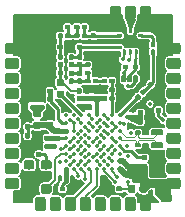
<source format=gtl>
G04 #@! TF.GenerationSoftware,KiCad,Pcbnew,(5.0.1-3-g963ef8bb5)*
G04 #@! TF.CreationDate,2019-03-06T17:01:56+01:00*
G04 #@! TF.ProjectId,TLM-v1,544C4D2D76312E6B696361645F706362,1.1*
G04 #@! TF.SameCoordinates,Original*
G04 #@! TF.FileFunction,Copper,L1,Top,Signal*
G04 #@! TF.FilePolarity,Positive*
%FSLAX46Y46*%
G04 Gerber Fmt 4.6, Leading zero omitted, Abs format (unit mm)*
G04 Created by KiCad (PCBNEW (5.0.1-3-g963ef8bb5)) date 2019 March 06, Wednesday 17:01:56*
%MOMM*%
%LPD*%
G01*
G04 APERTURE LIST*
G04 #@! TA.AperFunction,Conductor*
%ADD10C,0.100000*%
G04 #@! TD*
G04 #@! TA.AperFunction,SMDPad,CuDef*
%ADD11C,0.400000*%
G04 #@! TD*
G04 #@! TA.AperFunction,SMDPad,CuDef*
%ADD12C,0.800000*%
G04 #@! TD*
G04 #@! TA.AperFunction,SMDPad,CuDef*
%ADD13C,0.500000*%
G04 #@! TD*
G04 #@! TA.AperFunction,ComponentPad*
%ADD14C,0.900000*%
G04 #@! TD*
G04 #@! TA.AperFunction,SMDPad,CuDef*
%ADD15C,0.590000*%
G04 #@! TD*
G04 #@! TA.AperFunction,BGAPad,CuDef*
%ADD16C,0.350000*%
G04 #@! TD*
G04 #@! TA.AperFunction,SMDPad,CuDef*
%ADD17C,0.250000*%
G04 #@! TD*
G04 #@! TA.AperFunction,SMDPad,CuDef*
%ADD18C,0.760000*%
G04 #@! TD*
G04 #@! TA.AperFunction,ConnectorPad*
%ADD19C,0.400000*%
G04 #@! TD*
G04 #@! TA.AperFunction,ViaPad*
%ADD20C,0.355600*%
G04 #@! TD*
G04 #@! TA.AperFunction,ViaPad*
%ADD21C,0.482600*%
G04 #@! TD*
G04 #@! TA.AperFunction,Conductor*
%ADD22C,0.203200*%
G04 #@! TD*
G04 #@! TA.AperFunction,Conductor*
%ADD23C,0.508000*%
G04 #@! TD*
G04 #@! TA.AperFunction,Conductor*
%ADD24C,0.254000*%
G04 #@! TD*
G04 #@! TA.AperFunction,Conductor*
%ADD25C,0.381000*%
G04 #@! TD*
G04 #@! TA.AperFunction,Conductor*
%ADD26C,0.152400*%
G04 #@! TD*
G04 #@! TA.AperFunction,Conductor*
%ADD27C,0.127000*%
G04 #@! TD*
G04 #@! TA.AperFunction,Conductor*
%ADD28C,0.101600*%
G04 #@! TD*
G04 #@! TA.AperFunction,Conductor*
%ADD29C,0.177800*%
G04 #@! TD*
G04 #@! TA.AperFunction,Conductor*
%ADD30C,0.635000*%
G04 #@! TD*
G04 #@! TA.AperFunction,Conductor*
%ADD31C,0.200000*%
G04 #@! TD*
G04 APERTURE END LIST*
D10*
G04 #@! TO.N,VDD*
G04 #@! TO.C,C3*
G36*
X132534802Y-84300482D02*
X132544509Y-84301921D01*
X132554028Y-84304306D01*
X132563268Y-84307612D01*
X132572140Y-84311808D01*
X132580557Y-84316853D01*
X132588439Y-84322699D01*
X132595711Y-84329289D01*
X132602301Y-84336561D01*
X132608147Y-84344443D01*
X132613192Y-84352860D01*
X132617388Y-84361732D01*
X132620694Y-84370972D01*
X132623079Y-84380491D01*
X132624518Y-84390198D01*
X132625000Y-84400000D01*
X132625000Y-84600000D01*
X132624518Y-84609802D01*
X132623079Y-84619509D01*
X132620694Y-84629028D01*
X132617388Y-84638268D01*
X132613192Y-84647140D01*
X132608147Y-84655557D01*
X132602301Y-84663439D01*
X132595711Y-84670711D01*
X132588439Y-84677301D01*
X132580557Y-84683147D01*
X132572140Y-84688192D01*
X132563268Y-84692388D01*
X132554028Y-84695694D01*
X132544509Y-84698079D01*
X132534802Y-84699518D01*
X132525000Y-84700000D01*
X132265000Y-84700000D01*
X132255198Y-84699518D01*
X132245491Y-84698079D01*
X132235972Y-84695694D01*
X132226732Y-84692388D01*
X132217860Y-84688192D01*
X132209443Y-84683147D01*
X132201561Y-84677301D01*
X132194289Y-84670711D01*
X132187699Y-84663439D01*
X132181853Y-84655557D01*
X132176808Y-84647140D01*
X132172612Y-84638268D01*
X132169306Y-84629028D01*
X132166921Y-84619509D01*
X132165482Y-84609802D01*
X132165000Y-84600000D01*
X132165000Y-84400000D01*
X132165482Y-84390198D01*
X132166921Y-84380491D01*
X132169306Y-84370972D01*
X132172612Y-84361732D01*
X132176808Y-84352860D01*
X132181853Y-84344443D01*
X132187699Y-84336561D01*
X132194289Y-84329289D01*
X132201561Y-84322699D01*
X132209443Y-84316853D01*
X132217860Y-84311808D01*
X132226732Y-84307612D01*
X132235972Y-84304306D01*
X132245491Y-84301921D01*
X132255198Y-84300482D01*
X132265000Y-84300000D01*
X132525000Y-84300000D01*
X132534802Y-84300482D01*
X132534802Y-84300482D01*
G37*
D11*
G04 #@! TD*
G04 #@! TO.P,C3,1*
G04 #@! TO.N,VDD*
X132395000Y-84500000D03*
D10*
G04 #@! TO.N,GND*
G04 #@! TO.C,C3*
G36*
X131894802Y-84300482D02*
X131904509Y-84301921D01*
X131914028Y-84304306D01*
X131923268Y-84307612D01*
X131932140Y-84311808D01*
X131940557Y-84316853D01*
X131948439Y-84322699D01*
X131955711Y-84329289D01*
X131962301Y-84336561D01*
X131968147Y-84344443D01*
X131973192Y-84352860D01*
X131977388Y-84361732D01*
X131980694Y-84370972D01*
X131983079Y-84380491D01*
X131984518Y-84390198D01*
X131985000Y-84400000D01*
X131985000Y-84600000D01*
X131984518Y-84609802D01*
X131983079Y-84619509D01*
X131980694Y-84629028D01*
X131977388Y-84638268D01*
X131973192Y-84647140D01*
X131968147Y-84655557D01*
X131962301Y-84663439D01*
X131955711Y-84670711D01*
X131948439Y-84677301D01*
X131940557Y-84683147D01*
X131932140Y-84688192D01*
X131923268Y-84692388D01*
X131914028Y-84695694D01*
X131904509Y-84698079D01*
X131894802Y-84699518D01*
X131885000Y-84700000D01*
X131625000Y-84700000D01*
X131615198Y-84699518D01*
X131605491Y-84698079D01*
X131595972Y-84695694D01*
X131586732Y-84692388D01*
X131577860Y-84688192D01*
X131569443Y-84683147D01*
X131561561Y-84677301D01*
X131554289Y-84670711D01*
X131547699Y-84663439D01*
X131541853Y-84655557D01*
X131536808Y-84647140D01*
X131532612Y-84638268D01*
X131529306Y-84629028D01*
X131526921Y-84619509D01*
X131525482Y-84609802D01*
X131525000Y-84600000D01*
X131525000Y-84400000D01*
X131525482Y-84390198D01*
X131526921Y-84380491D01*
X131529306Y-84370972D01*
X131532612Y-84361732D01*
X131536808Y-84352860D01*
X131541853Y-84344443D01*
X131547699Y-84336561D01*
X131554289Y-84329289D01*
X131561561Y-84322699D01*
X131569443Y-84316853D01*
X131577860Y-84311808D01*
X131586732Y-84307612D01*
X131595972Y-84304306D01*
X131605491Y-84301921D01*
X131615198Y-84300482D01*
X131625000Y-84300000D01*
X131885000Y-84300000D01*
X131894802Y-84300482D01*
X131894802Y-84300482D01*
G37*
D11*
G04 #@! TD*
G04 #@! TO.P,C3,2*
G04 #@! TO.N,GND*
X131755000Y-84500000D03*
D10*
G04 #@! TO.N,GND*
G04 #@! TO.C,XC1*
G36*
X131144603Y-87700962D02*
X131164018Y-87703842D01*
X131183057Y-87708611D01*
X131201537Y-87715223D01*
X131219279Y-87723615D01*
X131236114Y-87733705D01*
X131251879Y-87745397D01*
X131266421Y-87758578D01*
X131279602Y-87773120D01*
X131291294Y-87788885D01*
X131301384Y-87805720D01*
X131309776Y-87823462D01*
X131316388Y-87841942D01*
X131321157Y-87860981D01*
X131324037Y-87880396D01*
X131325000Y-87899999D01*
X131325000Y-88299999D01*
X131324037Y-88319602D01*
X131321157Y-88339017D01*
X131316388Y-88358056D01*
X131309776Y-88376536D01*
X131301384Y-88394278D01*
X131291294Y-88411113D01*
X131279602Y-88426878D01*
X131266421Y-88441420D01*
X131251879Y-88454601D01*
X131236114Y-88466293D01*
X131219279Y-88476383D01*
X131201537Y-88484775D01*
X131183057Y-88491387D01*
X131164018Y-88496156D01*
X131144603Y-88499036D01*
X131125000Y-88499999D01*
X130625000Y-88499999D01*
X130605397Y-88499036D01*
X130585982Y-88496156D01*
X130566943Y-88491387D01*
X130548463Y-88484775D01*
X130530721Y-88476383D01*
X130513886Y-88466293D01*
X130498121Y-88454601D01*
X130483579Y-88441420D01*
X130470398Y-88426878D01*
X130458706Y-88411113D01*
X130448616Y-88394278D01*
X130440224Y-88376536D01*
X130433612Y-88358056D01*
X130428843Y-88339017D01*
X130425963Y-88319602D01*
X130425000Y-88299999D01*
X130425000Y-87899999D01*
X130425963Y-87880396D01*
X130428843Y-87860981D01*
X130433612Y-87841942D01*
X130440224Y-87823462D01*
X130448616Y-87805720D01*
X130458706Y-87788885D01*
X130470398Y-87773120D01*
X130483579Y-87758578D01*
X130498121Y-87745397D01*
X130513886Y-87733705D01*
X130530721Y-87723615D01*
X130548463Y-87715223D01*
X130566943Y-87708611D01*
X130585982Y-87703842D01*
X130605397Y-87700962D01*
X130625000Y-87699999D01*
X131125000Y-87699999D01*
X131144603Y-87700962D01*
X131144603Y-87700962D01*
G37*
D12*
G04 #@! TD*
G04 #@! TO.P,XC1,2*
G04 #@! TO.N,GND*
X130875000Y-88099999D03*
D10*
G04 #@! TO.N,XTA*
G04 #@! TO.C,XC1*
G36*
X132594603Y-87700962D02*
X132614018Y-87703842D01*
X132633057Y-87708611D01*
X132651537Y-87715223D01*
X132669279Y-87723615D01*
X132686114Y-87733705D01*
X132701879Y-87745397D01*
X132716421Y-87758578D01*
X132729602Y-87773120D01*
X132741294Y-87788885D01*
X132751384Y-87805720D01*
X132759776Y-87823462D01*
X132766388Y-87841942D01*
X132771157Y-87860981D01*
X132774037Y-87880396D01*
X132775000Y-87899999D01*
X132775000Y-88299999D01*
X132774037Y-88319602D01*
X132771157Y-88339017D01*
X132766388Y-88358056D01*
X132759776Y-88376536D01*
X132751384Y-88394278D01*
X132741294Y-88411113D01*
X132729602Y-88426878D01*
X132716421Y-88441420D01*
X132701879Y-88454601D01*
X132686114Y-88466293D01*
X132669279Y-88476383D01*
X132651537Y-88484775D01*
X132633057Y-88491387D01*
X132614018Y-88496156D01*
X132594603Y-88499036D01*
X132575000Y-88499999D01*
X132075000Y-88499999D01*
X132055397Y-88499036D01*
X132035982Y-88496156D01*
X132016943Y-88491387D01*
X131998463Y-88484775D01*
X131980721Y-88476383D01*
X131963886Y-88466293D01*
X131948121Y-88454601D01*
X131933579Y-88441420D01*
X131920398Y-88426878D01*
X131908706Y-88411113D01*
X131898616Y-88394278D01*
X131890224Y-88376536D01*
X131883612Y-88358056D01*
X131878843Y-88339017D01*
X131875963Y-88319602D01*
X131875000Y-88299999D01*
X131875000Y-87899999D01*
X131875963Y-87880396D01*
X131878843Y-87860981D01*
X131883612Y-87841942D01*
X131890224Y-87823462D01*
X131898616Y-87805720D01*
X131908706Y-87788885D01*
X131920398Y-87773120D01*
X131933579Y-87758578D01*
X131948121Y-87745397D01*
X131963886Y-87733705D01*
X131980721Y-87723615D01*
X131998463Y-87715223D01*
X132016943Y-87708611D01*
X132035982Y-87703842D01*
X132055397Y-87700962D01*
X132075000Y-87699999D01*
X132575000Y-87699999D01*
X132594603Y-87700962D01*
X132594603Y-87700962D01*
G37*
D12*
G04 #@! TD*
G04 #@! TO.P,XC1,3*
G04 #@! TO.N,XTA*
X132325000Y-88099999D03*
D10*
G04 #@! TO.N,N/C*
G04 #@! TO.C,XC1*
G36*
X131144603Y-85650963D02*
X131164018Y-85653843D01*
X131183057Y-85658612D01*
X131201537Y-85665224D01*
X131219279Y-85673616D01*
X131236114Y-85683706D01*
X131251879Y-85695398D01*
X131266421Y-85708579D01*
X131279602Y-85723121D01*
X131291294Y-85738886D01*
X131301384Y-85755721D01*
X131309776Y-85773463D01*
X131316388Y-85791943D01*
X131321157Y-85810982D01*
X131324037Y-85830397D01*
X131325000Y-85850000D01*
X131325000Y-86250000D01*
X131324037Y-86269603D01*
X131321157Y-86289018D01*
X131316388Y-86308057D01*
X131309776Y-86326537D01*
X131301384Y-86344279D01*
X131291294Y-86361114D01*
X131279602Y-86376879D01*
X131266421Y-86391421D01*
X131251879Y-86404602D01*
X131236114Y-86416294D01*
X131219279Y-86426384D01*
X131201537Y-86434776D01*
X131183057Y-86441388D01*
X131164018Y-86446157D01*
X131144603Y-86449037D01*
X131125000Y-86450000D01*
X130625000Y-86450000D01*
X130605397Y-86449037D01*
X130585982Y-86446157D01*
X130566943Y-86441388D01*
X130548463Y-86434776D01*
X130530721Y-86426384D01*
X130513886Y-86416294D01*
X130498121Y-86404602D01*
X130483579Y-86391421D01*
X130470398Y-86376879D01*
X130458706Y-86361114D01*
X130448616Y-86344279D01*
X130440224Y-86326537D01*
X130433612Y-86308057D01*
X130428843Y-86289018D01*
X130425963Y-86269603D01*
X130425000Y-86250000D01*
X130425000Y-85850000D01*
X130425963Y-85830397D01*
X130428843Y-85810982D01*
X130433612Y-85791943D01*
X130440224Y-85773463D01*
X130448616Y-85755721D01*
X130458706Y-85738886D01*
X130470398Y-85723121D01*
X130483579Y-85708579D01*
X130498121Y-85695398D01*
X130513886Y-85683706D01*
X130530721Y-85673616D01*
X130548463Y-85665224D01*
X130566943Y-85658612D01*
X130585982Y-85653843D01*
X130605397Y-85650963D01*
X130625000Y-85650000D01*
X131125000Y-85650000D01*
X131144603Y-85650963D01*
X131144603Y-85650963D01*
G37*
D12*
G04 #@! TD*
G04 #@! TO.P,XC1,1*
G04 #@! TO.N,N/C*
X130875000Y-86050000D03*
D10*
G04 #@! TO.N,TCXO_PWR*
G04 #@! TO.C,XC1*
G36*
X132594603Y-85650963D02*
X132614018Y-85653843D01*
X132633057Y-85658612D01*
X132651537Y-85665224D01*
X132669279Y-85673616D01*
X132686114Y-85683706D01*
X132701879Y-85695398D01*
X132716421Y-85708579D01*
X132729602Y-85723121D01*
X132741294Y-85738886D01*
X132751384Y-85755721D01*
X132759776Y-85773463D01*
X132766388Y-85791943D01*
X132771157Y-85810982D01*
X132774037Y-85830397D01*
X132775000Y-85850000D01*
X132775000Y-86250000D01*
X132774037Y-86269603D01*
X132771157Y-86289018D01*
X132766388Y-86308057D01*
X132759776Y-86326537D01*
X132751384Y-86344279D01*
X132741294Y-86361114D01*
X132729602Y-86376879D01*
X132716421Y-86391421D01*
X132701879Y-86404602D01*
X132686114Y-86416294D01*
X132669279Y-86426384D01*
X132651537Y-86434776D01*
X132633057Y-86441388D01*
X132614018Y-86446157D01*
X132594603Y-86449037D01*
X132575000Y-86450000D01*
X132075000Y-86450000D01*
X132055397Y-86449037D01*
X132035982Y-86446157D01*
X132016943Y-86441388D01*
X131998463Y-86434776D01*
X131980721Y-86426384D01*
X131963886Y-86416294D01*
X131948121Y-86404602D01*
X131933579Y-86391421D01*
X131920398Y-86376879D01*
X131908706Y-86361114D01*
X131898616Y-86344279D01*
X131890224Y-86326537D01*
X131883612Y-86308057D01*
X131878843Y-86289018D01*
X131875963Y-86269603D01*
X131875000Y-86250000D01*
X131875000Y-85850000D01*
X131875963Y-85830397D01*
X131878843Y-85810982D01*
X131883612Y-85791943D01*
X131890224Y-85773463D01*
X131898616Y-85755721D01*
X131908706Y-85738886D01*
X131920398Y-85723121D01*
X131933579Y-85708579D01*
X131948121Y-85695398D01*
X131963886Y-85683706D01*
X131980721Y-85673616D01*
X131998463Y-85665224D01*
X132016943Y-85658612D01*
X132035982Y-85653843D01*
X132055397Y-85650963D01*
X132075000Y-85650000D01*
X132575000Y-85650000D01*
X132594603Y-85650963D01*
X132594603Y-85650963D01*
G37*
D12*
G04 #@! TD*
G04 #@! TO.P,XC1,4*
G04 #@! TO.N,TCXO_PWR*
X132325000Y-86050000D03*
D10*
G04 #@! TO.N,XIN32*
G04 #@! TO.C,Y1*
G36*
X142087252Y-83050602D02*
X142099386Y-83052402D01*
X142111286Y-83055382D01*
X142122835Y-83059515D01*
X142133925Y-83064760D01*
X142144446Y-83071066D01*
X142154299Y-83078374D01*
X142163388Y-83086612D01*
X142171626Y-83095701D01*
X142178934Y-83105554D01*
X142185240Y-83116075D01*
X142190485Y-83127165D01*
X142194618Y-83138714D01*
X142197598Y-83150614D01*
X142199398Y-83162748D01*
X142200000Y-83175000D01*
X142200000Y-83425000D01*
X142199398Y-83437252D01*
X142197598Y-83449386D01*
X142194618Y-83461286D01*
X142190485Y-83472835D01*
X142185240Y-83483925D01*
X142178934Y-83494446D01*
X142171626Y-83504299D01*
X142163388Y-83513388D01*
X142154299Y-83521626D01*
X142144446Y-83528934D01*
X142133925Y-83535240D01*
X142122835Y-83540485D01*
X142111286Y-83544618D01*
X142099386Y-83547598D01*
X142087252Y-83549398D01*
X142075000Y-83550000D01*
X141325000Y-83550000D01*
X141312748Y-83549398D01*
X141300614Y-83547598D01*
X141288714Y-83544618D01*
X141277165Y-83540485D01*
X141266075Y-83535240D01*
X141255554Y-83528934D01*
X141245701Y-83521626D01*
X141236612Y-83513388D01*
X141228374Y-83504299D01*
X141221066Y-83494446D01*
X141214760Y-83483925D01*
X141209515Y-83472835D01*
X141205382Y-83461286D01*
X141202402Y-83449386D01*
X141200602Y-83437252D01*
X141200000Y-83425000D01*
X141200000Y-83175000D01*
X141200602Y-83162748D01*
X141202402Y-83150614D01*
X141205382Y-83138714D01*
X141209515Y-83127165D01*
X141214760Y-83116075D01*
X141221066Y-83105554D01*
X141228374Y-83095701D01*
X141236612Y-83086612D01*
X141245701Y-83078374D01*
X141255554Y-83071066D01*
X141266075Y-83064760D01*
X141277165Y-83059515D01*
X141288714Y-83055382D01*
X141300614Y-83052402D01*
X141312748Y-83050602D01*
X141325000Y-83050000D01*
X142075000Y-83050000D01*
X142087252Y-83050602D01*
X142087252Y-83050602D01*
G37*
D13*
G04 #@! TD*
G04 #@! TO.P,Y1,1*
G04 #@! TO.N,XIN32*
X141700000Y-83300000D03*
D10*
G04 #@! TO.N,XOUT32*
G04 #@! TO.C,Y1*
G36*
X142087252Y-84150602D02*
X142099386Y-84152402D01*
X142111286Y-84155382D01*
X142122835Y-84159515D01*
X142133925Y-84164760D01*
X142144446Y-84171066D01*
X142154299Y-84178374D01*
X142163388Y-84186612D01*
X142171626Y-84195701D01*
X142178934Y-84205554D01*
X142185240Y-84216075D01*
X142190485Y-84227165D01*
X142194618Y-84238714D01*
X142197598Y-84250614D01*
X142199398Y-84262748D01*
X142200000Y-84275000D01*
X142200000Y-84525000D01*
X142199398Y-84537252D01*
X142197598Y-84549386D01*
X142194618Y-84561286D01*
X142190485Y-84572835D01*
X142185240Y-84583925D01*
X142178934Y-84594446D01*
X142171626Y-84604299D01*
X142163388Y-84613388D01*
X142154299Y-84621626D01*
X142144446Y-84628934D01*
X142133925Y-84635240D01*
X142122835Y-84640485D01*
X142111286Y-84644618D01*
X142099386Y-84647598D01*
X142087252Y-84649398D01*
X142075000Y-84650000D01*
X141325000Y-84650000D01*
X141312748Y-84649398D01*
X141300614Y-84647598D01*
X141288714Y-84644618D01*
X141277165Y-84640485D01*
X141266075Y-84635240D01*
X141255554Y-84628934D01*
X141245701Y-84621626D01*
X141236612Y-84613388D01*
X141228374Y-84604299D01*
X141221066Y-84594446D01*
X141214760Y-84583925D01*
X141209515Y-84572835D01*
X141205382Y-84561286D01*
X141202402Y-84549386D01*
X141200602Y-84537252D01*
X141200000Y-84525000D01*
X141200000Y-84275000D01*
X141200602Y-84262748D01*
X141202402Y-84250614D01*
X141205382Y-84238714D01*
X141209515Y-84227165D01*
X141214760Y-84216075D01*
X141221066Y-84205554D01*
X141228374Y-84195701D01*
X141236612Y-84186612D01*
X141245701Y-84178374D01*
X141255554Y-84171066D01*
X141266075Y-84164760D01*
X141277165Y-84159515D01*
X141288714Y-84155382D01*
X141300614Y-84152402D01*
X141312748Y-84150602D01*
X141325000Y-84150000D01*
X142075000Y-84150000D01*
X142087252Y-84150602D01*
X142087252Y-84150602D01*
G37*
D13*
G04 #@! TD*
G04 #@! TO.P,Y1,2*
G04 #@! TO.N,XOUT32*
X141700000Y-84400000D03*
D10*
G04 #@! TO.N,GND*
G04 #@! TO.C,U1*
G36*
X129873643Y-75750867D02*
X129891116Y-75753459D01*
X129908251Y-75757751D01*
X129924883Y-75763702D01*
X129940851Y-75771254D01*
X129956003Y-75780335D01*
X129970191Y-75790858D01*
X129983279Y-75802721D01*
X129995142Y-75815809D01*
X130005665Y-75829997D01*
X130014746Y-75845149D01*
X130022298Y-75861117D01*
X130028249Y-75877749D01*
X130032541Y-75894884D01*
X130035133Y-75912357D01*
X130036000Y-75930000D01*
X130036000Y-76470000D01*
X130035133Y-76487643D01*
X130032541Y-76505116D01*
X130028249Y-76522251D01*
X130022298Y-76538883D01*
X130014746Y-76554851D01*
X130005665Y-76570003D01*
X129995142Y-76584191D01*
X129983279Y-76597279D01*
X129970191Y-76609142D01*
X129956003Y-76619665D01*
X129940851Y-76628746D01*
X129924883Y-76636298D01*
X129908251Y-76642249D01*
X129891116Y-76646541D01*
X129873643Y-76649133D01*
X129856000Y-76650000D01*
X129016000Y-76650000D01*
X128998357Y-76649133D01*
X128980884Y-76646541D01*
X128963749Y-76642249D01*
X128947117Y-76636298D01*
X128931149Y-76628746D01*
X128915997Y-76619665D01*
X128901809Y-76609142D01*
X128888721Y-76597279D01*
X128876858Y-76584191D01*
X128866335Y-76570003D01*
X128857254Y-76554851D01*
X128849702Y-76538883D01*
X128843751Y-76522251D01*
X128839459Y-76505116D01*
X128836867Y-76487643D01*
X128836000Y-76470000D01*
X128836000Y-75930000D01*
X128836867Y-75912357D01*
X128839459Y-75894884D01*
X128843751Y-75877749D01*
X128849702Y-75861117D01*
X128857254Y-75845149D01*
X128866335Y-75829997D01*
X128876858Y-75815809D01*
X128888721Y-75802721D01*
X128901809Y-75790858D01*
X128915997Y-75780335D01*
X128931149Y-75771254D01*
X128947117Y-75763702D01*
X128963749Y-75757751D01*
X128980884Y-75753459D01*
X128998357Y-75750867D01*
X129016000Y-75750000D01*
X129856000Y-75750000D01*
X129873643Y-75750867D01*
X129873643Y-75750867D01*
G37*
D14*
G04 #@! TD*
G04 #@! TO.P,U1,1*
G04 #@! TO.N,GND*
X129436000Y-76200000D03*
D10*
G04 #@! TO.N,PA06_ADC6*
G04 #@! TO.C,U1*
G36*
X129873643Y-77020867D02*
X129891116Y-77023459D01*
X129908251Y-77027751D01*
X129924883Y-77033702D01*
X129940851Y-77041254D01*
X129956003Y-77050335D01*
X129970191Y-77060858D01*
X129983279Y-77072721D01*
X129995142Y-77085809D01*
X130005665Y-77099997D01*
X130014746Y-77115149D01*
X130022298Y-77131117D01*
X130028249Y-77147749D01*
X130032541Y-77164884D01*
X130035133Y-77182357D01*
X130036000Y-77200000D01*
X130036000Y-77740000D01*
X130035133Y-77757643D01*
X130032541Y-77775116D01*
X130028249Y-77792251D01*
X130022298Y-77808883D01*
X130014746Y-77824851D01*
X130005665Y-77840003D01*
X129995142Y-77854191D01*
X129983279Y-77867279D01*
X129970191Y-77879142D01*
X129956003Y-77889665D01*
X129940851Y-77898746D01*
X129924883Y-77906298D01*
X129908251Y-77912249D01*
X129891116Y-77916541D01*
X129873643Y-77919133D01*
X129856000Y-77920000D01*
X129016000Y-77920000D01*
X128998357Y-77919133D01*
X128980884Y-77916541D01*
X128963749Y-77912249D01*
X128947117Y-77906298D01*
X128931149Y-77898746D01*
X128915997Y-77889665D01*
X128901809Y-77879142D01*
X128888721Y-77867279D01*
X128876858Y-77854191D01*
X128866335Y-77840003D01*
X128857254Y-77824851D01*
X128849702Y-77808883D01*
X128843751Y-77792251D01*
X128839459Y-77775116D01*
X128836867Y-77757643D01*
X128836000Y-77740000D01*
X128836000Y-77200000D01*
X128836867Y-77182357D01*
X128839459Y-77164884D01*
X128843751Y-77147749D01*
X128849702Y-77131117D01*
X128857254Y-77115149D01*
X128866335Y-77099997D01*
X128876858Y-77085809D01*
X128888721Y-77072721D01*
X128901809Y-77060858D01*
X128915997Y-77050335D01*
X128931149Y-77041254D01*
X128947117Y-77033702D01*
X128963749Y-77027751D01*
X128980884Y-77023459D01*
X128998357Y-77020867D01*
X129016000Y-77020000D01*
X129856000Y-77020000D01*
X129873643Y-77020867D01*
X129873643Y-77020867D01*
G37*
D14*
G04 #@! TD*
G04 #@! TO.P,U1,2*
G04 #@! TO.N,PA06_ADC6*
X129436000Y-77470000D03*
D10*
G04 #@! TO.N,PA27_GPIO*
G04 #@! TO.C,U1*
G36*
X129873643Y-78290867D02*
X129891116Y-78293459D01*
X129908251Y-78297751D01*
X129924883Y-78303702D01*
X129940851Y-78311254D01*
X129956003Y-78320335D01*
X129970191Y-78330858D01*
X129983279Y-78342721D01*
X129995142Y-78355809D01*
X130005665Y-78369997D01*
X130014746Y-78385149D01*
X130022298Y-78401117D01*
X130028249Y-78417749D01*
X130032541Y-78434884D01*
X130035133Y-78452357D01*
X130036000Y-78470000D01*
X130036000Y-79010000D01*
X130035133Y-79027643D01*
X130032541Y-79045116D01*
X130028249Y-79062251D01*
X130022298Y-79078883D01*
X130014746Y-79094851D01*
X130005665Y-79110003D01*
X129995142Y-79124191D01*
X129983279Y-79137279D01*
X129970191Y-79149142D01*
X129956003Y-79159665D01*
X129940851Y-79168746D01*
X129924883Y-79176298D01*
X129908251Y-79182249D01*
X129891116Y-79186541D01*
X129873643Y-79189133D01*
X129856000Y-79190000D01*
X129016000Y-79190000D01*
X128998357Y-79189133D01*
X128980884Y-79186541D01*
X128963749Y-79182249D01*
X128947117Y-79176298D01*
X128931149Y-79168746D01*
X128915997Y-79159665D01*
X128901809Y-79149142D01*
X128888721Y-79137279D01*
X128876858Y-79124191D01*
X128866335Y-79110003D01*
X128857254Y-79094851D01*
X128849702Y-79078883D01*
X128843751Y-79062251D01*
X128839459Y-79045116D01*
X128836867Y-79027643D01*
X128836000Y-79010000D01*
X128836000Y-78470000D01*
X128836867Y-78452357D01*
X128839459Y-78434884D01*
X128843751Y-78417749D01*
X128849702Y-78401117D01*
X128857254Y-78385149D01*
X128866335Y-78369997D01*
X128876858Y-78355809D01*
X128888721Y-78342721D01*
X128901809Y-78330858D01*
X128915997Y-78320335D01*
X128931149Y-78311254D01*
X128947117Y-78303702D01*
X128963749Y-78297751D01*
X128980884Y-78293459D01*
X128998357Y-78290867D01*
X129016000Y-78290000D01*
X129856000Y-78290000D01*
X129873643Y-78290867D01*
X129873643Y-78290867D01*
G37*
D14*
G04 #@! TD*
G04 #@! TO.P,U1,3*
G04 #@! TO.N,PA27_GPIO*
X129436000Y-78740000D03*
D10*
G04 #@! TO.N,PA07_ADC7*
G04 #@! TO.C,U1*
G36*
X129873643Y-79560867D02*
X129891116Y-79563459D01*
X129908251Y-79567751D01*
X129924883Y-79573702D01*
X129940851Y-79581254D01*
X129956003Y-79590335D01*
X129970191Y-79600858D01*
X129983279Y-79612721D01*
X129995142Y-79625809D01*
X130005665Y-79639997D01*
X130014746Y-79655149D01*
X130022298Y-79671117D01*
X130028249Y-79687749D01*
X130032541Y-79704884D01*
X130035133Y-79722357D01*
X130036000Y-79740000D01*
X130036000Y-80280000D01*
X130035133Y-80297643D01*
X130032541Y-80315116D01*
X130028249Y-80332251D01*
X130022298Y-80348883D01*
X130014746Y-80364851D01*
X130005665Y-80380003D01*
X129995142Y-80394191D01*
X129983279Y-80407279D01*
X129970191Y-80419142D01*
X129956003Y-80429665D01*
X129940851Y-80438746D01*
X129924883Y-80446298D01*
X129908251Y-80452249D01*
X129891116Y-80456541D01*
X129873643Y-80459133D01*
X129856000Y-80460000D01*
X129016000Y-80460000D01*
X128998357Y-80459133D01*
X128980884Y-80456541D01*
X128963749Y-80452249D01*
X128947117Y-80446298D01*
X128931149Y-80438746D01*
X128915997Y-80429665D01*
X128901809Y-80419142D01*
X128888721Y-80407279D01*
X128876858Y-80394191D01*
X128866335Y-80380003D01*
X128857254Y-80364851D01*
X128849702Y-80348883D01*
X128843751Y-80332251D01*
X128839459Y-80315116D01*
X128836867Y-80297643D01*
X128836000Y-80280000D01*
X128836000Y-79740000D01*
X128836867Y-79722357D01*
X128839459Y-79704884D01*
X128843751Y-79687749D01*
X128849702Y-79671117D01*
X128857254Y-79655149D01*
X128866335Y-79639997D01*
X128876858Y-79625809D01*
X128888721Y-79612721D01*
X128901809Y-79600858D01*
X128915997Y-79590335D01*
X128931149Y-79581254D01*
X128947117Y-79573702D01*
X128963749Y-79567751D01*
X128980884Y-79563459D01*
X128998357Y-79560867D01*
X129016000Y-79560000D01*
X129856000Y-79560000D01*
X129873643Y-79560867D01*
X129873643Y-79560867D01*
G37*
D14*
G04 #@! TD*
G04 #@! TO.P,U1,4*
G04 #@! TO.N,PA07_ADC7*
X129436000Y-80010000D03*
D10*
G04 #@! TO.N,PB22_S5_SPI_MOSI*
G04 #@! TO.C,U1*
G36*
X129873643Y-80830867D02*
X129891116Y-80833459D01*
X129908251Y-80837751D01*
X129924883Y-80843702D01*
X129940851Y-80851254D01*
X129956003Y-80860335D01*
X129970191Y-80870858D01*
X129983279Y-80882721D01*
X129995142Y-80895809D01*
X130005665Y-80909997D01*
X130014746Y-80925149D01*
X130022298Y-80941117D01*
X130028249Y-80957749D01*
X130032541Y-80974884D01*
X130035133Y-80992357D01*
X130036000Y-81010000D01*
X130036000Y-81550000D01*
X130035133Y-81567643D01*
X130032541Y-81585116D01*
X130028249Y-81602251D01*
X130022298Y-81618883D01*
X130014746Y-81634851D01*
X130005665Y-81650003D01*
X129995142Y-81664191D01*
X129983279Y-81677279D01*
X129970191Y-81689142D01*
X129956003Y-81699665D01*
X129940851Y-81708746D01*
X129924883Y-81716298D01*
X129908251Y-81722249D01*
X129891116Y-81726541D01*
X129873643Y-81729133D01*
X129856000Y-81730000D01*
X129016000Y-81730000D01*
X128998357Y-81729133D01*
X128980884Y-81726541D01*
X128963749Y-81722249D01*
X128947117Y-81716298D01*
X128931149Y-81708746D01*
X128915997Y-81699665D01*
X128901809Y-81689142D01*
X128888721Y-81677279D01*
X128876858Y-81664191D01*
X128866335Y-81650003D01*
X128857254Y-81634851D01*
X128849702Y-81618883D01*
X128843751Y-81602251D01*
X128839459Y-81585116D01*
X128836867Y-81567643D01*
X128836000Y-81550000D01*
X128836000Y-81010000D01*
X128836867Y-80992357D01*
X128839459Y-80974884D01*
X128843751Y-80957749D01*
X128849702Y-80941117D01*
X128857254Y-80925149D01*
X128866335Y-80909997D01*
X128876858Y-80895809D01*
X128888721Y-80882721D01*
X128901809Y-80870858D01*
X128915997Y-80860335D01*
X128931149Y-80851254D01*
X128947117Y-80843702D01*
X128963749Y-80837751D01*
X128980884Y-80833459D01*
X128998357Y-80830867D01*
X129016000Y-80830000D01*
X129856000Y-80830000D01*
X129873643Y-80830867D01*
X129873643Y-80830867D01*
G37*
D14*
G04 #@! TD*
G04 #@! TO.P,U1,5*
G04 #@! TO.N,PB22_S5_SPI_MOSI*
X129436000Y-81280000D03*
D10*
G04 #@! TO.N,PA08_GPIO*
G04 #@! TO.C,U1*
G36*
X129873643Y-82100867D02*
X129891116Y-82103459D01*
X129908251Y-82107751D01*
X129924883Y-82113702D01*
X129940851Y-82121254D01*
X129956003Y-82130335D01*
X129970191Y-82140858D01*
X129983279Y-82152721D01*
X129995142Y-82165809D01*
X130005665Y-82179997D01*
X130014746Y-82195149D01*
X130022298Y-82211117D01*
X130028249Y-82227749D01*
X130032541Y-82244884D01*
X130035133Y-82262357D01*
X130036000Y-82280000D01*
X130036000Y-82820000D01*
X130035133Y-82837643D01*
X130032541Y-82855116D01*
X130028249Y-82872251D01*
X130022298Y-82888883D01*
X130014746Y-82904851D01*
X130005665Y-82920003D01*
X129995142Y-82934191D01*
X129983279Y-82947279D01*
X129970191Y-82959142D01*
X129956003Y-82969665D01*
X129940851Y-82978746D01*
X129924883Y-82986298D01*
X129908251Y-82992249D01*
X129891116Y-82996541D01*
X129873643Y-82999133D01*
X129856000Y-83000000D01*
X129016000Y-83000000D01*
X128998357Y-82999133D01*
X128980884Y-82996541D01*
X128963749Y-82992249D01*
X128947117Y-82986298D01*
X128931149Y-82978746D01*
X128915997Y-82969665D01*
X128901809Y-82959142D01*
X128888721Y-82947279D01*
X128876858Y-82934191D01*
X128866335Y-82920003D01*
X128857254Y-82904851D01*
X128849702Y-82888883D01*
X128843751Y-82872251D01*
X128839459Y-82855116D01*
X128836867Y-82837643D01*
X128836000Y-82820000D01*
X128836000Y-82280000D01*
X128836867Y-82262357D01*
X128839459Y-82244884D01*
X128843751Y-82227749D01*
X128849702Y-82211117D01*
X128857254Y-82195149D01*
X128866335Y-82179997D01*
X128876858Y-82165809D01*
X128888721Y-82152721D01*
X128901809Y-82140858D01*
X128915997Y-82130335D01*
X128931149Y-82121254D01*
X128947117Y-82113702D01*
X128963749Y-82107751D01*
X128980884Y-82103459D01*
X128998357Y-82100867D01*
X129016000Y-82100000D01*
X129856000Y-82100000D01*
X129873643Y-82100867D01*
X129873643Y-82100867D01*
G37*
D14*
G04 #@! TD*
G04 #@! TO.P,U1,6*
G04 #@! TO.N,PA08_GPIO*
X129436000Y-82550000D03*
D10*
G04 #@! TO.N,PB23_S5_SPI_SCK*
G04 #@! TO.C,U1*
G36*
X129873643Y-83370867D02*
X129891116Y-83373459D01*
X129908251Y-83377751D01*
X129924883Y-83383702D01*
X129940851Y-83391254D01*
X129956003Y-83400335D01*
X129970191Y-83410858D01*
X129983279Y-83422721D01*
X129995142Y-83435809D01*
X130005665Y-83449997D01*
X130014746Y-83465149D01*
X130022298Y-83481117D01*
X130028249Y-83497749D01*
X130032541Y-83514884D01*
X130035133Y-83532357D01*
X130036000Y-83550000D01*
X130036000Y-84090000D01*
X130035133Y-84107643D01*
X130032541Y-84125116D01*
X130028249Y-84142251D01*
X130022298Y-84158883D01*
X130014746Y-84174851D01*
X130005665Y-84190003D01*
X129995142Y-84204191D01*
X129983279Y-84217279D01*
X129970191Y-84229142D01*
X129956003Y-84239665D01*
X129940851Y-84248746D01*
X129924883Y-84256298D01*
X129908251Y-84262249D01*
X129891116Y-84266541D01*
X129873643Y-84269133D01*
X129856000Y-84270000D01*
X129016000Y-84270000D01*
X128998357Y-84269133D01*
X128980884Y-84266541D01*
X128963749Y-84262249D01*
X128947117Y-84256298D01*
X128931149Y-84248746D01*
X128915997Y-84239665D01*
X128901809Y-84229142D01*
X128888721Y-84217279D01*
X128876858Y-84204191D01*
X128866335Y-84190003D01*
X128857254Y-84174851D01*
X128849702Y-84158883D01*
X128843751Y-84142251D01*
X128839459Y-84125116D01*
X128836867Y-84107643D01*
X128836000Y-84090000D01*
X128836000Y-83550000D01*
X128836867Y-83532357D01*
X128839459Y-83514884D01*
X128843751Y-83497749D01*
X128849702Y-83481117D01*
X128857254Y-83465149D01*
X128866335Y-83449997D01*
X128876858Y-83435809D01*
X128888721Y-83422721D01*
X128901809Y-83410858D01*
X128915997Y-83400335D01*
X128931149Y-83391254D01*
X128947117Y-83383702D01*
X128963749Y-83377751D01*
X128980884Y-83373459D01*
X128998357Y-83370867D01*
X129016000Y-83370000D01*
X129856000Y-83370000D01*
X129873643Y-83370867D01*
X129873643Y-83370867D01*
G37*
D14*
G04 #@! TD*
G04 #@! TO.P,U1,7*
G04 #@! TO.N,PB23_S5_SPI_SCK*
X129436000Y-83820000D03*
D10*
G04 #@! TO.N,PA17_S1_I2C_SCL*
G04 #@! TO.C,U1*
G36*
X129873643Y-84640867D02*
X129891116Y-84643459D01*
X129908251Y-84647751D01*
X129924883Y-84653702D01*
X129940851Y-84661254D01*
X129956003Y-84670335D01*
X129970191Y-84680858D01*
X129983279Y-84692721D01*
X129995142Y-84705809D01*
X130005665Y-84719997D01*
X130014746Y-84735149D01*
X130022298Y-84751117D01*
X130028249Y-84767749D01*
X130032541Y-84784884D01*
X130035133Y-84802357D01*
X130036000Y-84820000D01*
X130036000Y-85360000D01*
X130035133Y-85377643D01*
X130032541Y-85395116D01*
X130028249Y-85412251D01*
X130022298Y-85428883D01*
X130014746Y-85444851D01*
X130005665Y-85460003D01*
X129995142Y-85474191D01*
X129983279Y-85487279D01*
X129970191Y-85499142D01*
X129956003Y-85509665D01*
X129940851Y-85518746D01*
X129924883Y-85526298D01*
X129908251Y-85532249D01*
X129891116Y-85536541D01*
X129873643Y-85539133D01*
X129856000Y-85540000D01*
X129016000Y-85540000D01*
X128998357Y-85539133D01*
X128980884Y-85536541D01*
X128963749Y-85532249D01*
X128947117Y-85526298D01*
X128931149Y-85518746D01*
X128915997Y-85509665D01*
X128901809Y-85499142D01*
X128888721Y-85487279D01*
X128876858Y-85474191D01*
X128866335Y-85460003D01*
X128857254Y-85444851D01*
X128849702Y-85428883D01*
X128843751Y-85412251D01*
X128839459Y-85395116D01*
X128836867Y-85377643D01*
X128836000Y-85360000D01*
X128836000Y-84820000D01*
X128836867Y-84802357D01*
X128839459Y-84784884D01*
X128843751Y-84767749D01*
X128849702Y-84751117D01*
X128857254Y-84735149D01*
X128866335Y-84719997D01*
X128876858Y-84705809D01*
X128888721Y-84692721D01*
X128901809Y-84680858D01*
X128915997Y-84670335D01*
X128931149Y-84661254D01*
X128947117Y-84653702D01*
X128963749Y-84647751D01*
X128980884Y-84643459D01*
X128998357Y-84640867D01*
X129016000Y-84640000D01*
X129856000Y-84640000D01*
X129873643Y-84640867D01*
X129873643Y-84640867D01*
G37*
D14*
G04 #@! TD*
G04 #@! TO.P,U1,8*
G04 #@! TO.N,PA17_S1_I2C_SCL*
X129436000Y-85090000D03*
D10*
G04 #@! TO.N,PA16_S1_I2C_SDA*
G04 #@! TO.C,U1*
G36*
X129873643Y-85910867D02*
X129891116Y-85913459D01*
X129908251Y-85917751D01*
X129924883Y-85923702D01*
X129940851Y-85931254D01*
X129956003Y-85940335D01*
X129970191Y-85950858D01*
X129983279Y-85962721D01*
X129995142Y-85975809D01*
X130005665Y-85989997D01*
X130014746Y-86005149D01*
X130022298Y-86021117D01*
X130028249Y-86037749D01*
X130032541Y-86054884D01*
X130035133Y-86072357D01*
X130036000Y-86090000D01*
X130036000Y-86630000D01*
X130035133Y-86647643D01*
X130032541Y-86665116D01*
X130028249Y-86682251D01*
X130022298Y-86698883D01*
X130014746Y-86714851D01*
X130005665Y-86730003D01*
X129995142Y-86744191D01*
X129983279Y-86757279D01*
X129970191Y-86769142D01*
X129956003Y-86779665D01*
X129940851Y-86788746D01*
X129924883Y-86796298D01*
X129908251Y-86802249D01*
X129891116Y-86806541D01*
X129873643Y-86809133D01*
X129856000Y-86810000D01*
X129016000Y-86810000D01*
X128998357Y-86809133D01*
X128980884Y-86806541D01*
X128963749Y-86802249D01*
X128947117Y-86796298D01*
X128931149Y-86788746D01*
X128915997Y-86779665D01*
X128901809Y-86769142D01*
X128888721Y-86757279D01*
X128876858Y-86744191D01*
X128866335Y-86730003D01*
X128857254Y-86714851D01*
X128849702Y-86698883D01*
X128843751Y-86682251D01*
X128839459Y-86665116D01*
X128836867Y-86647643D01*
X128836000Y-86630000D01*
X128836000Y-86090000D01*
X128836867Y-86072357D01*
X128839459Y-86054884D01*
X128843751Y-86037749D01*
X128849702Y-86021117D01*
X128857254Y-86005149D01*
X128866335Y-85989997D01*
X128876858Y-85975809D01*
X128888721Y-85962721D01*
X128901809Y-85950858D01*
X128915997Y-85940335D01*
X128931149Y-85931254D01*
X128947117Y-85923702D01*
X128963749Y-85917751D01*
X128980884Y-85913459D01*
X128998357Y-85910867D01*
X129016000Y-85910000D01*
X129856000Y-85910000D01*
X129873643Y-85910867D01*
X129873643Y-85910867D01*
G37*
D14*
G04 #@! TD*
G04 #@! TO.P,U1,9*
G04 #@! TO.N,PA16_S1_I2C_SDA*
X129436000Y-86360000D03*
D10*
G04 #@! TO.N,PA18_PWM_T0_W2*
G04 #@! TO.C,U1*
G36*
X129873643Y-87180867D02*
X129891116Y-87183459D01*
X129908251Y-87187751D01*
X129924883Y-87193702D01*
X129940851Y-87201254D01*
X129956003Y-87210335D01*
X129970191Y-87220858D01*
X129983279Y-87232721D01*
X129995142Y-87245809D01*
X130005665Y-87259997D01*
X130014746Y-87275149D01*
X130022298Y-87291117D01*
X130028249Y-87307749D01*
X130032541Y-87324884D01*
X130035133Y-87342357D01*
X130036000Y-87360000D01*
X130036000Y-87900000D01*
X130035133Y-87917643D01*
X130032541Y-87935116D01*
X130028249Y-87952251D01*
X130022298Y-87968883D01*
X130014746Y-87984851D01*
X130005665Y-88000003D01*
X129995142Y-88014191D01*
X129983279Y-88027279D01*
X129970191Y-88039142D01*
X129956003Y-88049665D01*
X129940851Y-88058746D01*
X129924883Y-88066298D01*
X129908251Y-88072249D01*
X129891116Y-88076541D01*
X129873643Y-88079133D01*
X129856000Y-88080000D01*
X129016000Y-88080000D01*
X128998357Y-88079133D01*
X128980884Y-88076541D01*
X128963749Y-88072249D01*
X128947117Y-88066298D01*
X128931149Y-88058746D01*
X128915997Y-88049665D01*
X128901809Y-88039142D01*
X128888721Y-88027279D01*
X128876858Y-88014191D01*
X128866335Y-88000003D01*
X128857254Y-87984851D01*
X128849702Y-87968883D01*
X128843751Y-87952251D01*
X128839459Y-87935116D01*
X128836867Y-87917643D01*
X128836000Y-87900000D01*
X128836000Y-87360000D01*
X128836867Y-87342357D01*
X128839459Y-87324884D01*
X128843751Y-87307749D01*
X128849702Y-87291117D01*
X128857254Y-87275149D01*
X128866335Y-87259997D01*
X128876858Y-87245809D01*
X128888721Y-87232721D01*
X128901809Y-87220858D01*
X128915997Y-87210335D01*
X128931149Y-87201254D01*
X128947117Y-87193702D01*
X128963749Y-87187751D01*
X128980884Y-87183459D01*
X128998357Y-87180867D01*
X129016000Y-87180000D01*
X129856000Y-87180000D01*
X129873643Y-87180867D01*
X129873643Y-87180867D01*
G37*
D14*
G04 #@! TD*
G04 #@! TO.P,U1,10*
G04 #@! TO.N,PA18_PWM_T0_W2*
X129436000Y-87630000D03*
D10*
G04 #@! TO.N,GND*
G04 #@! TO.C,U1*
G36*
X143543643Y-75750867D02*
X143561116Y-75753459D01*
X143578251Y-75757751D01*
X143594883Y-75763702D01*
X143610851Y-75771254D01*
X143626003Y-75780335D01*
X143640191Y-75790858D01*
X143653279Y-75802721D01*
X143665142Y-75815809D01*
X143675665Y-75829997D01*
X143684746Y-75845149D01*
X143692298Y-75861117D01*
X143698249Y-75877749D01*
X143702541Y-75894884D01*
X143705133Y-75912357D01*
X143706000Y-75930000D01*
X143706000Y-76470000D01*
X143705133Y-76487643D01*
X143702541Y-76505116D01*
X143698249Y-76522251D01*
X143692298Y-76538883D01*
X143684746Y-76554851D01*
X143675665Y-76570003D01*
X143665142Y-76584191D01*
X143653279Y-76597279D01*
X143640191Y-76609142D01*
X143626003Y-76619665D01*
X143610851Y-76628746D01*
X143594883Y-76636298D01*
X143578251Y-76642249D01*
X143561116Y-76646541D01*
X143543643Y-76649133D01*
X143526000Y-76650000D01*
X142686000Y-76650000D01*
X142668357Y-76649133D01*
X142650884Y-76646541D01*
X142633749Y-76642249D01*
X142617117Y-76636298D01*
X142601149Y-76628746D01*
X142585997Y-76619665D01*
X142571809Y-76609142D01*
X142558721Y-76597279D01*
X142546858Y-76584191D01*
X142536335Y-76570003D01*
X142527254Y-76554851D01*
X142519702Y-76538883D01*
X142513751Y-76522251D01*
X142509459Y-76505116D01*
X142506867Y-76487643D01*
X142506000Y-76470000D01*
X142506000Y-75930000D01*
X142506867Y-75912357D01*
X142509459Y-75894884D01*
X142513751Y-75877749D01*
X142519702Y-75861117D01*
X142527254Y-75845149D01*
X142536335Y-75829997D01*
X142546858Y-75815809D01*
X142558721Y-75802721D01*
X142571809Y-75790858D01*
X142585997Y-75780335D01*
X142601149Y-75771254D01*
X142617117Y-75763702D01*
X142633749Y-75757751D01*
X142650884Y-75753459D01*
X142668357Y-75750867D01*
X142686000Y-75750000D01*
X143526000Y-75750000D01*
X143543643Y-75750867D01*
X143543643Y-75750867D01*
G37*
D14*
G04 #@! TD*
G04 #@! TO.P,U1,28*
G04 #@! TO.N,GND*
X143106000Y-76200000D03*
D10*
G04 #@! TO.N,PA04_S0_UART_TX*
G04 #@! TO.C,U1*
G36*
X143543643Y-77020867D02*
X143561116Y-77023459D01*
X143578251Y-77027751D01*
X143594883Y-77033702D01*
X143610851Y-77041254D01*
X143626003Y-77050335D01*
X143640191Y-77060858D01*
X143653279Y-77072721D01*
X143665142Y-77085809D01*
X143675665Y-77099997D01*
X143684746Y-77115149D01*
X143692298Y-77131117D01*
X143698249Y-77147749D01*
X143702541Y-77164884D01*
X143705133Y-77182357D01*
X143706000Y-77200000D01*
X143706000Y-77740000D01*
X143705133Y-77757643D01*
X143702541Y-77775116D01*
X143698249Y-77792251D01*
X143692298Y-77808883D01*
X143684746Y-77824851D01*
X143675665Y-77840003D01*
X143665142Y-77854191D01*
X143653279Y-77867279D01*
X143640191Y-77879142D01*
X143626003Y-77889665D01*
X143610851Y-77898746D01*
X143594883Y-77906298D01*
X143578251Y-77912249D01*
X143561116Y-77916541D01*
X143543643Y-77919133D01*
X143526000Y-77920000D01*
X142686000Y-77920000D01*
X142668357Y-77919133D01*
X142650884Y-77916541D01*
X142633749Y-77912249D01*
X142617117Y-77906298D01*
X142601149Y-77898746D01*
X142585997Y-77889665D01*
X142571809Y-77879142D01*
X142558721Y-77867279D01*
X142546858Y-77854191D01*
X142536335Y-77840003D01*
X142527254Y-77824851D01*
X142519702Y-77808883D01*
X142513751Y-77792251D01*
X142509459Y-77775116D01*
X142506867Y-77757643D01*
X142506000Y-77740000D01*
X142506000Y-77200000D01*
X142506867Y-77182357D01*
X142509459Y-77164884D01*
X142513751Y-77147749D01*
X142519702Y-77131117D01*
X142527254Y-77115149D01*
X142536335Y-77099997D01*
X142546858Y-77085809D01*
X142558721Y-77072721D01*
X142571809Y-77060858D01*
X142585997Y-77050335D01*
X142601149Y-77041254D01*
X142617117Y-77033702D01*
X142633749Y-77027751D01*
X142650884Y-77023459D01*
X142668357Y-77020867D01*
X142686000Y-77020000D01*
X143526000Y-77020000D01*
X143543643Y-77020867D01*
X143543643Y-77020867D01*
G37*
D14*
G04 #@! TD*
G04 #@! TO.P,U1,27*
G04 #@! TO.N,PA04_S0_UART_TX*
X143106000Y-77470000D03*
D10*
G04 #@! TO.N,PA05_S0_UART_RX*
G04 #@! TO.C,U1*
G36*
X143543643Y-78290867D02*
X143561116Y-78293459D01*
X143578251Y-78297751D01*
X143594883Y-78303702D01*
X143610851Y-78311254D01*
X143626003Y-78320335D01*
X143640191Y-78330858D01*
X143653279Y-78342721D01*
X143665142Y-78355809D01*
X143675665Y-78369997D01*
X143684746Y-78385149D01*
X143692298Y-78401117D01*
X143698249Y-78417749D01*
X143702541Y-78434884D01*
X143705133Y-78452357D01*
X143706000Y-78470000D01*
X143706000Y-79010000D01*
X143705133Y-79027643D01*
X143702541Y-79045116D01*
X143698249Y-79062251D01*
X143692298Y-79078883D01*
X143684746Y-79094851D01*
X143675665Y-79110003D01*
X143665142Y-79124191D01*
X143653279Y-79137279D01*
X143640191Y-79149142D01*
X143626003Y-79159665D01*
X143610851Y-79168746D01*
X143594883Y-79176298D01*
X143578251Y-79182249D01*
X143561116Y-79186541D01*
X143543643Y-79189133D01*
X143526000Y-79190000D01*
X142686000Y-79190000D01*
X142668357Y-79189133D01*
X142650884Y-79186541D01*
X142633749Y-79182249D01*
X142617117Y-79176298D01*
X142601149Y-79168746D01*
X142585997Y-79159665D01*
X142571809Y-79149142D01*
X142558721Y-79137279D01*
X142546858Y-79124191D01*
X142536335Y-79110003D01*
X142527254Y-79094851D01*
X142519702Y-79078883D01*
X142513751Y-79062251D01*
X142509459Y-79045116D01*
X142506867Y-79027643D01*
X142506000Y-79010000D01*
X142506000Y-78470000D01*
X142506867Y-78452357D01*
X142509459Y-78434884D01*
X142513751Y-78417749D01*
X142519702Y-78401117D01*
X142527254Y-78385149D01*
X142536335Y-78369997D01*
X142546858Y-78355809D01*
X142558721Y-78342721D01*
X142571809Y-78330858D01*
X142585997Y-78320335D01*
X142601149Y-78311254D01*
X142617117Y-78303702D01*
X142633749Y-78297751D01*
X142650884Y-78293459D01*
X142668357Y-78290867D01*
X142686000Y-78290000D01*
X143526000Y-78290000D01*
X143543643Y-78290867D01*
X143543643Y-78290867D01*
G37*
D14*
G04 #@! TD*
G04 #@! TO.P,U1,26*
G04 #@! TO.N,PA05_S0_UART_RX*
X143106000Y-78740000D03*
D10*
G04 #@! TO.N,PB02_S5_SPI_MISO*
G04 #@! TO.C,U1*
G36*
X143543643Y-79560867D02*
X143561116Y-79563459D01*
X143578251Y-79567751D01*
X143594883Y-79573702D01*
X143610851Y-79581254D01*
X143626003Y-79590335D01*
X143640191Y-79600858D01*
X143653279Y-79612721D01*
X143665142Y-79625809D01*
X143675665Y-79639997D01*
X143684746Y-79655149D01*
X143692298Y-79671117D01*
X143698249Y-79687749D01*
X143702541Y-79704884D01*
X143705133Y-79722357D01*
X143706000Y-79740000D01*
X143706000Y-80280000D01*
X143705133Y-80297643D01*
X143702541Y-80315116D01*
X143698249Y-80332251D01*
X143692298Y-80348883D01*
X143684746Y-80364851D01*
X143675665Y-80380003D01*
X143665142Y-80394191D01*
X143653279Y-80407279D01*
X143640191Y-80419142D01*
X143626003Y-80429665D01*
X143610851Y-80438746D01*
X143594883Y-80446298D01*
X143578251Y-80452249D01*
X143561116Y-80456541D01*
X143543643Y-80459133D01*
X143526000Y-80460000D01*
X142686000Y-80460000D01*
X142668357Y-80459133D01*
X142650884Y-80456541D01*
X142633749Y-80452249D01*
X142617117Y-80446298D01*
X142601149Y-80438746D01*
X142585997Y-80429665D01*
X142571809Y-80419142D01*
X142558721Y-80407279D01*
X142546858Y-80394191D01*
X142536335Y-80380003D01*
X142527254Y-80364851D01*
X142519702Y-80348883D01*
X142513751Y-80332251D01*
X142509459Y-80315116D01*
X142506867Y-80297643D01*
X142506000Y-80280000D01*
X142506000Y-79740000D01*
X142506867Y-79722357D01*
X142509459Y-79704884D01*
X142513751Y-79687749D01*
X142519702Y-79671117D01*
X142527254Y-79655149D01*
X142536335Y-79639997D01*
X142546858Y-79625809D01*
X142558721Y-79612721D01*
X142571809Y-79600858D01*
X142585997Y-79590335D01*
X142601149Y-79581254D01*
X142617117Y-79573702D01*
X142633749Y-79567751D01*
X142650884Y-79563459D01*
X142668357Y-79560867D01*
X142686000Y-79560000D01*
X143526000Y-79560000D01*
X143543643Y-79560867D01*
X143543643Y-79560867D01*
G37*
D14*
G04 #@! TD*
G04 #@! TO.P,U1,25*
G04 #@! TO.N,PB02_S5_SPI_MISO*
X143106000Y-80010000D03*
D10*
G04 #@! TO.N,PA28_GPIO*
G04 #@! TO.C,U1*
G36*
X143543643Y-80830867D02*
X143561116Y-80833459D01*
X143578251Y-80837751D01*
X143594883Y-80843702D01*
X143610851Y-80851254D01*
X143626003Y-80860335D01*
X143640191Y-80870858D01*
X143653279Y-80882721D01*
X143665142Y-80895809D01*
X143675665Y-80909997D01*
X143684746Y-80925149D01*
X143692298Y-80941117D01*
X143698249Y-80957749D01*
X143702541Y-80974884D01*
X143705133Y-80992357D01*
X143706000Y-81010000D01*
X143706000Y-81550000D01*
X143705133Y-81567643D01*
X143702541Y-81585116D01*
X143698249Y-81602251D01*
X143692298Y-81618883D01*
X143684746Y-81634851D01*
X143675665Y-81650003D01*
X143665142Y-81664191D01*
X143653279Y-81677279D01*
X143640191Y-81689142D01*
X143626003Y-81699665D01*
X143610851Y-81708746D01*
X143594883Y-81716298D01*
X143578251Y-81722249D01*
X143561116Y-81726541D01*
X143543643Y-81729133D01*
X143526000Y-81730000D01*
X142686000Y-81730000D01*
X142668357Y-81729133D01*
X142650884Y-81726541D01*
X142633749Y-81722249D01*
X142617117Y-81716298D01*
X142601149Y-81708746D01*
X142585997Y-81699665D01*
X142571809Y-81689142D01*
X142558721Y-81677279D01*
X142546858Y-81664191D01*
X142536335Y-81650003D01*
X142527254Y-81634851D01*
X142519702Y-81618883D01*
X142513751Y-81602251D01*
X142509459Y-81585116D01*
X142506867Y-81567643D01*
X142506000Y-81550000D01*
X142506000Y-81010000D01*
X142506867Y-80992357D01*
X142509459Y-80974884D01*
X142513751Y-80957749D01*
X142519702Y-80941117D01*
X142527254Y-80925149D01*
X142536335Y-80909997D01*
X142546858Y-80895809D01*
X142558721Y-80882721D01*
X142571809Y-80870858D01*
X142585997Y-80860335D01*
X142601149Y-80851254D01*
X142617117Y-80843702D01*
X142633749Y-80837751D01*
X142650884Y-80833459D01*
X142668357Y-80830867D01*
X142686000Y-80830000D01*
X143526000Y-80830000D01*
X143543643Y-80830867D01*
X143543643Y-80830867D01*
G37*
D14*
G04 #@! TD*
G04 #@! TO.P,U1,24*
G04 #@! TO.N,PA28_GPIO*
X143106000Y-81280000D03*
D10*
G04 #@! TO.N,+BATT*
G04 #@! TO.C,U1*
G36*
X143543643Y-82100867D02*
X143561116Y-82103459D01*
X143578251Y-82107751D01*
X143594883Y-82113702D01*
X143610851Y-82121254D01*
X143626003Y-82130335D01*
X143640191Y-82140858D01*
X143653279Y-82152721D01*
X143665142Y-82165809D01*
X143675665Y-82179997D01*
X143684746Y-82195149D01*
X143692298Y-82211117D01*
X143698249Y-82227749D01*
X143702541Y-82244884D01*
X143705133Y-82262357D01*
X143706000Y-82280000D01*
X143706000Y-82820000D01*
X143705133Y-82837643D01*
X143702541Y-82855116D01*
X143698249Y-82872251D01*
X143692298Y-82888883D01*
X143684746Y-82904851D01*
X143675665Y-82920003D01*
X143665142Y-82934191D01*
X143653279Y-82947279D01*
X143640191Y-82959142D01*
X143626003Y-82969665D01*
X143610851Y-82978746D01*
X143594883Y-82986298D01*
X143578251Y-82992249D01*
X143561116Y-82996541D01*
X143543643Y-82999133D01*
X143526000Y-83000000D01*
X142686000Y-83000000D01*
X142668357Y-82999133D01*
X142650884Y-82996541D01*
X142633749Y-82992249D01*
X142617117Y-82986298D01*
X142601149Y-82978746D01*
X142585997Y-82969665D01*
X142571809Y-82959142D01*
X142558721Y-82947279D01*
X142546858Y-82934191D01*
X142536335Y-82920003D01*
X142527254Y-82904851D01*
X142519702Y-82888883D01*
X142513751Y-82872251D01*
X142509459Y-82855116D01*
X142506867Y-82837643D01*
X142506000Y-82820000D01*
X142506000Y-82280000D01*
X142506867Y-82262357D01*
X142509459Y-82244884D01*
X142513751Y-82227749D01*
X142519702Y-82211117D01*
X142527254Y-82195149D01*
X142536335Y-82179997D01*
X142546858Y-82165809D01*
X142558721Y-82152721D01*
X142571809Y-82140858D01*
X142585997Y-82130335D01*
X142601149Y-82121254D01*
X142617117Y-82113702D01*
X142633749Y-82107751D01*
X142650884Y-82103459D01*
X142668357Y-82100867D01*
X142686000Y-82100000D01*
X143526000Y-82100000D01*
X143543643Y-82100867D01*
X143543643Y-82100867D01*
G37*
D14*
G04 #@! TD*
G04 #@! TO.P,U1,23*
G04 #@! TO.N,+BATT*
X143106000Y-82550000D03*
D10*
G04 #@! TO.N,PA31_SWDIO*
G04 #@! TO.C,U1*
G36*
X143543643Y-83370867D02*
X143561116Y-83373459D01*
X143578251Y-83377751D01*
X143594883Y-83383702D01*
X143610851Y-83391254D01*
X143626003Y-83400335D01*
X143640191Y-83410858D01*
X143653279Y-83422721D01*
X143665142Y-83435809D01*
X143675665Y-83449997D01*
X143684746Y-83465149D01*
X143692298Y-83481117D01*
X143698249Y-83497749D01*
X143702541Y-83514884D01*
X143705133Y-83532357D01*
X143706000Y-83550000D01*
X143706000Y-84090000D01*
X143705133Y-84107643D01*
X143702541Y-84125116D01*
X143698249Y-84142251D01*
X143692298Y-84158883D01*
X143684746Y-84174851D01*
X143675665Y-84190003D01*
X143665142Y-84204191D01*
X143653279Y-84217279D01*
X143640191Y-84229142D01*
X143626003Y-84239665D01*
X143610851Y-84248746D01*
X143594883Y-84256298D01*
X143578251Y-84262249D01*
X143561116Y-84266541D01*
X143543643Y-84269133D01*
X143526000Y-84270000D01*
X142686000Y-84270000D01*
X142668357Y-84269133D01*
X142650884Y-84266541D01*
X142633749Y-84262249D01*
X142617117Y-84256298D01*
X142601149Y-84248746D01*
X142585997Y-84239665D01*
X142571809Y-84229142D01*
X142558721Y-84217279D01*
X142546858Y-84204191D01*
X142536335Y-84190003D01*
X142527254Y-84174851D01*
X142519702Y-84158883D01*
X142513751Y-84142251D01*
X142509459Y-84125116D01*
X142506867Y-84107643D01*
X142506000Y-84090000D01*
X142506000Y-83550000D01*
X142506867Y-83532357D01*
X142509459Y-83514884D01*
X142513751Y-83497749D01*
X142519702Y-83481117D01*
X142527254Y-83465149D01*
X142536335Y-83449997D01*
X142546858Y-83435809D01*
X142558721Y-83422721D01*
X142571809Y-83410858D01*
X142585997Y-83400335D01*
X142601149Y-83391254D01*
X142617117Y-83383702D01*
X142633749Y-83377751D01*
X142650884Y-83373459D01*
X142668357Y-83370867D01*
X142686000Y-83370000D01*
X143526000Y-83370000D01*
X143543643Y-83370867D01*
X143543643Y-83370867D01*
G37*
D14*
G04 #@! TD*
G04 #@! TO.P,U1,22*
G04 #@! TO.N,PA31_SWDIO*
X143106000Y-83820000D03*
D10*
G04 #@! TO.N,PA30_SWDCLK*
G04 #@! TO.C,U1*
G36*
X143543643Y-84640867D02*
X143561116Y-84643459D01*
X143578251Y-84647751D01*
X143594883Y-84653702D01*
X143610851Y-84661254D01*
X143626003Y-84670335D01*
X143640191Y-84680858D01*
X143653279Y-84692721D01*
X143665142Y-84705809D01*
X143675665Y-84719997D01*
X143684746Y-84735149D01*
X143692298Y-84751117D01*
X143698249Y-84767749D01*
X143702541Y-84784884D01*
X143705133Y-84802357D01*
X143706000Y-84820000D01*
X143706000Y-85360000D01*
X143705133Y-85377643D01*
X143702541Y-85395116D01*
X143698249Y-85412251D01*
X143692298Y-85428883D01*
X143684746Y-85444851D01*
X143675665Y-85460003D01*
X143665142Y-85474191D01*
X143653279Y-85487279D01*
X143640191Y-85499142D01*
X143626003Y-85509665D01*
X143610851Y-85518746D01*
X143594883Y-85526298D01*
X143578251Y-85532249D01*
X143561116Y-85536541D01*
X143543643Y-85539133D01*
X143526000Y-85540000D01*
X142686000Y-85540000D01*
X142668357Y-85539133D01*
X142650884Y-85536541D01*
X142633749Y-85532249D01*
X142617117Y-85526298D01*
X142601149Y-85518746D01*
X142585997Y-85509665D01*
X142571809Y-85499142D01*
X142558721Y-85487279D01*
X142546858Y-85474191D01*
X142536335Y-85460003D01*
X142527254Y-85444851D01*
X142519702Y-85428883D01*
X142513751Y-85412251D01*
X142509459Y-85395116D01*
X142506867Y-85377643D01*
X142506000Y-85360000D01*
X142506000Y-84820000D01*
X142506867Y-84802357D01*
X142509459Y-84784884D01*
X142513751Y-84767749D01*
X142519702Y-84751117D01*
X142527254Y-84735149D01*
X142536335Y-84719997D01*
X142546858Y-84705809D01*
X142558721Y-84692721D01*
X142571809Y-84680858D01*
X142585997Y-84670335D01*
X142601149Y-84661254D01*
X142617117Y-84653702D01*
X142633749Y-84647751D01*
X142650884Y-84643459D01*
X142668357Y-84640867D01*
X142686000Y-84640000D01*
X143526000Y-84640000D01*
X143543643Y-84640867D01*
X143543643Y-84640867D01*
G37*
D14*
G04 #@! TD*
G04 #@! TO.P,U1,21*
G04 #@! TO.N,PA30_SWDCLK*
X143106000Y-85090000D03*
D10*
G04 #@! TO.N,~RESET*
G04 #@! TO.C,U1*
G36*
X143543643Y-85910867D02*
X143561116Y-85913459D01*
X143578251Y-85917751D01*
X143594883Y-85923702D01*
X143610851Y-85931254D01*
X143626003Y-85940335D01*
X143640191Y-85950858D01*
X143653279Y-85962721D01*
X143665142Y-85975809D01*
X143675665Y-85989997D01*
X143684746Y-86005149D01*
X143692298Y-86021117D01*
X143698249Y-86037749D01*
X143702541Y-86054884D01*
X143705133Y-86072357D01*
X143706000Y-86090000D01*
X143706000Y-86630000D01*
X143705133Y-86647643D01*
X143702541Y-86665116D01*
X143698249Y-86682251D01*
X143692298Y-86698883D01*
X143684746Y-86714851D01*
X143675665Y-86730003D01*
X143665142Y-86744191D01*
X143653279Y-86757279D01*
X143640191Y-86769142D01*
X143626003Y-86779665D01*
X143610851Y-86788746D01*
X143594883Y-86796298D01*
X143578251Y-86802249D01*
X143561116Y-86806541D01*
X143543643Y-86809133D01*
X143526000Y-86810000D01*
X142686000Y-86810000D01*
X142668357Y-86809133D01*
X142650884Y-86806541D01*
X142633749Y-86802249D01*
X142617117Y-86796298D01*
X142601149Y-86788746D01*
X142585997Y-86779665D01*
X142571809Y-86769142D01*
X142558721Y-86757279D01*
X142546858Y-86744191D01*
X142536335Y-86730003D01*
X142527254Y-86714851D01*
X142519702Y-86698883D01*
X142513751Y-86682251D01*
X142509459Y-86665116D01*
X142506867Y-86647643D01*
X142506000Y-86630000D01*
X142506000Y-86090000D01*
X142506867Y-86072357D01*
X142509459Y-86054884D01*
X142513751Y-86037749D01*
X142519702Y-86021117D01*
X142527254Y-86005149D01*
X142536335Y-85989997D01*
X142546858Y-85975809D01*
X142558721Y-85962721D01*
X142571809Y-85950858D01*
X142585997Y-85940335D01*
X142601149Y-85931254D01*
X142617117Y-85923702D01*
X142633749Y-85917751D01*
X142650884Y-85913459D01*
X142668357Y-85910867D01*
X142686000Y-85910000D01*
X143526000Y-85910000D01*
X143543643Y-85910867D01*
X143543643Y-85910867D01*
G37*
D14*
G04 #@! TD*
G04 #@! TO.P,U1,20*
G04 #@! TO.N,~RESET*
X143106000Y-86360000D03*
D10*
G04 #@! TO.N,VDD*
G04 #@! TO.C,U1*
G36*
X143543643Y-87180867D02*
X143561116Y-87183459D01*
X143578251Y-87187751D01*
X143594883Y-87193702D01*
X143610851Y-87201254D01*
X143626003Y-87210335D01*
X143640191Y-87220858D01*
X143653279Y-87232721D01*
X143665142Y-87245809D01*
X143675665Y-87259997D01*
X143684746Y-87275149D01*
X143692298Y-87291117D01*
X143698249Y-87307749D01*
X143702541Y-87324884D01*
X143705133Y-87342357D01*
X143706000Y-87360000D01*
X143706000Y-87900000D01*
X143705133Y-87917643D01*
X143702541Y-87935116D01*
X143698249Y-87952251D01*
X143692298Y-87968883D01*
X143684746Y-87984851D01*
X143675665Y-88000003D01*
X143665142Y-88014191D01*
X143653279Y-88027279D01*
X143640191Y-88039142D01*
X143626003Y-88049665D01*
X143610851Y-88058746D01*
X143594883Y-88066298D01*
X143578251Y-88072249D01*
X143561116Y-88076541D01*
X143543643Y-88079133D01*
X143526000Y-88080000D01*
X142686000Y-88080000D01*
X142668357Y-88079133D01*
X142650884Y-88076541D01*
X142633749Y-88072249D01*
X142617117Y-88066298D01*
X142601149Y-88058746D01*
X142585997Y-88049665D01*
X142571809Y-88039142D01*
X142558721Y-88027279D01*
X142546858Y-88014191D01*
X142536335Y-88000003D01*
X142527254Y-87984851D01*
X142519702Y-87968883D01*
X142513751Y-87952251D01*
X142509459Y-87935116D01*
X142506867Y-87917643D01*
X142506000Y-87900000D01*
X142506000Y-87360000D01*
X142506867Y-87342357D01*
X142509459Y-87324884D01*
X142513751Y-87307749D01*
X142519702Y-87291117D01*
X142527254Y-87275149D01*
X142536335Y-87259997D01*
X142546858Y-87245809D01*
X142558721Y-87232721D01*
X142571809Y-87220858D01*
X142585997Y-87210335D01*
X142601149Y-87201254D01*
X142617117Y-87193702D01*
X142633749Y-87187751D01*
X142650884Y-87183459D01*
X142668357Y-87180867D01*
X142686000Y-87180000D01*
X143526000Y-87180000D01*
X143543643Y-87180867D01*
X143543643Y-87180867D01*
G37*
D14*
G04 #@! TD*
G04 #@! TO.P,U1,19*
G04 #@! TO.N,VDD*
X143106000Y-87630000D03*
D10*
G04 #@! TO.N,PA15_GPIO*
G04 #@! TO.C,U1*
G36*
X132113643Y-88785867D02*
X132131116Y-88788459D01*
X132148251Y-88792751D01*
X132164883Y-88798702D01*
X132180851Y-88806254D01*
X132196003Y-88815335D01*
X132210191Y-88825858D01*
X132223279Y-88837721D01*
X132235142Y-88850809D01*
X132245665Y-88864997D01*
X132254746Y-88880149D01*
X132262298Y-88896117D01*
X132268249Y-88912749D01*
X132272541Y-88929884D01*
X132275133Y-88947357D01*
X132276000Y-88965000D01*
X132276000Y-89805000D01*
X132275133Y-89822643D01*
X132272541Y-89840116D01*
X132268249Y-89857251D01*
X132262298Y-89873883D01*
X132254746Y-89889851D01*
X132245665Y-89905003D01*
X132235142Y-89919191D01*
X132223279Y-89932279D01*
X132210191Y-89944142D01*
X132196003Y-89954665D01*
X132180851Y-89963746D01*
X132164883Y-89971298D01*
X132148251Y-89977249D01*
X132131116Y-89981541D01*
X132113643Y-89984133D01*
X132096000Y-89985000D01*
X131556000Y-89985000D01*
X131538357Y-89984133D01*
X131520884Y-89981541D01*
X131503749Y-89977249D01*
X131487117Y-89971298D01*
X131471149Y-89963746D01*
X131455997Y-89954665D01*
X131441809Y-89944142D01*
X131428721Y-89932279D01*
X131416858Y-89919191D01*
X131406335Y-89905003D01*
X131397254Y-89889851D01*
X131389702Y-89873883D01*
X131383751Y-89857251D01*
X131379459Y-89840116D01*
X131376867Y-89822643D01*
X131376000Y-89805000D01*
X131376000Y-88965000D01*
X131376867Y-88947357D01*
X131379459Y-88929884D01*
X131383751Y-88912749D01*
X131389702Y-88896117D01*
X131397254Y-88880149D01*
X131406335Y-88864997D01*
X131416858Y-88850809D01*
X131428721Y-88837721D01*
X131441809Y-88825858D01*
X131455997Y-88815335D01*
X131471149Y-88806254D01*
X131487117Y-88798702D01*
X131503749Y-88792751D01*
X131520884Y-88788459D01*
X131538357Y-88785867D01*
X131556000Y-88785000D01*
X132096000Y-88785000D01*
X132113643Y-88785867D01*
X132113643Y-88785867D01*
G37*
D14*
G04 #@! TD*
G04 #@! TO.P,U1,11*
G04 #@! TO.N,PA15_GPIO*
X131826000Y-89385000D03*
D10*
G04 #@! TO.N,PA14_GPIO*
G04 #@! TO.C,U1*
G36*
X133383643Y-88785867D02*
X133401116Y-88788459D01*
X133418251Y-88792751D01*
X133434883Y-88798702D01*
X133450851Y-88806254D01*
X133466003Y-88815335D01*
X133480191Y-88825858D01*
X133493279Y-88837721D01*
X133505142Y-88850809D01*
X133515665Y-88864997D01*
X133524746Y-88880149D01*
X133532298Y-88896117D01*
X133538249Y-88912749D01*
X133542541Y-88929884D01*
X133545133Y-88947357D01*
X133546000Y-88965000D01*
X133546000Y-89805000D01*
X133545133Y-89822643D01*
X133542541Y-89840116D01*
X133538249Y-89857251D01*
X133532298Y-89873883D01*
X133524746Y-89889851D01*
X133515665Y-89905003D01*
X133505142Y-89919191D01*
X133493279Y-89932279D01*
X133480191Y-89944142D01*
X133466003Y-89954665D01*
X133450851Y-89963746D01*
X133434883Y-89971298D01*
X133418251Y-89977249D01*
X133401116Y-89981541D01*
X133383643Y-89984133D01*
X133366000Y-89985000D01*
X132826000Y-89985000D01*
X132808357Y-89984133D01*
X132790884Y-89981541D01*
X132773749Y-89977249D01*
X132757117Y-89971298D01*
X132741149Y-89963746D01*
X132725997Y-89954665D01*
X132711809Y-89944142D01*
X132698721Y-89932279D01*
X132686858Y-89919191D01*
X132676335Y-89905003D01*
X132667254Y-89889851D01*
X132659702Y-89873883D01*
X132653751Y-89857251D01*
X132649459Y-89840116D01*
X132646867Y-89822643D01*
X132646000Y-89805000D01*
X132646000Y-88965000D01*
X132646867Y-88947357D01*
X132649459Y-88929884D01*
X132653751Y-88912749D01*
X132659702Y-88896117D01*
X132667254Y-88880149D01*
X132676335Y-88864997D01*
X132686858Y-88850809D01*
X132698721Y-88837721D01*
X132711809Y-88825858D01*
X132725997Y-88815335D01*
X132741149Y-88806254D01*
X132757117Y-88798702D01*
X132773749Y-88792751D01*
X132790884Y-88788459D01*
X132808357Y-88785867D01*
X132826000Y-88785000D01*
X133366000Y-88785000D01*
X133383643Y-88785867D01*
X133383643Y-88785867D01*
G37*
D14*
G04 #@! TD*
G04 #@! TO.P,U1,12*
G04 #@! TO.N,PA14_GPIO*
X133096000Y-89385000D03*
D10*
G04 #@! TO.N,PA19_PWM_T0_W3*
G04 #@! TO.C,U1*
G36*
X134653643Y-88785867D02*
X134671116Y-88788459D01*
X134688251Y-88792751D01*
X134704883Y-88798702D01*
X134720851Y-88806254D01*
X134736003Y-88815335D01*
X134750191Y-88825858D01*
X134763279Y-88837721D01*
X134775142Y-88850809D01*
X134785665Y-88864997D01*
X134794746Y-88880149D01*
X134802298Y-88896117D01*
X134808249Y-88912749D01*
X134812541Y-88929884D01*
X134815133Y-88947357D01*
X134816000Y-88965000D01*
X134816000Y-89805000D01*
X134815133Y-89822643D01*
X134812541Y-89840116D01*
X134808249Y-89857251D01*
X134802298Y-89873883D01*
X134794746Y-89889851D01*
X134785665Y-89905003D01*
X134775142Y-89919191D01*
X134763279Y-89932279D01*
X134750191Y-89944142D01*
X134736003Y-89954665D01*
X134720851Y-89963746D01*
X134704883Y-89971298D01*
X134688251Y-89977249D01*
X134671116Y-89981541D01*
X134653643Y-89984133D01*
X134636000Y-89985000D01*
X134096000Y-89985000D01*
X134078357Y-89984133D01*
X134060884Y-89981541D01*
X134043749Y-89977249D01*
X134027117Y-89971298D01*
X134011149Y-89963746D01*
X133995997Y-89954665D01*
X133981809Y-89944142D01*
X133968721Y-89932279D01*
X133956858Y-89919191D01*
X133946335Y-89905003D01*
X133937254Y-89889851D01*
X133929702Y-89873883D01*
X133923751Y-89857251D01*
X133919459Y-89840116D01*
X133916867Y-89822643D01*
X133916000Y-89805000D01*
X133916000Y-88965000D01*
X133916867Y-88947357D01*
X133919459Y-88929884D01*
X133923751Y-88912749D01*
X133929702Y-88896117D01*
X133937254Y-88880149D01*
X133946335Y-88864997D01*
X133956858Y-88850809D01*
X133968721Y-88837721D01*
X133981809Y-88825858D01*
X133995997Y-88815335D01*
X134011149Y-88806254D01*
X134027117Y-88798702D01*
X134043749Y-88792751D01*
X134060884Y-88788459D01*
X134078357Y-88785867D01*
X134096000Y-88785000D01*
X134636000Y-88785000D01*
X134653643Y-88785867D01*
X134653643Y-88785867D01*
G37*
D14*
G04 #@! TD*
G04 #@! TO.P,U1,13*
G04 #@! TO.N,PA19_PWM_T0_W3*
X134366000Y-89385000D03*
D10*
G04 #@! TO.N,PA22_GPIO*
G04 #@! TO.C,U1*
G36*
X135923643Y-88785867D02*
X135941116Y-88788459D01*
X135958251Y-88792751D01*
X135974883Y-88798702D01*
X135990851Y-88806254D01*
X136006003Y-88815335D01*
X136020191Y-88825858D01*
X136033279Y-88837721D01*
X136045142Y-88850809D01*
X136055665Y-88864997D01*
X136064746Y-88880149D01*
X136072298Y-88896117D01*
X136078249Y-88912749D01*
X136082541Y-88929884D01*
X136085133Y-88947357D01*
X136086000Y-88965000D01*
X136086000Y-89805000D01*
X136085133Y-89822643D01*
X136082541Y-89840116D01*
X136078249Y-89857251D01*
X136072298Y-89873883D01*
X136064746Y-89889851D01*
X136055665Y-89905003D01*
X136045142Y-89919191D01*
X136033279Y-89932279D01*
X136020191Y-89944142D01*
X136006003Y-89954665D01*
X135990851Y-89963746D01*
X135974883Y-89971298D01*
X135958251Y-89977249D01*
X135941116Y-89981541D01*
X135923643Y-89984133D01*
X135906000Y-89985000D01*
X135366000Y-89985000D01*
X135348357Y-89984133D01*
X135330884Y-89981541D01*
X135313749Y-89977249D01*
X135297117Y-89971298D01*
X135281149Y-89963746D01*
X135265997Y-89954665D01*
X135251809Y-89944142D01*
X135238721Y-89932279D01*
X135226858Y-89919191D01*
X135216335Y-89905003D01*
X135207254Y-89889851D01*
X135199702Y-89873883D01*
X135193751Y-89857251D01*
X135189459Y-89840116D01*
X135186867Y-89822643D01*
X135186000Y-89805000D01*
X135186000Y-88965000D01*
X135186867Y-88947357D01*
X135189459Y-88929884D01*
X135193751Y-88912749D01*
X135199702Y-88896117D01*
X135207254Y-88880149D01*
X135216335Y-88864997D01*
X135226858Y-88850809D01*
X135238721Y-88837721D01*
X135251809Y-88825858D01*
X135265997Y-88815335D01*
X135281149Y-88806254D01*
X135297117Y-88798702D01*
X135313749Y-88792751D01*
X135330884Y-88788459D01*
X135348357Y-88785867D01*
X135366000Y-88785000D01*
X135906000Y-88785000D01*
X135923643Y-88785867D01*
X135923643Y-88785867D01*
G37*
D14*
G04 #@! TD*
G04 #@! TO.P,U1,14*
G04 #@! TO.N,PA22_GPIO*
X135636000Y-89385000D03*
D10*
G04 #@! TO.N,PA23_S5_SPI_SS*
G04 #@! TO.C,U1*
G36*
X137193643Y-88785867D02*
X137211116Y-88788459D01*
X137228251Y-88792751D01*
X137244883Y-88798702D01*
X137260851Y-88806254D01*
X137276003Y-88815335D01*
X137290191Y-88825858D01*
X137303279Y-88837721D01*
X137315142Y-88850809D01*
X137325665Y-88864997D01*
X137334746Y-88880149D01*
X137342298Y-88896117D01*
X137348249Y-88912749D01*
X137352541Y-88929884D01*
X137355133Y-88947357D01*
X137356000Y-88965000D01*
X137356000Y-89805000D01*
X137355133Y-89822643D01*
X137352541Y-89840116D01*
X137348249Y-89857251D01*
X137342298Y-89873883D01*
X137334746Y-89889851D01*
X137325665Y-89905003D01*
X137315142Y-89919191D01*
X137303279Y-89932279D01*
X137290191Y-89944142D01*
X137276003Y-89954665D01*
X137260851Y-89963746D01*
X137244883Y-89971298D01*
X137228251Y-89977249D01*
X137211116Y-89981541D01*
X137193643Y-89984133D01*
X137176000Y-89985000D01*
X136636000Y-89985000D01*
X136618357Y-89984133D01*
X136600884Y-89981541D01*
X136583749Y-89977249D01*
X136567117Y-89971298D01*
X136551149Y-89963746D01*
X136535997Y-89954665D01*
X136521809Y-89944142D01*
X136508721Y-89932279D01*
X136496858Y-89919191D01*
X136486335Y-89905003D01*
X136477254Y-89889851D01*
X136469702Y-89873883D01*
X136463751Y-89857251D01*
X136459459Y-89840116D01*
X136456867Y-89822643D01*
X136456000Y-89805000D01*
X136456000Y-88965000D01*
X136456867Y-88947357D01*
X136459459Y-88929884D01*
X136463751Y-88912749D01*
X136469702Y-88896117D01*
X136477254Y-88880149D01*
X136486335Y-88864997D01*
X136496858Y-88850809D01*
X136508721Y-88837721D01*
X136521809Y-88825858D01*
X136535997Y-88815335D01*
X136551149Y-88806254D01*
X136567117Y-88798702D01*
X136583749Y-88792751D01*
X136600884Y-88788459D01*
X136618357Y-88785867D01*
X136636000Y-88785000D01*
X137176000Y-88785000D01*
X137193643Y-88785867D01*
X137193643Y-88785867D01*
G37*
D14*
G04 #@! TD*
G04 #@! TO.P,U1,15*
G04 #@! TO.N,PA23_S5_SPI_SS*
X136906000Y-89385000D03*
D10*
G04 #@! TO.N,USB_P*
G04 #@! TO.C,U1*
G36*
X138463643Y-88785867D02*
X138481116Y-88788459D01*
X138498251Y-88792751D01*
X138514883Y-88798702D01*
X138530851Y-88806254D01*
X138546003Y-88815335D01*
X138560191Y-88825858D01*
X138573279Y-88837721D01*
X138585142Y-88850809D01*
X138595665Y-88864997D01*
X138604746Y-88880149D01*
X138612298Y-88896117D01*
X138618249Y-88912749D01*
X138622541Y-88929884D01*
X138625133Y-88947357D01*
X138626000Y-88965000D01*
X138626000Y-89805000D01*
X138625133Y-89822643D01*
X138622541Y-89840116D01*
X138618249Y-89857251D01*
X138612298Y-89873883D01*
X138604746Y-89889851D01*
X138595665Y-89905003D01*
X138585142Y-89919191D01*
X138573279Y-89932279D01*
X138560191Y-89944142D01*
X138546003Y-89954665D01*
X138530851Y-89963746D01*
X138514883Y-89971298D01*
X138498251Y-89977249D01*
X138481116Y-89981541D01*
X138463643Y-89984133D01*
X138446000Y-89985000D01*
X137906000Y-89985000D01*
X137888357Y-89984133D01*
X137870884Y-89981541D01*
X137853749Y-89977249D01*
X137837117Y-89971298D01*
X137821149Y-89963746D01*
X137805997Y-89954665D01*
X137791809Y-89944142D01*
X137778721Y-89932279D01*
X137766858Y-89919191D01*
X137756335Y-89905003D01*
X137747254Y-89889851D01*
X137739702Y-89873883D01*
X137733751Y-89857251D01*
X137729459Y-89840116D01*
X137726867Y-89822643D01*
X137726000Y-89805000D01*
X137726000Y-88965000D01*
X137726867Y-88947357D01*
X137729459Y-88929884D01*
X137733751Y-88912749D01*
X137739702Y-88896117D01*
X137747254Y-88880149D01*
X137756335Y-88864997D01*
X137766858Y-88850809D01*
X137778721Y-88837721D01*
X137791809Y-88825858D01*
X137805997Y-88815335D01*
X137821149Y-88806254D01*
X137837117Y-88798702D01*
X137853749Y-88792751D01*
X137870884Y-88788459D01*
X137888357Y-88785867D01*
X137906000Y-88785000D01*
X138446000Y-88785000D01*
X138463643Y-88785867D01*
X138463643Y-88785867D01*
G37*
D14*
G04 #@! TD*
G04 #@! TO.P,U1,16*
G04 #@! TO.N,USB_P*
X138176000Y-89385000D03*
D10*
G04 #@! TO.N,USB_N*
G04 #@! TO.C,U1*
G36*
X139733643Y-88785867D02*
X139751116Y-88788459D01*
X139768251Y-88792751D01*
X139784883Y-88798702D01*
X139800851Y-88806254D01*
X139816003Y-88815335D01*
X139830191Y-88825858D01*
X139843279Y-88837721D01*
X139855142Y-88850809D01*
X139865665Y-88864997D01*
X139874746Y-88880149D01*
X139882298Y-88896117D01*
X139888249Y-88912749D01*
X139892541Y-88929884D01*
X139895133Y-88947357D01*
X139896000Y-88965000D01*
X139896000Y-89805000D01*
X139895133Y-89822643D01*
X139892541Y-89840116D01*
X139888249Y-89857251D01*
X139882298Y-89873883D01*
X139874746Y-89889851D01*
X139865665Y-89905003D01*
X139855142Y-89919191D01*
X139843279Y-89932279D01*
X139830191Y-89944142D01*
X139816003Y-89954665D01*
X139800851Y-89963746D01*
X139784883Y-89971298D01*
X139768251Y-89977249D01*
X139751116Y-89981541D01*
X139733643Y-89984133D01*
X139716000Y-89985000D01*
X139176000Y-89985000D01*
X139158357Y-89984133D01*
X139140884Y-89981541D01*
X139123749Y-89977249D01*
X139107117Y-89971298D01*
X139091149Y-89963746D01*
X139075997Y-89954665D01*
X139061809Y-89944142D01*
X139048721Y-89932279D01*
X139036858Y-89919191D01*
X139026335Y-89905003D01*
X139017254Y-89889851D01*
X139009702Y-89873883D01*
X139003751Y-89857251D01*
X138999459Y-89840116D01*
X138996867Y-89822643D01*
X138996000Y-89805000D01*
X138996000Y-88965000D01*
X138996867Y-88947357D01*
X138999459Y-88929884D01*
X139003751Y-88912749D01*
X139009702Y-88896117D01*
X139017254Y-88880149D01*
X139026335Y-88864997D01*
X139036858Y-88850809D01*
X139048721Y-88837721D01*
X139061809Y-88825858D01*
X139075997Y-88815335D01*
X139091149Y-88806254D01*
X139107117Y-88798702D01*
X139123749Y-88792751D01*
X139140884Y-88788459D01*
X139158357Y-88785867D01*
X139176000Y-88785000D01*
X139716000Y-88785000D01*
X139733643Y-88785867D01*
X139733643Y-88785867D01*
G37*
D14*
G04 #@! TD*
G04 #@! TO.P,U1,17*
G04 #@! TO.N,USB_N*
X139446000Y-89385000D03*
D10*
G04 #@! TO.N,GND*
G04 #@! TO.C,U1*
G36*
X141003643Y-88785867D02*
X141021116Y-88788459D01*
X141038251Y-88792751D01*
X141054883Y-88798702D01*
X141070851Y-88806254D01*
X141086003Y-88815335D01*
X141100191Y-88825858D01*
X141113279Y-88837721D01*
X141125142Y-88850809D01*
X141135665Y-88864997D01*
X141144746Y-88880149D01*
X141152298Y-88896117D01*
X141158249Y-88912749D01*
X141162541Y-88929884D01*
X141165133Y-88947357D01*
X141166000Y-88965000D01*
X141166000Y-89805000D01*
X141165133Y-89822643D01*
X141162541Y-89840116D01*
X141158249Y-89857251D01*
X141152298Y-89873883D01*
X141144746Y-89889851D01*
X141135665Y-89905003D01*
X141125142Y-89919191D01*
X141113279Y-89932279D01*
X141100191Y-89944142D01*
X141086003Y-89954665D01*
X141070851Y-89963746D01*
X141054883Y-89971298D01*
X141038251Y-89977249D01*
X141021116Y-89981541D01*
X141003643Y-89984133D01*
X140986000Y-89985000D01*
X140446000Y-89985000D01*
X140428357Y-89984133D01*
X140410884Y-89981541D01*
X140393749Y-89977249D01*
X140377117Y-89971298D01*
X140361149Y-89963746D01*
X140345997Y-89954665D01*
X140331809Y-89944142D01*
X140318721Y-89932279D01*
X140306858Y-89919191D01*
X140296335Y-89905003D01*
X140287254Y-89889851D01*
X140279702Y-89873883D01*
X140273751Y-89857251D01*
X140269459Y-89840116D01*
X140266867Y-89822643D01*
X140266000Y-89805000D01*
X140266000Y-88965000D01*
X140266867Y-88947357D01*
X140269459Y-88929884D01*
X140273751Y-88912749D01*
X140279702Y-88896117D01*
X140287254Y-88880149D01*
X140296335Y-88864997D01*
X140306858Y-88850809D01*
X140318721Y-88837721D01*
X140331809Y-88825858D01*
X140345997Y-88815335D01*
X140361149Y-88806254D01*
X140377117Y-88798702D01*
X140393749Y-88792751D01*
X140410884Y-88788459D01*
X140428357Y-88785867D01*
X140446000Y-88785000D01*
X140986000Y-88785000D01*
X141003643Y-88785867D01*
X141003643Y-88785867D01*
G37*
D14*
G04 #@! TD*
G04 #@! TO.P,U1,18*
G04 #@! TO.N,GND*
X140716000Y-89385000D03*
D10*
G04 #@! TO.N,GND*
G04 #@! TO.C,U1*
G36*
X138463643Y-72575867D02*
X138481116Y-72578459D01*
X138498251Y-72582751D01*
X138514883Y-72588702D01*
X138530851Y-72596254D01*
X138546003Y-72605335D01*
X138560191Y-72615858D01*
X138573279Y-72627721D01*
X138585142Y-72640809D01*
X138595665Y-72654997D01*
X138604746Y-72670149D01*
X138612298Y-72686117D01*
X138618249Y-72702749D01*
X138622541Y-72719884D01*
X138625133Y-72737357D01*
X138626000Y-72755000D01*
X138626000Y-73595000D01*
X138625133Y-73612643D01*
X138622541Y-73630116D01*
X138618249Y-73647251D01*
X138612298Y-73663883D01*
X138604746Y-73679851D01*
X138595665Y-73695003D01*
X138585142Y-73709191D01*
X138573279Y-73722279D01*
X138560191Y-73734142D01*
X138546003Y-73744665D01*
X138530851Y-73753746D01*
X138514883Y-73761298D01*
X138498251Y-73767249D01*
X138481116Y-73771541D01*
X138463643Y-73774133D01*
X138446000Y-73775000D01*
X137906000Y-73775000D01*
X137888357Y-73774133D01*
X137870884Y-73771541D01*
X137853749Y-73767249D01*
X137837117Y-73761298D01*
X137821149Y-73753746D01*
X137805997Y-73744665D01*
X137791809Y-73734142D01*
X137778721Y-73722279D01*
X137766858Y-73709191D01*
X137756335Y-73695003D01*
X137747254Y-73679851D01*
X137739702Y-73663883D01*
X137733751Y-73647251D01*
X137729459Y-73630116D01*
X137726867Y-73612643D01*
X137726000Y-73595000D01*
X137726000Y-72755000D01*
X137726867Y-72737357D01*
X137729459Y-72719884D01*
X137733751Y-72702749D01*
X137739702Y-72686117D01*
X137747254Y-72670149D01*
X137756335Y-72654997D01*
X137766858Y-72640809D01*
X137778721Y-72627721D01*
X137791809Y-72615858D01*
X137805997Y-72605335D01*
X137821149Y-72596254D01*
X137837117Y-72588702D01*
X137853749Y-72582751D01*
X137870884Y-72578459D01*
X137888357Y-72575867D01*
X137906000Y-72575000D01*
X138446000Y-72575000D01*
X138463643Y-72575867D01*
X138463643Y-72575867D01*
G37*
D14*
G04 #@! TD*
G04 #@! TO.P,U1,31*
G04 #@! TO.N,GND*
X138176000Y-73175000D03*
D10*
G04 #@! TO.N,ANT_PAD*
G04 #@! TO.C,U1*
G36*
X139733643Y-72575867D02*
X139751116Y-72578459D01*
X139768251Y-72582751D01*
X139784883Y-72588702D01*
X139800851Y-72596254D01*
X139816003Y-72605335D01*
X139830191Y-72615858D01*
X139843279Y-72627721D01*
X139855142Y-72640809D01*
X139865665Y-72654997D01*
X139874746Y-72670149D01*
X139882298Y-72686117D01*
X139888249Y-72702749D01*
X139892541Y-72719884D01*
X139895133Y-72737357D01*
X139896000Y-72755000D01*
X139896000Y-73595000D01*
X139895133Y-73612643D01*
X139892541Y-73630116D01*
X139888249Y-73647251D01*
X139882298Y-73663883D01*
X139874746Y-73679851D01*
X139865665Y-73695003D01*
X139855142Y-73709191D01*
X139843279Y-73722279D01*
X139830191Y-73734142D01*
X139816003Y-73744665D01*
X139800851Y-73753746D01*
X139784883Y-73761298D01*
X139768251Y-73767249D01*
X139751116Y-73771541D01*
X139733643Y-73774133D01*
X139716000Y-73775000D01*
X139176000Y-73775000D01*
X139158357Y-73774133D01*
X139140884Y-73771541D01*
X139123749Y-73767249D01*
X139107117Y-73761298D01*
X139091149Y-73753746D01*
X139075997Y-73744665D01*
X139061809Y-73734142D01*
X139048721Y-73722279D01*
X139036858Y-73709191D01*
X139026335Y-73695003D01*
X139017254Y-73679851D01*
X139009702Y-73663883D01*
X139003751Y-73647251D01*
X138999459Y-73630116D01*
X138996867Y-73612643D01*
X138996000Y-73595000D01*
X138996000Y-72755000D01*
X138996867Y-72737357D01*
X138999459Y-72719884D01*
X139003751Y-72702749D01*
X139009702Y-72686117D01*
X139017254Y-72670149D01*
X139026335Y-72654997D01*
X139036858Y-72640809D01*
X139048721Y-72627721D01*
X139061809Y-72615858D01*
X139075997Y-72605335D01*
X139091149Y-72596254D01*
X139107117Y-72588702D01*
X139123749Y-72582751D01*
X139140884Y-72578459D01*
X139158357Y-72575867D01*
X139176000Y-72575000D01*
X139716000Y-72575000D01*
X139733643Y-72575867D01*
X139733643Y-72575867D01*
G37*
D14*
G04 #@! TD*
G04 #@! TO.P,U1,30*
G04 #@! TO.N,ANT_PAD*
X139446000Y-73175000D03*
D10*
G04 #@! TO.N,GND*
G04 #@! TO.C,U1*
G36*
X141003643Y-72575867D02*
X141021116Y-72578459D01*
X141038251Y-72582751D01*
X141054883Y-72588702D01*
X141070851Y-72596254D01*
X141086003Y-72605335D01*
X141100191Y-72615858D01*
X141113279Y-72627721D01*
X141125142Y-72640809D01*
X141135665Y-72654997D01*
X141144746Y-72670149D01*
X141152298Y-72686117D01*
X141158249Y-72702749D01*
X141162541Y-72719884D01*
X141165133Y-72737357D01*
X141166000Y-72755000D01*
X141166000Y-73595000D01*
X141165133Y-73612643D01*
X141162541Y-73630116D01*
X141158249Y-73647251D01*
X141152298Y-73663883D01*
X141144746Y-73679851D01*
X141135665Y-73695003D01*
X141125142Y-73709191D01*
X141113279Y-73722279D01*
X141100191Y-73734142D01*
X141086003Y-73744665D01*
X141070851Y-73753746D01*
X141054883Y-73761298D01*
X141038251Y-73767249D01*
X141021116Y-73771541D01*
X141003643Y-73774133D01*
X140986000Y-73775000D01*
X140446000Y-73775000D01*
X140428357Y-73774133D01*
X140410884Y-73771541D01*
X140393749Y-73767249D01*
X140377117Y-73761298D01*
X140361149Y-73753746D01*
X140345997Y-73744665D01*
X140331809Y-73734142D01*
X140318721Y-73722279D01*
X140306858Y-73709191D01*
X140296335Y-73695003D01*
X140287254Y-73679851D01*
X140279702Y-73663883D01*
X140273751Y-73647251D01*
X140269459Y-73630116D01*
X140266867Y-73612643D01*
X140266000Y-73595000D01*
X140266000Y-72755000D01*
X140266867Y-72737357D01*
X140269459Y-72719884D01*
X140273751Y-72702749D01*
X140279702Y-72686117D01*
X140287254Y-72670149D01*
X140296335Y-72654997D01*
X140306858Y-72640809D01*
X140318721Y-72627721D01*
X140331809Y-72615858D01*
X140345997Y-72605335D01*
X140361149Y-72596254D01*
X140377117Y-72588702D01*
X140393749Y-72582751D01*
X140410884Y-72578459D01*
X140428357Y-72575867D01*
X140446000Y-72575000D01*
X140986000Y-72575000D01*
X141003643Y-72575867D01*
X141003643Y-72575867D01*
G37*
D14*
G04 #@! TD*
G04 #@! TO.P,U1,29*
G04 #@! TO.N,GND*
X140716000Y-73175000D03*
D10*
G04 #@! TO.N,VDDA*
G04 #@! TO.C,C1*
G36*
X132796958Y-82420710D02*
X132811276Y-82422834D01*
X132825317Y-82426351D01*
X132838946Y-82431228D01*
X132852031Y-82437417D01*
X132864447Y-82444858D01*
X132876073Y-82453481D01*
X132886798Y-82463202D01*
X132896519Y-82473927D01*
X132905142Y-82485553D01*
X132912583Y-82497969D01*
X132918772Y-82511054D01*
X132923649Y-82524683D01*
X132927166Y-82538724D01*
X132929290Y-82553042D01*
X132930000Y-82567500D01*
X132930000Y-82862500D01*
X132929290Y-82876958D01*
X132927166Y-82891276D01*
X132923649Y-82905317D01*
X132918772Y-82918946D01*
X132912583Y-82932031D01*
X132905142Y-82944447D01*
X132896519Y-82956073D01*
X132886798Y-82966798D01*
X132876073Y-82976519D01*
X132864447Y-82985142D01*
X132852031Y-82992583D01*
X132838946Y-82998772D01*
X132825317Y-83003649D01*
X132811276Y-83007166D01*
X132796958Y-83009290D01*
X132782500Y-83010000D01*
X132437500Y-83010000D01*
X132423042Y-83009290D01*
X132408724Y-83007166D01*
X132394683Y-83003649D01*
X132381054Y-82998772D01*
X132367969Y-82992583D01*
X132355553Y-82985142D01*
X132343927Y-82976519D01*
X132333202Y-82966798D01*
X132323481Y-82956073D01*
X132314858Y-82944447D01*
X132307417Y-82932031D01*
X132301228Y-82918946D01*
X132296351Y-82905317D01*
X132292834Y-82891276D01*
X132290710Y-82876958D01*
X132290000Y-82862500D01*
X132290000Y-82567500D01*
X132290710Y-82553042D01*
X132292834Y-82538724D01*
X132296351Y-82524683D01*
X132301228Y-82511054D01*
X132307417Y-82497969D01*
X132314858Y-82485553D01*
X132323481Y-82473927D01*
X132333202Y-82463202D01*
X132343927Y-82453481D01*
X132355553Y-82444858D01*
X132367969Y-82437417D01*
X132381054Y-82431228D01*
X132394683Y-82426351D01*
X132408724Y-82422834D01*
X132423042Y-82420710D01*
X132437500Y-82420000D01*
X132782500Y-82420000D01*
X132796958Y-82420710D01*
X132796958Y-82420710D01*
G37*
D15*
G04 #@! TD*
G04 #@! TO.P,C1,1*
G04 #@! TO.N,VDDA*
X132610000Y-82715000D03*
D10*
G04 #@! TO.N,GND*
G04 #@! TO.C,C1*
G36*
X132796958Y-81450710D02*
X132811276Y-81452834D01*
X132825317Y-81456351D01*
X132838946Y-81461228D01*
X132852031Y-81467417D01*
X132864447Y-81474858D01*
X132876073Y-81483481D01*
X132886798Y-81493202D01*
X132896519Y-81503927D01*
X132905142Y-81515553D01*
X132912583Y-81527969D01*
X132918772Y-81541054D01*
X132923649Y-81554683D01*
X132927166Y-81568724D01*
X132929290Y-81583042D01*
X132930000Y-81597500D01*
X132930000Y-81892500D01*
X132929290Y-81906958D01*
X132927166Y-81921276D01*
X132923649Y-81935317D01*
X132918772Y-81948946D01*
X132912583Y-81962031D01*
X132905142Y-81974447D01*
X132896519Y-81986073D01*
X132886798Y-81996798D01*
X132876073Y-82006519D01*
X132864447Y-82015142D01*
X132852031Y-82022583D01*
X132838946Y-82028772D01*
X132825317Y-82033649D01*
X132811276Y-82037166D01*
X132796958Y-82039290D01*
X132782500Y-82040000D01*
X132437500Y-82040000D01*
X132423042Y-82039290D01*
X132408724Y-82037166D01*
X132394683Y-82033649D01*
X132381054Y-82028772D01*
X132367969Y-82022583D01*
X132355553Y-82015142D01*
X132343927Y-82006519D01*
X132333202Y-81996798D01*
X132323481Y-81986073D01*
X132314858Y-81974447D01*
X132307417Y-81962031D01*
X132301228Y-81948946D01*
X132296351Y-81935317D01*
X132292834Y-81921276D01*
X132290710Y-81906958D01*
X132290000Y-81892500D01*
X132290000Y-81597500D01*
X132290710Y-81583042D01*
X132292834Y-81568724D01*
X132296351Y-81554683D01*
X132301228Y-81541054D01*
X132307417Y-81527969D01*
X132314858Y-81515553D01*
X132323481Y-81503927D01*
X132333202Y-81493202D01*
X132343927Y-81483481D01*
X132355553Y-81474858D01*
X132367969Y-81467417D01*
X132381054Y-81461228D01*
X132394683Y-81456351D01*
X132408724Y-81452834D01*
X132423042Y-81450710D01*
X132437500Y-81450000D01*
X132782500Y-81450000D01*
X132796958Y-81450710D01*
X132796958Y-81450710D01*
G37*
D15*
G04 #@! TD*
G04 #@! TO.P,C1,2*
G04 #@! TO.N,GND*
X132610000Y-81745000D03*
D10*
G04 #@! TO.N,VDDA*
G04 #@! TO.C,C2*
G36*
X130849802Y-82610482D02*
X130859509Y-82611921D01*
X130869028Y-82614306D01*
X130878268Y-82617612D01*
X130887140Y-82621808D01*
X130895557Y-82626853D01*
X130903439Y-82632699D01*
X130910711Y-82639289D01*
X130917301Y-82646561D01*
X130923147Y-82654443D01*
X130928192Y-82662860D01*
X130932388Y-82671732D01*
X130935694Y-82680972D01*
X130938079Y-82690491D01*
X130939518Y-82700198D01*
X130940000Y-82710000D01*
X130940000Y-82970000D01*
X130939518Y-82979802D01*
X130938079Y-82989509D01*
X130935694Y-82999028D01*
X130932388Y-83008268D01*
X130928192Y-83017140D01*
X130923147Y-83025557D01*
X130917301Y-83033439D01*
X130910711Y-83040711D01*
X130903439Y-83047301D01*
X130895557Y-83053147D01*
X130887140Y-83058192D01*
X130878268Y-83062388D01*
X130869028Y-83065694D01*
X130859509Y-83068079D01*
X130849802Y-83069518D01*
X130840000Y-83070000D01*
X130640000Y-83070000D01*
X130630198Y-83069518D01*
X130620491Y-83068079D01*
X130610972Y-83065694D01*
X130601732Y-83062388D01*
X130592860Y-83058192D01*
X130584443Y-83053147D01*
X130576561Y-83047301D01*
X130569289Y-83040711D01*
X130562699Y-83033439D01*
X130556853Y-83025557D01*
X130551808Y-83017140D01*
X130547612Y-83008268D01*
X130544306Y-82999028D01*
X130541921Y-82989509D01*
X130540482Y-82979802D01*
X130540000Y-82970000D01*
X130540000Y-82710000D01*
X130540482Y-82700198D01*
X130541921Y-82690491D01*
X130544306Y-82680972D01*
X130547612Y-82671732D01*
X130551808Y-82662860D01*
X130556853Y-82654443D01*
X130562699Y-82646561D01*
X130569289Y-82639289D01*
X130576561Y-82632699D01*
X130584443Y-82626853D01*
X130592860Y-82621808D01*
X130601732Y-82617612D01*
X130610972Y-82614306D01*
X130620491Y-82611921D01*
X130630198Y-82610482D01*
X130640000Y-82610000D01*
X130840000Y-82610000D01*
X130849802Y-82610482D01*
X130849802Y-82610482D01*
G37*
D11*
G04 #@! TD*
G04 #@! TO.P,C2,1*
G04 #@! TO.N,VDDA*
X130740000Y-82840000D03*
D10*
G04 #@! TO.N,GND*
G04 #@! TO.C,C2*
G36*
X130849802Y-81970482D02*
X130859509Y-81971921D01*
X130869028Y-81974306D01*
X130878268Y-81977612D01*
X130887140Y-81981808D01*
X130895557Y-81986853D01*
X130903439Y-81992699D01*
X130910711Y-81999289D01*
X130917301Y-82006561D01*
X130923147Y-82014443D01*
X130928192Y-82022860D01*
X130932388Y-82031732D01*
X130935694Y-82040972D01*
X130938079Y-82050491D01*
X130939518Y-82060198D01*
X130940000Y-82070000D01*
X130940000Y-82330000D01*
X130939518Y-82339802D01*
X130938079Y-82349509D01*
X130935694Y-82359028D01*
X130932388Y-82368268D01*
X130928192Y-82377140D01*
X130923147Y-82385557D01*
X130917301Y-82393439D01*
X130910711Y-82400711D01*
X130903439Y-82407301D01*
X130895557Y-82413147D01*
X130887140Y-82418192D01*
X130878268Y-82422388D01*
X130869028Y-82425694D01*
X130859509Y-82428079D01*
X130849802Y-82429518D01*
X130840000Y-82430000D01*
X130640000Y-82430000D01*
X130630198Y-82429518D01*
X130620491Y-82428079D01*
X130610972Y-82425694D01*
X130601732Y-82422388D01*
X130592860Y-82418192D01*
X130584443Y-82413147D01*
X130576561Y-82407301D01*
X130569289Y-82400711D01*
X130562699Y-82393439D01*
X130556853Y-82385557D01*
X130551808Y-82377140D01*
X130547612Y-82368268D01*
X130544306Y-82359028D01*
X130541921Y-82349509D01*
X130540482Y-82339802D01*
X130540000Y-82330000D01*
X130540000Y-82070000D01*
X130540482Y-82060198D01*
X130541921Y-82050491D01*
X130544306Y-82040972D01*
X130547612Y-82031732D01*
X130551808Y-82022860D01*
X130556853Y-82014443D01*
X130562699Y-82006561D01*
X130569289Y-81999289D01*
X130576561Y-81992699D01*
X130584443Y-81986853D01*
X130592860Y-81981808D01*
X130601732Y-81977612D01*
X130610972Y-81974306D01*
X130620491Y-81971921D01*
X130630198Y-81970482D01*
X130640000Y-81970000D01*
X130840000Y-81970000D01*
X130849802Y-81970482D01*
X130849802Y-81970482D01*
G37*
D11*
G04 #@! TD*
G04 #@! TO.P,C2,2*
G04 #@! TO.N,GND*
X130740000Y-82200000D03*
D10*
G04 #@! TO.N,GND*
G04 #@! TO.C,C4*
G36*
X141434802Y-86000482D02*
X141444509Y-86001921D01*
X141454028Y-86004306D01*
X141463268Y-86007612D01*
X141472140Y-86011808D01*
X141480557Y-86016853D01*
X141488439Y-86022699D01*
X141495711Y-86029289D01*
X141502301Y-86036561D01*
X141508147Y-86044443D01*
X141513192Y-86052860D01*
X141517388Y-86061732D01*
X141520694Y-86070972D01*
X141523079Y-86080491D01*
X141524518Y-86090198D01*
X141525000Y-86100000D01*
X141525000Y-86300000D01*
X141524518Y-86309802D01*
X141523079Y-86319509D01*
X141520694Y-86329028D01*
X141517388Y-86338268D01*
X141513192Y-86347140D01*
X141508147Y-86355557D01*
X141502301Y-86363439D01*
X141495711Y-86370711D01*
X141488439Y-86377301D01*
X141480557Y-86383147D01*
X141472140Y-86388192D01*
X141463268Y-86392388D01*
X141454028Y-86395694D01*
X141444509Y-86398079D01*
X141434802Y-86399518D01*
X141425000Y-86400000D01*
X141165000Y-86400000D01*
X141155198Y-86399518D01*
X141145491Y-86398079D01*
X141135972Y-86395694D01*
X141126732Y-86392388D01*
X141117860Y-86388192D01*
X141109443Y-86383147D01*
X141101561Y-86377301D01*
X141094289Y-86370711D01*
X141087699Y-86363439D01*
X141081853Y-86355557D01*
X141076808Y-86347140D01*
X141072612Y-86338268D01*
X141069306Y-86329028D01*
X141066921Y-86319509D01*
X141065482Y-86309802D01*
X141065000Y-86300000D01*
X141065000Y-86100000D01*
X141065482Y-86090198D01*
X141066921Y-86080491D01*
X141069306Y-86070972D01*
X141072612Y-86061732D01*
X141076808Y-86052860D01*
X141081853Y-86044443D01*
X141087699Y-86036561D01*
X141094289Y-86029289D01*
X141101561Y-86022699D01*
X141109443Y-86016853D01*
X141117860Y-86011808D01*
X141126732Y-86007612D01*
X141135972Y-86004306D01*
X141145491Y-86001921D01*
X141155198Y-86000482D01*
X141165000Y-86000000D01*
X141425000Y-86000000D01*
X141434802Y-86000482D01*
X141434802Y-86000482D01*
G37*
D11*
G04 #@! TD*
G04 #@! TO.P,C4,1*
G04 #@! TO.N,GND*
X141295000Y-86200000D03*
D10*
G04 #@! TO.N,VDD*
G04 #@! TO.C,C4*
G36*
X140794802Y-86000482D02*
X140804509Y-86001921D01*
X140814028Y-86004306D01*
X140823268Y-86007612D01*
X140832140Y-86011808D01*
X140840557Y-86016853D01*
X140848439Y-86022699D01*
X140855711Y-86029289D01*
X140862301Y-86036561D01*
X140868147Y-86044443D01*
X140873192Y-86052860D01*
X140877388Y-86061732D01*
X140880694Y-86070972D01*
X140883079Y-86080491D01*
X140884518Y-86090198D01*
X140885000Y-86100000D01*
X140885000Y-86300000D01*
X140884518Y-86309802D01*
X140883079Y-86319509D01*
X140880694Y-86329028D01*
X140877388Y-86338268D01*
X140873192Y-86347140D01*
X140868147Y-86355557D01*
X140862301Y-86363439D01*
X140855711Y-86370711D01*
X140848439Y-86377301D01*
X140840557Y-86383147D01*
X140832140Y-86388192D01*
X140823268Y-86392388D01*
X140814028Y-86395694D01*
X140804509Y-86398079D01*
X140794802Y-86399518D01*
X140785000Y-86400000D01*
X140525000Y-86400000D01*
X140515198Y-86399518D01*
X140505491Y-86398079D01*
X140495972Y-86395694D01*
X140486732Y-86392388D01*
X140477860Y-86388192D01*
X140469443Y-86383147D01*
X140461561Y-86377301D01*
X140454289Y-86370711D01*
X140447699Y-86363439D01*
X140441853Y-86355557D01*
X140436808Y-86347140D01*
X140432612Y-86338268D01*
X140429306Y-86329028D01*
X140426921Y-86319509D01*
X140425482Y-86309802D01*
X140425000Y-86300000D01*
X140425000Y-86100000D01*
X140425482Y-86090198D01*
X140426921Y-86080491D01*
X140429306Y-86070972D01*
X140432612Y-86061732D01*
X140436808Y-86052860D01*
X140441853Y-86044443D01*
X140447699Y-86036561D01*
X140454289Y-86029289D01*
X140461561Y-86022699D01*
X140469443Y-86016853D01*
X140477860Y-86011808D01*
X140486732Y-86007612D01*
X140495972Y-86004306D01*
X140505491Y-86001921D01*
X140515198Y-86000482D01*
X140525000Y-86000000D01*
X140785000Y-86000000D01*
X140794802Y-86000482D01*
X140794802Y-86000482D01*
G37*
D11*
G04 #@! TD*
G04 #@! TO.P,C4,2*
G04 #@! TO.N,VDD*
X140655000Y-86200000D03*
D10*
G04 #@! TO.N,GND*
G04 #@! TO.C,C5*
G36*
X141434802Y-86725482D02*
X141444509Y-86726921D01*
X141454028Y-86729306D01*
X141463268Y-86732612D01*
X141472140Y-86736808D01*
X141480557Y-86741853D01*
X141488439Y-86747699D01*
X141495711Y-86754289D01*
X141502301Y-86761561D01*
X141508147Y-86769443D01*
X141513192Y-86777860D01*
X141517388Y-86786732D01*
X141520694Y-86795972D01*
X141523079Y-86805491D01*
X141524518Y-86815198D01*
X141525000Y-86825000D01*
X141525000Y-87025000D01*
X141524518Y-87034802D01*
X141523079Y-87044509D01*
X141520694Y-87054028D01*
X141517388Y-87063268D01*
X141513192Y-87072140D01*
X141508147Y-87080557D01*
X141502301Y-87088439D01*
X141495711Y-87095711D01*
X141488439Y-87102301D01*
X141480557Y-87108147D01*
X141472140Y-87113192D01*
X141463268Y-87117388D01*
X141454028Y-87120694D01*
X141444509Y-87123079D01*
X141434802Y-87124518D01*
X141425000Y-87125000D01*
X141165000Y-87125000D01*
X141155198Y-87124518D01*
X141145491Y-87123079D01*
X141135972Y-87120694D01*
X141126732Y-87117388D01*
X141117860Y-87113192D01*
X141109443Y-87108147D01*
X141101561Y-87102301D01*
X141094289Y-87095711D01*
X141087699Y-87088439D01*
X141081853Y-87080557D01*
X141076808Y-87072140D01*
X141072612Y-87063268D01*
X141069306Y-87054028D01*
X141066921Y-87044509D01*
X141065482Y-87034802D01*
X141065000Y-87025000D01*
X141065000Y-86825000D01*
X141065482Y-86815198D01*
X141066921Y-86805491D01*
X141069306Y-86795972D01*
X141072612Y-86786732D01*
X141076808Y-86777860D01*
X141081853Y-86769443D01*
X141087699Y-86761561D01*
X141094289Y-86754289D01*
X141101561Y-86747699D01*
X141109443Y-86741853D01*
X141117860Y-86736808D01*
X141126732Y-86732612D01*
X141135972Y-86729306D01*
X141145491Y-86726921D01*
X141155198Y-86725482D01*
X141165000Y-86725000D01*
X141425000Y-86725000D01*
X141434802Y-86725482D01*
X141434802Y-86725482D01*
G37*
D11*
G04 #@! TD*
G04 #@! TO.P,C5,2*
G04 #@! TO.N,GND*
X141295000Y-86925000D03*
D10*
G04 #@! TO.N,VDD*
G04 #@! TO.C,C5*
G36*
X140794802Y-86725482D02*
X140804509Y-86726921D01*
X140814028Y-86729306D01*
X140823268Y-86732612D01*
X140832140Y-86736808D01*
X140840557Y-86741853D01*
X140848439Y-86747699D01*
X140855711Y-86754289D01*
X140862301Y-86761561D01*
X140868147Y-86769443D01*
X140873192Y-86777860D01*
X140877388Y-86786732D01*
X140880694Y-86795972D01*
X140883079Y-86805491D01*
X140884518Y-86815198D01*
X140885000Y-86825000D01*
X140885000Y-87025000D01*
X140884518Y-87034802D01*
X140883079Y-87044509D01*
X140880694Y-87054028D01*
X140877388Y-87063268D01*
X140873192Y-87072140D01*
X140868147Y-87080557D01*
X140862301Y-87088439D01*
X140855711Y-87095711D01*
X140848439Y-87102301D01*
X140840557Y-87108147D01*
X140832140Y-87113192D01*
X140823268Y-87117388D01*
X140814028Y-87120694D01*
X140804509Y-87123079D01*
X140794802Y-87124518D01*
X140785000Y-87125000D01*
X140525000Y-87125000D01*
X140515198Y-87124518D01*
X140505491Y-87123079D01*
X140495972Y-87120694D01*
X140486732Y-87117388D01*
X140477860Y-87113192D01*
X140469443Y-87108147D01*
X140461561Y-87102301D01*
X140454289Y-87095711D01*
X140447699Y-87088439D01*
X140441853Y-87080557D01*
X140436808Y-87072140D01*
X140432612Y-87063268D01*
X140429306Y-87054028D01*
X140426921Y-87044509D01*
X140425482Y-87034802D01*
X140425000Y-87025000D01*
X140425000Y-86825000D01*
X140425482Y-86815198D01*
X140426921Y-86805491D01*
X140429306Y-86795972D01*
X140432612Y-86786732D01*
X140436808Y-86777860D01*
X140441853Y-86769443D01*
X140447699Y-86761561D01*
X140454289Y-86754289D01*
X140461561Y-86747699D01*
X140469443Y-86741853D01*
X140477860Y-86736808D01*
X140486732Y-86732612D01*
X140495972Y-86729306D01*
X140505491Y-86726921D01*
X140515198Y-86725482D01*
X140525000Y-86725000D01*
X140785000Y-86725000D01*
X140794802Y-86725482D01*
X140794802Y-86725482D01*
G37*
D11*
G04 #@! TD*
G04 #@! TO.P,C5,1*
G04 #@! TO.N,VDD*
X140655000Y-86925000D03*
D10*
G04 #@! TO.N,VDDA*
G04 #@! TO.C,C6*
G36*
X130849802Y-83370482D02*
X130859509Y-83371921D01*
X130869028Y-83374306D01*
X130878268Y-83377612D01*
X130887140Y-83381808D01*
X130895557Y-83386853D01*
X130903439Y-83392699D01*
X130910711Y-83399289D01*
X130917301Y-83406561D01*
X130923147Y-83414443D01*
X130928192Y-83422860D01*
X130932388Y-83431732D01*
X130935694Y-83440972D01*
X130938079Y-83450491D01*
X130939518Y-83460198D01*
X130940000Y-83470000D01*
X130940000Y-83730000D01*
X130939518Y-83739802D01*
X130938079Y-83749509D01*
X130935694Y-83759028D01*
X130932388Y-83768268D01*
X130928192Y-83777140D01*
X130923147Y-83785557D01*
X130917301Y-83793439D01*
X130910711Y-83800711D01*
X130903439Y-83807301D01*
X130895557Y-83813147D01*
X130887140Y-83818192D01*
X130878268Y-83822388D01*
X130869028Y-83825694D01*
X130859509Y-83828079D01*
X130849802Y-83829518D01*
X130840000Y-83830000D01*
X130640000Y-83830000D01*
X130630198Y-83829518D01*
X130620491Y-83828079D01*
X130610972Y-83825694D01*
X130601732Y-83822388D01*
X130592860Y-83818192D01*
X130584443Y-83813147D01*
X130576561Y-83807301D01*
X130569289Y-83800711D01*
X130562699Y-83793439D01*
X130556853Y-83785557D01*
X130551808Y-83777140D01*
X130547612Y-83768268D01*
X130544306Y-83759028D01*
X130541921Y-83749509D01*
X130540482Y-83739802D01*
X130540000Y-83730000D01*
X130540000Y-83470000D01*
X130540482Y-83460198D01*
X130541921Y-83450491D01*
X130544306Y-83440972D01*
X130547612Y-83431732D01*
X130551808Y-83422860D01*
X130556853Y-83414443D01*
X130562699Y-83406561D01*
X130569289Y-83399289D01*
X130576561Y-83392699D01*
X130584443Y-83386853D01*
X130592860Y-83381808D01*
X130601732Y-83377612D01*
X130610972Y-83374306D01*
X130620491Y-83371921D01*
X130630198Y-83370482D01*
X130640000Y-83370000D01*
X130840000Y-83370000D01*
X130849802Y-83370482D01*
X130849802Y-83370482D01*
G37*
D11*
G04 #@! TD*
G04 #@! TO.P,C6,1*
G04 #@! TO.N,VDDA*
X130740000Y-83600000D03*
D10*
G04 #@! TO.N,GND*
G04 #@! TO.C,C6*
G36*
X130849802Y-84010482D02*
X130859509Y-84011921D01*
X130869028Y-84014306D01*
X130878268Y-84017612D01*
X130887140Y-84021808D01*
X130895557Y-84026853D01*
X130903439Y-84032699D01*
X130910711Y-84039289D01*
X130917301Y-84046561D01*
X130923147Y-84054443D01*
X130928192Y-84062860D01*
X130932388Y-84071732D01*
X130935694Y-84080972D01*
X130938079Y-84090491D01*
X130939518Y-84100198D01*
X130940000Y-84110000D01*
X130940000Y-84370000D01*
X130939518Y-84379802D01*
X130938079Y-84389509D01*
X130935694Y-84399028D01*
X130932388Y-84408268D01*
X130928192Y-84417140D01*
X130923147Y-84425557D01*
X130917301Y-84433439D01*
X130910711Y-84440711D01*
X130903439Y-84447301D01*
X130895557Y-84453147D01*
X130887140Y-84458192D01*
X130878268Y-84462388D01*
X130869028Y-84465694D01*
X130859509Y-84468079D01*
X130849802Y-84469518D01*
X130840000Y-84470000D01*
X130640000Y-84470000D01*
X130630198Y-84469518D01*
X130620491Y-84468079D01*
X130610972Y-84465694D01*
X130601732Y-84462388D01*
X130592860Y-84458192D01*
X130584443Y-84453147D01*
X130576561Y-84447301D01*
X130569289Y-84440711D01*
X130562699Y-84433439D01*
X130556853Y-84425557D01*
X130551808Y-84417140D01*
X130547612Y-84408268D01*
X130544306Y-84399028D01*
X130541921Y-84389509D01*
X130540482Y-84379802D01*
X130540000Y-84370000D01*
X130540000Y-84110000D01*
X130540482Y-84100198D01*
X130541921Y-84090491D01*
X130544306Y-84080972D01*
X130547612Y-84071732D01*
X130551808Y-84062860D01*
X130556853Y-84054443D01*
X130562699Y-84046561D01*
X130569289Y-84039289D01*
X130576561Y-84032699D01*
X130584443Y-84026853D01*
X130592860Y-84021808D01*
X130601732Y-84017612D01*
X130610972Y-84014306D01*
X130620491Y-84011921D01*
X130630198Y-84010482D01*
X130640000Y-84010000D01*
X130840000Y-84010000D01*
X130849802Y-84010482D01*
X130849802Y-84010482D01*
G37*
D11*
G04 #@! TD*
G04 #@! TO.P,C6,2*
G04 #@! TO.N,GND*
X130740000Y-84240000D03*
D10*
G04 #@! TO.N,Net-(C7-Pad1)*
G04 #@! TO.C,C7*
G36*
X132789802Y-80300482D02*
X132799509Y-80301921D01*
X132809028Y-80304306D01*
X132818268Y-80307612D01*
X132827140Y-80311808D01*
X132835557Y-80316853D01*
X132843439Y-80322699D01*
X132850711Y-80329289D01*
X132857301Y-80336561D01*
X132863147Y-80344443D01*
X132868192Y-80352860D01*
X132872388Y-80361732D01*
X132875694Y-80370972D01*
X132878079Y-80380491D01*
X132879518Y-80390198D01*
X132880000Y-80400000D01*
X132880000Y-80600000D01*
X132879518Y-80609802D01*
X132878079Y-80619509D01*
X132875694Y-80629028D01*
X132872388Y-80638268D01*
X132868192Y-80647140D01*
X132863147Y-80655557D01*
X132857301Y-80663439D01*
X132850711Y-80670711D01*
X132843439Y-80677301D01*
X132835557Y-80683147D01*
X132827140Y-80688192D01*
X132818268Y-80692388D01*
X132809028Y-80695694D01*
X132799509Y-80698079D01*
X132789802Y-80699518D01*
X132780000Y-80700000D01*
X132520000Y-80700000D01*
X132510198Y-80699518D01*
X132500491Y-80698079D01*
X132490972Y-80695694D01*
X132481732Y-80692388D01*
X132472860Y-80688192D01*
X132464443Y-80683147D01*
X132456561Y-80677301D01*
X132449289Y-80670711D01*
X132442699Y-80663439D01*
X132436853Y-80655557D01*
X132431808Y-80647140D01*
X132427612Y-80638268D01*
X132424306Y-80629028D01*
X132421921Y-80619509D01*
X132420482Y-80609802D01*
X132420000Y-80600000D01*
X132420000Y-80400000D01*
X132420482Y-80390198D01*
X132421921Y-80380491D01*
X132424306Y-80370972D01*
X132427612Y-80361732D01*
X132431808Y-80352860D01*
X132436853Y-80344443D01*
X132442699Y-80336561D01*
X132449289Y-80329289D01*
X132456561Y-80322699D01*
X132464443Y-80316853D01*
X132472860Y-80311808D01*
X132481732Y-80307612D01*
X132490972Y-80304306D01*
X132500491Y-80301921D01*
X132510198Y-80300482D01*
X132520000Y-80300000D01*
X132780000Y-80300000D01*
X132789802Y-80300482D01*
X132789802Y-80300482D01*
G37*
D11*
G04 #@! TD*
G04 #@! TO.P,C7,1*
G04 #@! TO.N,Net-(C7-Pad1)*
X132650000Y-80500000D03*
D10*
G04 #@! TO.N,GND*
G04 #@! TO.C,C7*
G36*
X132149802Y-80300482D02*
X132159509Y-80301921D01*
X132169028Y-80304306D01*
X132178268Y-80307612D01*
X132187140Y-80311808D01*
X132195557Y-80316853D01*
X132203439Y-80322699D01*
X132210711Y-80329289D01*
X132217301Y-80336561D01*
X132223147Y-80344443D01*
X132228192Y-80352860D01*
X132232388Y-80361732D01*
X132235694Y-80370972D01*
X132238079Y-80380491D01*
X132239518Y-80390198D01*
X132240000Y-80400000D01*
X132240000Y-80600000D01*
X132239518Y-80609802D01*
X132238079Y-80619509D01*
X132235694Y-80629028D01*
X132232388Y-80638268D01*
X132228192Y-80647140D01*
X132223147Y-80655557D01*
X132217301Y-80663439D01*
X132210711Y-80670711D01*
X132203439Y-80677301D01*
X132195557Y-80683147D01*
X132187140Y-80688192D01*
X132178268Y-80692388D01*
X132169028Y-80695694D01*
X132159509Y-80698079D01*
X132149802Y-80699518D01*
X132140000Y-80700000D01*
X131880000Y-80700000D01*
X131870198Y-80699518D01*
X131860491Y-80698079D01*
X131850972Y-80695694D01*
X131841732Y-80692388D01*
X131832860Y-80688192D01*
X131824443Y-80683147D01*
X131816561Y-80677301D01*
X131809289Y-80670711D01*
X131802699Y-80663439D01*
X131796853Y-80655557D01*
X131791808Y-80647140D01*
X131787612Y-80638268D01*
X131784306Y-80629028D01*
X131781921Y-80619509D01*
X131780482Y-80609802D01*
X131780000Y-80600000D01*
X131780000Y-80400000D01*
X131780482Y-80390198D01*
X131781921Y-80380491D01*
X131784306Y-80370972D01*
X131787612Y-80361732D01*
X131791808Y-80352860D01*
X131796853Y-80344443D01*
X131802699Y-80336561D01*
X131809289Y-80329289D01*
X131816561Y-80322699D01*
X131824443Y-80316853D01*
X131832860Y-80311808D01*
X131841732Y-80307612D01*
X131850972Y-80304306D01*
X131860491Y-80301921D01*
X131870198Y-80300482D01*
X131880000Y-80300000D01*
X132140000Y-80300000D01*
X132149802Y-80300482D01*
X132149802Y-80300482D01*
G37*
D11*
G04 #@! TD*
G04 #@! TO.P,C7,2*
G04 #@! TO.N,GND*
X132010000Y-80500000D03*
D10*
G04 #@! TO.N,GND*
G04 #@! TO.C,C8*
G36*
X132146802Y-79600482D02*
X132156509Y-79601921D01*
X132166028Y-79604306D01*
X132175268Y-79607612D01*
X132184140Y-79611808D01*
X132192557Y-79616853D01*
X132200439Y-79622699D01*
X132207711Y-79629289D01*
X132214301Y-79636561D01*
X132220147Y-79644443D01*
X132225192Y-79652860D01*
X132229388Y-79661732D01*
X132232694Y-79670972D01*
X132235079Y-79680491D01*
X132236518Y-79690198D01*
X132237000Y-79700000D01*
X132237000Y-79900000D01*
X132236518Y-79909802D01*
X132235079Y-79919509D01*
X132232694Y-79929028D01*
X132229388Y-79938268D01*
X132225192Y-79947140D01*
X132220147Y-79955557D01*
X132214301Y-79963439D01*
X132207711Y-79970711D01*
X132200439Y-79977301D01*
X132192557Y-79983147D01*
X132184140Y-79988192D01*
X132175268Y-79992388D01*
X132166028Y-79995694D01*
X132156509Y-79998079D01*
X132146802Y-79999518D01*
X132137000Y-80000000D01*
X131877000Y-80000000D01*
X131867198Y-79999518D01*
X131857491Y-79998079D01*
X131847972Y-79995694D01*
X131838732Y-79992388D01*
X131829860Y-79988192D01*
X131821443Y-79983147D01*
X131813561Y-79977301D01*
X131806289Y-79970711D01*
X131799699Y-79963439D01*
X131793853Y-79955557D01*
X131788808Y-79947140D01*
X131784612Y-79938268D01*
X131781306Y-79929028D01*
X131778921Y-79919509D01*
X131777482Y-79909802D01*
X131777000Y-79900000D01*
X131777000Y-79700000D01*
X131777482Y-79690198D01*
X131778921Y-79680491D01*
X131781306Y-79670972D01*
X131784612Y-79661732D01*
X131788808Y-79652860D01*
X131793853Y-79644443D01*
X131799699Y-79636561D01*
X131806289Y-79629289D01*
X131813561Y-79622699D01*
X131821443Y-79616853D01*
X131829860Y-79611808D01*
X131838732Y-79607612D01*
X131847972Y-79604306D01*
X131857491Y-79601921D01*
X131867198Y-79600482D01*
X131877000Y-79600000D01*
X132137000Y-79600000D01*
X132146802Y-79600482D01*
X132146802Y-79600482D01*
G37*
D11*
G04 #@! TD*
G04 #@! TO.P,C8,2*
G04 #@! TO.N,GND*
X132007000Y-79800000D03*
D10*
G04 #@! TO.N,Net-(C7-Pad1)*
G04 #@! TO.C,C8*
G36*
X132786802Y-79600482D02*
X132796509Y-79601921D01*
X132806028Y-79604306D01*
X132815268Y-79607612D01*
X132824140Y-79611808D01*
X132832557Y-79616853D01*
X132840439Y-79622699D01*
X132847711Y-79629289D01*
X132854301Y-79636561D01*
X132860147Y-79644443D01*
X132865192Y-79652860D01*
X132869388Y-79661732D01*
X132872694Y-79670972D01*
X132875079Y-79680491D01*
X132876518Y-79690198D01*
X132877000Y-79700000D01*
X132877000Y-79900000D01*
X132876518Y-79909802D01*
X132875079Y-79919509D01*
X132872694Y-79929028D01*
X132869388Y-79938268D01*
X132865192Y-79947140D01*
X132860147Y-79955557D01*
X132854301Y-79963439D01*
X132847711Y-79970711D01*
X132840439Y-79977301D01*
X132832557Y-79983147D01*
X132824140Y-79988192D01*
X132815268Y-79992388D01*
X132806028Y-79995694D01*
X132796509Y-79998079D01*
X132786802Y-79999518D01*
X132777000Y-80000000D01*
X132517000Y-80000000D01*
X132507198Y-79999518D01*
X132497491Y-79998079D01*
X132487972Y-79995694D01*
X132478732Y-79992388D01*
X132469860Y-79988192D01*
X132461443Y-79983147D01*
X132453561Y-79977301D01*
X132446289Y-79970711D01*
X132439699Y-79963439D01*
X132433853Y-79955557D01*
X132428808Y-79947140D01*
X132424612Y-79938268D01*
X132421306Y-79929028D01*
X132418921Y-79919509D01*
X132417482Y-79909802D01*
X132417000Y-79900000D01*
X132417000Y-79700000D01*
X132417482Y-79690198D01*
X132418921Y-79680491D01*
X132421306Y-79670972D01*
X132424612Y-79661732D01*
X132428808Y-79652860D01*
X132433853Y-79644443D01*
X132439699Y-79636561D01*
X132446289Y-79629289D01*
X132453561Y-79622699D01*
X132461443Y-79616853D01*
X132469860Y-79611808D01*
X132478732Y-79607612D01*
X132487972Y-79604306D01*
X132497491Y-79601921D01*
X132507198Y-79600482D01*
X132517000Y-79600000D01*
X132777000Y-79600000D01*
X132786802Y-79600482D01*
X132786802Y-79600482D01*
G37*
D11*
G04 #@! TD*
G04 #@! TO.P,C8,1*
G04 #@! TO.N,Net-(C7-Pad1)*
X132647000Y-79800000D03*
D10*
G04 #@! TO.N,Net-(C9-Pad1)*
G04 #@! TO.C,C9*
G36*
X132534802Y-83600482D02*
X132544509Y-83601921D01*
X132554028Y-83604306D01*
X132563268Y-83607612D01*
X132572140Y-83611808D01*
X132580557Y-83616853D01*
X132588439Y-83622699D01*
X132595711Y-83629289D01*
X132602301Y-83636561D01*
X132608147Y-83644443D01*
X132613192Y-83652860D01*
X132617388Y-83661732D01*
X132620694Y-83670972D01*
X132623079Y-83680491D01*
X132624518Y-83690198D01*
X132625000Y-83700000D01*
X132625000Y-83900000D01*
X132624518Y-83909802D01*
X132623079Y-83919509D01*
X132620694Y-83929028D01*
X132617388Y-83938268D01*
X132613192Y-83947140D01*
X132608147Y-83955557D01*
X132602301Y-83963439D01*
X132595711Y-83970711D01*
X132588439Y-83977301D01*
X132580557Y-83983147D01*
X132572140Y-83988192D01*
X132563268Y-83992388D01*
X132554028Y-83995694D01*
X132544509Y-83998079D01*
X132534802Y-83999518D01*
X132525000Y-84000000D01*
X132265000Y-84000000D01*
X132255198Y-83999518D01*
X132245491Y-83998079D01*
X132235972Y-83995694D01*
X132226732Y-83992388D01*
X132217860Y-83988192D01*
X132209443Y-83983147D01*
X132201561Y-83977301D01*
X132194289Y-83970711D01*
X132187699Y-83963439D01*
X132181853Y-83955557D01*
X132176808Y-83947140D01*
X132172612Y-83938268D01*
X132169306Y-83929028D01*
X132166921Y-83919509D01*
X132165482Y-83909802D01*
X132165000Y-83900000D01*
X132165000Y-83700000D01*
X132165482Y-83690198D01*
X132166921Y-83680491D01*
X132169306Y-83670972D01*
X132172612Y-83661732D01*
X132176808Y-83652860D01*
X132181853Y-83644443D01*
X132187699Y-83636561D01*
X132194289Y-83629289D01*
X132201561Y-83622699D01*
X132209443Y-83616853D01*
X132217860Y-83611808D01*
X132226732Y-83607612D01*
X132235972Y-83604306D01*
X132245491Y-83601921D01*
X132255198Y-83600482D01*
X132265000Y-83600000D01*
X132525000Y-83600000D01*
X132534802Y-83600482D01*
X132534802Y-83600482D01*
G37*
D11*
G04 #@! TD*
G04 #@! TO.P,C9,1*
G04 #@! TO.N,Net-(C9-Pad1)*
X132395000Y-83800000D03*
D10*
G04 #@! TO.N,GND*
G04 #@! TO.C,C9*
G36*
X131894802Y-83600482D02*
X131904509Y-83601921D01*
X131914028Y-83604306D01*
X131923268Y-83607612D01*
X131932140Y-83611808D01*
X131940557Y-83616853D01*
X131948439Y-83622699D01*
X131955711Y-83629289D01*
X131962301Y-83636561D01*
X131968147Y-83644443D01*
X131973192Y-83652860D01*
X131977388Y-83661732D01*
X131980694Y-83670972D01*
X131983079Y-83680491D01*
X131984518Y-83690198D01*
X131985000Y-83700000D01*
X131985000Y-83900000D01*
X131984518Y-83909802D01*
X131983079Y-83919509D01*
X131980694Y-83929028D01*
X131977388Y-83938268D01*
X131973192Y-83947140D01*
X131968147Y-83955557D01*
X131962301Y-83963439D01*
X131955711Y-83970711D01*
X131948439Y-83977301D01*
X131940557Y-83983147D01*
X131932140Y-83988192D01*
X131923268Y-83992388D01*
X131914028Y-83995694D01*
X131904509Y-83998079D01*
X131894802Y-83999518D01*
X131885000Y-84000000D01*
X131625000Y-84000000D01*
X131615198Y-83999518D01*
X131605491Y-83998079D01*
X131595972Y-83995694D01*
X131586732Y-83992388D01*
X131577860Y-83988192D01*
X131569443Y-83983147D01*
X131561561Y-83977301D01*
X131554289Y-83970711D01*
X131547699Y-83963439D01*
X131541853Y-83955557D01*
X131536808Y-83947140D01*
X131532612Y-83938268D01*
X131529306Y-83929028D01*
X131526921Y-83919509D01*
X131525482Y-83909802D01*
X131525000Y-83900000D01*
X131525000Y-83700000D01*
X131525482Y-83690198D01*
X131526921Y-83680491D01*
X131529306Y-83670972D01*
X131532612Y-83661732D01*
X131536808Y-83652860D01*
X131541853Y-83644443D01*
X131547699Y-83636561D01*
X131554289Y-83629289D01*
X131561561Y-83622699D01*
X131569443Y-83616853D01*
X131577860Y-83611808D01*
X131586732Y-83607612D01*
X131595972Y-83604306D01*
X131605491Y-83601921D01*
X131615198Y-83600482D01*
X131625000Y-83600000D01*
X131885000Y-83600000D01*
X131894802Y-83600482D01*
X131894802Y-83600482D01*
G37*
D11*
G04 #@! TD*
G04 #@! TO.P,C9,2*
G04 #@! TO.N,GND*
X131755000Y-83800000D03*
D10*
G04 #@! TO.N,VDDA*
G04 #@! TO.C,C10*
G36*
X139199802Y-77570482D02*
X139209509Y-77571921D01*
X139219028Y-77574306D01*
X139228268Y-77577612D01*
X139237140Y-77581808D01*
X139245557Y-77586853D01*
X139253439Y-77592699D01*
X139260711Y-77599289D01*
X139267301Y-77606561D01*
X139273147Y-77614443D01*
X139278192Y-77622860D01*
X139282388Y-77631732D01*
X139285694Y-77640972D01*
X139288079Y-77650491D01*
X139289518Y-77660198D01*
X139290000Y-77670000D01*
X139290000Y-77870000D01*
X139289518Y-77879802D01*
X139288079Y-77889509D01*
X139285694Y-77899028D01*
X139282388Y-77908268D01*
X139278192Y-77917140D01*
X139273147Y-77925557D01*
X139267301Y-77933439D01*
X139260711Y-77940711D01*
X139253439Y-77947301D01*
X139245557Y-77953147D01*
X139237140Y-77958192D01*
X139228268Y-77962388D01*
X139219028Y-77965694D01*
X139209509Y-77968079D01*
X139199802Y-77969518D01*
X139190000Y-77970000D01*
X138930000Y-77970000D01*
X138920198Y-77969518D01*
X138910491Y-77968079D01*
X138900972Y-77965694D01*
X138891732Y-77962388D01*
X138882860Y-77958192D01*
X138874443Y-77953147D01*
X138866561Y-77947301D01*
X138859289Y-77940711D01*
X138852699Y-77933439D01*
X138846853Y-77925557D01*
X138841808Y-77917140D01*
X138837612Y-77908268D01*
X138834306Y-77899028D01*
X138831921Y-77889509D01*
X138830482Y-77879802D01*
X138830000Y-77870000D01*
X138830000Y-77670000D01*
X138830482Y-77660198D01*
X138831921Y-77650491D01*
X138834306Y-77640972D01*
X138837612Y-77631732D01*
X138841808Y-77622860D01*
X138846853Y-77614443D01*
X138852699Y-77606561D01*
X138859289Y-77599289D01*
X138866561Y-77592699D01*
X138874443Y-77586853D01*
X138882860Y-77581808D01*
X138891732Y-77577612D01*
X138900972Y-77574306D01*
X138910491Y-77571921D01*
X138920198Y-77570482D01*
X138930000Y-77570000D01*
X139190000Y-77570000D01*
X139199802Y-77570482D01*
X139199802Y-77570482D01*
G37*
D11*
G04 #@! TD*
G04 #@! TO.P,C10,1*
G04 #@! TO.N,VDDA*
X139060000Y-77770000D03*
D10*
G04 #@! TO.N,GND*
G04 #@! TO.C,C10*
G36*
X138559802Y-77570482D02*
X138569509Y-77571921D01*
X138579028Y-77574306D01*
X138588268Y-77577612D01*
X138597140Y-77581808D01*
X138605557Y-77586853D01*
X138613439Y-77592699D01*
X138620711Y-77599289D01*
X138627301Y-77606561D01*
X138633147Y-77614443D01*
X138638192Y-77622860D01*
X138642388Y-77631732D01*
X138645694Y-77640972D01*
X138648079Y-77650491D01*
X138649518Y-77660198D01*
X138650000Y-77670000D01*
X138650000Y-77870000D01*
X138649518Y-77879802D01*
X138648079Y-77889509D01*
X138645694Y-77899028D01*
X138642388Y-77908268D01*
X138638192Y-77917140D01*
X138633147Y-77925557D01*
X138627301Y-77933439D01*
X138620711Y-77940711D01*
X138613439Y-77947301D01*
X138605557Y-77953147D01*
X138597140Y-77958192D01*
X138588268Y-77962388D01*
X138579028Y-77965694D01*
X138569509Y-77968079D01*
X138559802Y-77969518D01*
X138550000Y-77970000D01*
X138290000Y-77970000D01*
X138280198Y-77969518D01*
X138270491Y-77968079D01*
X138260972Y-77965694D01*
X138251732Y-77962388D01*
X138242860Y-77958192D01*
X138234443Y-77953147D01*
X138226561Y-77947301D01*
X138219289Y-77940711D01*
X138212699Y-77933439D01*
X138206853Y-77925557D01*
X138201808Y-77917140D01*
X138197612Y-77908268D01*
X138194306Y-77899028D01*
X138191921Y-77889509D01*
X138190482Y-77879802D01*
X138190000Y-77870000D01*
X138190000Y-77670000D01*
X138190482Y-77660198D01*
X138191921Y-77650491D01*
X138194306Y-77640972D01*
X138197612Y-77631732D01*
X138201808Y-77622860D01*
X138206853Y-77614443D01*
X138212699Y-77606561D01*
X138219289Y-77599289D01*
X138226561Y-77592699D01*
X138234443Y-77586853D01*
X138242860Y-77581808D01*
X138251732Y-77577612D01*
X138260972Y-77574306D01*
X138270491Y-77571921D01*
X138280198Y-77570482D01*
X138290000Y-77570000D01*
X138550000Y-77570000D01*
X138559802Y-77570482D01*
X138559802Y-77570482D01*
G37*
D11*
G04 #@! TD*
G04 #@! TO.P,C10,2*
G04 #@! TO.N,GND*
X138420000Y-77770000D03*
D10*
G04 #@! TO.N,VDDA*
G04 #@! TO.C,C11*
G36*
X140439802Y-81440482D02*
X140449509Y-81441921D01*
X140459028Y-81444306D01*
X140468268Y-81447612D01*
X140477140Y-81451808D01*
X140485557Y-81456853D01*
X140493439Y-81462699D01*
X140500711Y-81469289D01*
X140507301Y-81476561D01*
X140513147Y-81484443D01*
X140518192Y-81492860D01*
X140522388Y-81501732D01*
X140525694Y-81510972D01*
X140528079Y-81520491D01*
X140529518Y-81530198D01*
X140530000Y-81540000D01*
X140530000Y-81740000D01*
X140529518Y-81749802D01*
X140528079Y-81759509D01*
X140525694Y-81769028D01*
X140522388Y-81778268D01*
X140518192Y-81787140D01*
X140513147Y-81795557D01*
X140507301Y-81803439D01*
X140500711Y-81810711D01*
X140493439Y-81817301D01*
X140485557Y-81823147D01*
X140477140Y-81828192D01*
X140468268Y-81832388D01*
X140459028Y-81835694D01*
X140449509Y-81838079D01*
X140439802Y-81839518D01*
X140430000Y-81840000D01*
X140170000Y-81840000D01*
X140160198Y-81839518D01*
X140150491Y-81838079D01*
X140140972Y-81835694D01*
X140131732Y-81832388D01*
X140122860Y-81828192D01*
X140114443Y-81823147D01*
X140106561Y-81817301D01*
X140099289Y-81810711D01*
X140092699Y-81803439D01*
X140086853Y-81795557D01*
X140081808Y-81787140D01*
X140077612Y-81778268D01*
X140074306Y-81769028D01*
X140071921Y-81759509D01*
X140070482Y-81749802D01*
X140070000Y-81740000D01*
X140070000Y-81540000D01*
X140070482Y-81530198D01*
X140071921Y-81520491D01*
X140074306Y-81510972D01*
X140077612Y-81501732D01*
X140081808Y-81492860D01*
X140086853Y-81484443D01*
X140092699Y-81476561D01*
X140099289Y-81469289D01*
X140106561Y-81462699D01*
X140114443Y-81456853D01*
X140122860Y-81451808D01*
X140131732Y-81447612D01*
X140140972Y-81444306D01*
X140150491Y-81441921D01*
X140160198Y-81440482D01*
X140170000Y-81440000D01*
X140430000Y-81440000D01*
X140439802Y-81440482D01*
X140439802Y-81440482D01*
G37*
D11*
G04 #@! TD*
G04 #@! TO.P,C11,1*
G04 #@! TO.N,VDDA*
X140300000Y-81640000D03*
D10*
G04 #@! TO.N,GND*
G04 #@! TO.C,C11*
G36*
X141079802Y-81440482D02*
X141089509Y-81441921D01*
X141099028Y-81444306D01*
X141108268Y-81447612D01*
X141117140Y-81451808D01*
X141125557Y-81456853D01*
X141133439Y-81462699D01*
X141140711Y-81469289D01*
X141147301Y-81476561D01*
X141153147Y-81484443D01*
X141158192Y-81492860D01*
X141162388Y-81501732D01*
X141165694Y-81510972D01*
X141168079Y-81520491D01*
X141169518Y-81530198D01*
X141170000Y-81540000D01*
X141170000Y-81740000D01*
X141169518Y-81749802D01*
X141168079Y-81759509D01*
X141165694Y-81769028D01*
X141162388Y-81778268D01*
X141158192Y-81787140D01*
X141153147Y-81795557D01*
X141147301Y-81803439D01*
X141140711Y-81810711D01*
X141133439Y-81817301D01*
X141125557Y-81823147D01*
X141117140Y-81828192D01*
X141108268Y-81832388D01*
X141099028Y-81835694D01*
X141089509Y-81838079D01*
X141079802Y-81839518D01*
X141070000Y-81840000D01*
X140810000Y-81840000D01*
X140800198Y-81839518D01*
X140790491Y-81838079D01*
X140780972Y-81835694D01*
X140771732Y-81832388D01*
X140762860Y-81828192D01*
X140754443Y-81823147D01*
X140746561Y-81817301D01*
X140739289Y-81810711D01*
X140732699Y-81803439D01*
X140726853Y-81795557D01*
X140721808Y-81787140D01*
X140717612Y-81778268D01*
X140714306Y-81769028D01*
X140711921Y-81759509D01*
X140710482Y-81749802D01*
X140710000Y-81740000D01*
X140710000Y-81540000D01*
X140710482Y-81530198D01*
X140711921Y-81520491D01*
X140714306Y-81510972D01*
X140717612Y-81501732D01*
X140721808Y-81492860D01*
X140726853Y-81484443D01*
X140732699Y-81476561D01*
X140739289Y-81469289D01*
X140746561Y-81462699D01*
X140754443Y-81456853D01*
X140762860Y-81451808D01*
X140771732Y-81447612D01*
X140780972Y-81444306D01*
X140790491Y-81441921D01*
X140800198Y-81440482D01*
X140810000Y-81440000D01*
X141070000Y-81440000D01*
X141079802Y-81440482D01*
X141079802Y-81440482D01*
G37*
D11*
G04 #@! TD*
G04 #@! TO.P,C11,2*
G04 #@! TO.N,GND*
X140940000Y-81640000D03*
D10*
G04 #@! TO.N,VDDA*
G04 #@! TO.C,C12*
G36*
X140439802Y-82210482D02*
X140449509Y-82211921D01*
X140459028Y-82214306D01*
X140468268Y-82217612D01*
X140477140Y-82221808D01*
X140485557Y-82226853D01*
X140493439Y-82232699D01*
X140500711Y-82239289D01*
X140507301Y-82246561D01*
X140513147Y-82254443D01*
X140518192Y-82262860D01*
X140522388Y-82271732D01*
X140525694Y-82280972D01*
X140528079Y-82290491D01*
X140529518Y-82300198D01*
X140530000Y-82310000D01*
X140530000Y-82510000D01*
X140529518Y-82519802D01*
X140528079Y-82529509D01*
X140525694Y-82539028D01*
X140522388Y-82548268D01*
X140518192Y-82557140D01*
X140513147Y-82565557D01*
X140507301Y-82573439D01*
X140500711Y-82580711D01*
X140493439Y-82587301D01*
X140485557Y-82593147D01*
X140477140Y-82598192D01*
X140468268Y-82602388D01*
X140459028Y-82605694D01*
X140449509Y-82608079D01*
X140439802Y-82609518D01*
X140430000Y-82610000D01*
X140170000Y-82610000D01*
X140160198Y-82609518D01*
X140150491Y-82608079D01*
X140140972Y-82605694D01*
X140131732Y-82602388D01*
X140122860Y-82598192D01*
X140114443Y-82593147D01*
X140106561Y-82587301D01*
X140099289Y-82580711D01*
X140092699Y-82573439D01*
X140086853Y-82565557D01*
X140081808Y-82557140D01*
X140077612Y-82548268D01*
X140074306Y-82539028D01*
X140071921Y-82529509D01*
X140070482Y-82519802D01*
X140070000Y-82510000D01*
X140070000Y-82310000D01*
X140070482Y-82300198D01*
X140071921Y-82290491D01*
X140074306Y-82280972D01*
X140077612Y-82271732D01*
X140081808Y-82262860D01*
X140086853Y-82254443D01*
X140092699Y-82246561D01*
X140099289Y-82239289D01*
X140106561Y-82232699D01*
X140114443Y-82226853D01*
X140122860Y-82221808D01*
X140131732Y-82217612D01*
X140140972Y-82214306D01*
X140150491Y-82211921D01*
X140160198Y-82210482D01*
X140170000Y-82210000D01*
X140430000Y-82210000D01*
X140439802Y-82210482D01*
X140439802Y-82210482D01*
G37*
D11*
G04 #@! TD*
G04 #@! TO.P,C12,1*
G04 #@! TO.N,VDDA*
X140300000Y-82410000D03*
D10*
G04 #@! TO.N,GND*
G04 #@! TO.C,C12*
G36*
X141079802Y-82210482D02*
X141089509Y-82211921D01*
X141099028Y-82214306D01*
X141108268Y-82217612D01*
X141117140Y-82221808D01*
X141125557Y-82226853D01*
X141133439Y-82232699D01*
X141140711Y-82239289D01*
X141147301Y-82246561D01*
X141153147Y-82254443D01*
X141158192Y-82262860D01*
X141162388Y-82271732D01*
X141165694Y-82280972D01*
X141168079Y-82290491D01*
X141169518Y-82300198D01*
X141170000Y-82310000D01*
X141170000Y-82510000D01*
X141169518Y-82519802D01*
X141168079Y-82529509D01*
X141165694Y-82539028D01*
X141162388Y-82548268D01*
X141158192Y-82557140D01*
X141153147Y-82565557D01*
X141147301Y-82573439D01*
X141140711Y-82580711D01*
X141133439Y-82587301D01*
X141125557Y-82593147D01*
X141117140Y-82598192D01*
X141108268Y-82602388D01*
X141099028Y-82605694D01*
X141089509Y-82608079D01*
X141079802Y-82609518D01*
X141070000Y-82610000D01*
X140810000Y-82610000D01*
X140800198Y-82609518D01*
X140790491Y-82608079D01*
X140780972Y-82605694D01*
X140771732Y-82602388D01*
X140762860Y-82598192D01*
X140754443Y-82593147D01*
X140746561Y-82587301D01*
X140739289Y-82580711D01*
X140732699Y-82573439D01*
X140726853Y-82565557D01*
X140721808Y-82557140D01*
X140717612Y-82548268D01*
X140714306Y-82539028D01*
X140711921Y-82529509D01*
X140710482Y-82519802D01*
X140710000Y-82510000D01*
X140710000Y-82310000D01*
X140710482Y-82300198D01*
X140711921Y-82290491D01*
X140714306Y-82280972D01*
X140717612Y-82271732D01*
X140721808Y-82262860D01*
X140726853Y-82254443D01*
X140732699Y-82246561D01*
X140739289Y-82239289D01*
X140746561Y-82232699D01*
X140754443Y-82226853D01*
X140762860Y-82221808D01*
X140771732Y-82217612D01*
X140780972Y-82214306D01*
X140790491Y-82211921D01*
X140800198Y-82210482D01*
X140810000Y-82210000D01*
X141070000Y-82210000D01*
X141079802Y-82210482D01*
X141079802Y-82210482D01*
G37*
D11*
G04 #@! TD*
G04 #@! TO.P,C12,2*
G04 #@! TO.N,GND*
X140940000Y-82410000D03*
D10*
G04 #@! TO.N,VDD*
G04 #@! TO.C,C13*
G36*
X133819802Y-87900482D02*
X133829509Y-87901921D01*
X133839028Y-87904306D01*
X133848268Y-87907612D01*
X133857140Y-87911808D01*
X133865557Y-87916853D01*
X133873439Y-87922699D01*
X133880711Y-87929289D01*
X133887301Y-87936561D01*
X133893147Y-87944443D01*
X133898192Y-87952860D01*
X133902388Y-87961732D01*
X133905694Y-87970972D01*
X133908079Y-87980491D01*
X133909518Y-87990198D01*
X133910000Y-88000000D01*
X133910000Y-88200000D01*
X133909518Y-88209802D01*
X133908079Y-88219509D01*
X133905694Y-88229028D01*
X133902388Y-88238268D01*
X133898192Y-88247140D01*
X133893147Y-88255557D01*
X133887301Y-88263439D01*
X133880711Y-88270711D01*
X133873439Y-88277301D01*
X133865557Y-88283147D01*
X133857140Y-88288192D01*
X133848268Y-88292388D01*
X133839028Y-88295694D01*
X133829509Y-88298079D01*
X133819802Y-88299518D01*
X133810000Y-88300000D01*
X133550000Y-88300000D01*
X133540198Y-88299518D01*
X133530491Y-88298079D01*
X133520972Y-88295694D01*
X133511732Y-88292388D01*
X133502860Y-88288192D01*
X133494443Y-88283147D01*
X133486561Y-88277301D01*
X133479289Y-88270711D01*
X133472699Y-88263439D01*
X133466853Y-88255557D01*
X133461808Y-88247140D01*
X133457612Y-88238268D01*
X133454306Y-88229028D01*
X133451921Y-88219509D01*
X133450482Y-88209802D01*
X133450000Y-88200000D01*
X133450000Y-88000000D01*
X133450482Y-87990198D01*
X133451921Y-87980491D01*
X133454306Y-87970972D01*
X133457612Y-87961732D01*
X133461808Y-87952860D01*
X133466853Y-87944443D01*
X133472699Y-87936561D01*
X133479289Y-87929289D01*
X133486561Y-87922699D01*
X133494443Y-87916853D01*
X133502860Y-87911808D01*
X133511732Y-87907612D01*
X133520972Y-87904306D01*
X133530491Y-87901921D01*
X133540198Y-87900482D01*
X133550000Y-87900000D01*
X133810000Y-87900000D01*
X133819802Y-87900482D01*
X133819802Y-87900482D01*
G37*
D11*
G04 #@! TD*
G04 #@! TO.P,C13,2*
G04 #@! TO.N,VDD*
X133680000Y-88100000D03*
D10*
G04 #@! TO.N,GND*
G04 #@! TO.C,C13*
G36*
X134459802Y-87900482D02*
X134469509Y-87901921D01*
X134479028Y-87904306D01*
X134488268Y-87907612D01*
X134497140Y-87911808D01*
X134505557Y-87916853D01*
X134513439Y-87922699D01*
X134520711Y-87929289D01*
X134527301Y-87936561D01*
X134533147Y-87944443D01*
X134538192Y-87952860D01*
X134542388Y-87961732D01*
X134545694Y-87970972D01*
X134548079Y-87980491D01*
X134549518Y-87990198D01*
X134550000Y-88000000D01*
X134550000Y-88200000D01*
X134549518Y-88209802D01*
X134548079Y-88219509D01*
X134545694Y-88229028D01*
X134542388Y-88238268D01*
X134538192Y-88247140D01*
X134533147Y-88255557D01*
X134527301Y-88263439D01*
X134520711Y-88270711D01*
X134513439Y-88277301D01*
X134505557Y-88283147D01*
X134497140Y-88288192D01*
X134488268Y-88292388D01*
X134479028Y-88295694D01*
X134469509Y-88298079D01*
X134459802Y-88299518D01*
X134450000Y-88300000D01*
X134190000Y-88300000D01*
X134180198Y-88299518D01*
X134170491Y-88298079D01*
X134160972Y-88295694D01*
X134151732Y-88292388D01*
X134142860Y-88288192D01*
X134134443Y-88283147D01*
X134126561Y-88277301D01*
X134119289Y-88270711D01*
X134112699Y-88263439D01*
X134106853Y-88255557D01*
X134101808Y-88247140D01*
X134097612Y-88238268D01*
X134094306Y-88229028D01*
X134091921Y-88219509D01*
X134090482Y-88209802D01*
X134090000Y-88200000D01*
X134090000Y-88000000D01*
X134090482Y-87990198D01*
X134091921Y-87980491D01*
X134094306Y-87970972D01*
X134097612Y-87961732D01*
X134101808Y-87952860D01*
X134106853Y-87944443D01*
X134112699Y-87936561D01*
X134119289Y-87929289D01*
X134126561Y-87922699D01*
X134134443Y-87916853D01*
X134142860Y-87911808D01*
X134151732Y-87907612D01*
X134160972Y-87904306D01*
X134170491Y-87901921D01*
X134180198Y-87900482D01*
X134190000Y-87900000D01*
X134450000Y-87900000D01*
X134459802Y-87900482D01*
X134459802Y-87900482D01*
G37*
D11*
G04 #@! TD*
G04 #@! TO.P,C13,1*
G04 #@! TO.N,GND*
X134320000Y-88100000D03*
D10*
G04 #@! TO.N,GND*
G04 #@! TO.C,C14*
G36*
X141419802Y-85250482D02*
X141429509Y-85251921D01*
X141439028Y-85254306D01*
X141448268Y-85257612D01*
X141457140Y-85261808D01*
X141465557Y-85266853D01*
X141473439Y-85272699D01*
X141480711Y-85279289D01*
X141487301Y-85286561D01*
X141493147Y-85294443D01*
X141498192Y-85302860D01*
X141502388Y-85311732D01*
X141505694Y-85320972D01*
X141508079Y-85330491D01*
X141509518Y-85340198D01*
X141510000Y-85350000D01*
X141510000Y-85550000D01*
X141509518Y-85559802D01*
X141508079Y-85569509D01*
X141505694Y-85579028D01*
X141502388Y-85588268D01*
X141498192Y-85597140D01*
X141493147Y-85605557D01*
X141487301Y-85613439D01*
X141480711Y-85620711D01*
X141473439Y-85627301D01*
X141465557Y-85633147D01*
X141457140Y-85638192D01*
X141448268Y-85642388D01*
X141439028Y-85645694D01*
X141429509Y-85648079D01*
X141419802Y-85649518D01*
X141410000Y-85650000D01*
X141150000Y-85650000D01*
X141140198Y-85649518D01*
X141130491Y-85648079D01*
X141120972Y-85645694D01*
X141111732Y-85642388D01*
X141102860Y-85638192D01*
X141094443Y-85633147D01*
X141086561Y-85627301D01*
X141079289Y-85620711D01*
X141072699Y-85613439D01*
X141066853Y-85605557D01*
X141061808Y-85597140D01*
X141057612Y-85588268D01*
X141054306Y-85579028D01*
X141051921Y-85569509D01*
X141050482Y-85559802D01*
X141050000Y-85550000D01*
X141050000Y-85350000D01*
X141050482Y-85340198D01*
X141051921Y-85330491D01*
X141054306Y-85320972D01*
X141057612Y-85311732D01*
X141061808Y-85302860D01*
X141066853Y-85294443D01*
X141072699Y-85286561D01*
X141079289Y-85279289D01*
X141086561Y-85272699D01*
X141094443Y-85266853D01*
X141102860Y-85261808D01*
X141111732Y-85257612D01*
X141120972Y-85254306D01*
X141130491Y-85251921D01*
X141140198Y-85250482D01*
X141150000Y-85250000D01*
X141410000Y-85250000D01*
X141419802Y-85250482D01*
X141419802Y-85250482D01*
G37*
D11*
G04 #@! TD*
G04 #@! TO.P,C14,2*
G04 #@! TO.N,GND*
X141280000Y-85450000D03*
D10*
G04 #@! TO.N,Net-(C14-Pad1)*
G04 #@! TO.C,C14*
G36*
X140779802Y-85250482D02*
X140789509Y-85251921D01*
X140799028Y-85254306D01*
X140808268Y-85257612D01*
X140817140Y-85261808D01*
X140825557Y-85266853D01*
X140833439Y-85272699D01*
X140840711Y-85279289D01*
X140847301Y-85286561D01*
X140853147Y-85294443D01*
X140858192Y-85302860D01*
X140862388Y-85311732D01*
X140865694Y-85320972D01*
X140868079Y-85330491D01*
X140869518Y-85340198D01*
X140870000Y-85350000D01*
X140870000Y-85550000D01*
X140869518Y-85559802D01*
X140868079Y-85569509D01*
X140865694Y-85579028D01*
X140862388Y-85588268D01*
X140858192Y-85597140D01*
X140853147Y-85605557D01*
X140847301Y-85613439D01*
X140840711Y-85620711D01*
X140833439Y-85627301D01*
X140825557Y-85633147D01*
X140817140Y-85638192D01*
X140808268Y-85642388D01*
X140799028Y-85645694D01*
X140789509Y-85648079D01*
X140779802Y-85649518D01*
X140770000Y-85650000D01*
X140510000Y-85650000D01*
X140500198Y-85649518D01*
X140490491Y-85648079D01*
X140480972Y-85645694D01*
X140471732Y-85642388D01*
X140462860Y-85638192D01*
X140454443Y-85633147D01*
X140446561Y-85627301D01*
X140439289Y-85620711D01*
X140432699Y-85613439D01*
X140426853Y-85605557D01*
X140421808Y-85597140D01*
X140417612Y-85588268D01*
X140414306Y-85579028D01*
X140411921Y-85569509D01*
X140410482Y-85559802D01*
X140410000Y-85550000D01*
X140410000Y-85350000D01*
X140410482Y-85340198D01*
X140411921Y-85330491D01*
X140414306Y-85320972D01*
X140417612Y-85311732D01*
X140421808Y-85302860D01*
X140426853Y-85294443D01*
X140432699Y-85286561D01*
X140439289Y-85279289D01*
X140446561Y-85272699D01*
X140454443Y-85266853D01*
X140462860Y-85261808D01*
X140471732Y-85257612D01*
X140480972Y-85254306D01*
X140490491Y-85251921D01*
X140500198Y-85250482D01*
X140510000Y-85250000D01*
X140770000Y-85250000D01*
X140779802Y-85250482D01*
X140779802Y-85250482D01*
G37*
D11*
G04 #@! TD*
G04 #@! TO.P,C14,1*
G04 #@! TO.N,Net-(C14-Pad1)*
X140640000Y-85450000D03*
D10*
G04 #@! TO.N,GND*
G04 #@! TO.C,C15*
G36*
X137995802Y-87887682D02*
X138005509Y-87889121D01*
X138015028Y-87891506D01*
X138024268Y-87894812D01*
X138033140Y-87899008D01*
X138041557Y-87904053D01*
X138049439Y-87909899D01*
X138056711Y-87916489D01*
X138063301Y-87923761D01*
X138069147Y-87931643D01*
X138074192Y-87940060D01*
X138078388Y-87948932D01*
X138081694Y-87958172D01*
X138084079Y-87967691D01*
X138085518Y-87977398D01*
X138086000Y-87987200D01*
X138086000Y-88187200D01*
X138085518Y-88197002D01*
X138084079Y-88206709D01*
X138081694Y-88216228D01*
X138078388Y-88225468D01*
X138074192Y-88234340D01*
X138069147Y-88242757D01*
X138063301Y-88250639D01*
X138056711Y-88257911D01*
X138049439Y-88264501D01*
X138041557Y-88270347D01*
X138033140Y-88275392D01*
X138024268Y-88279588D01*
X138015028Y-88282894D01*
X138005509Y-88285279D01*
X137995802Y-88286718D01*
X137986000Y-88287200D01*
X137726000Y-88287200D01*
X137716198Y-88286718D01*
X137706491Y-88285279D01*
X137696972Y-88282894D01*
X137687732Y-88279588D01*
X137678860Y-88275392D01*
X137670443Y-88270347D01*
X137662561Y-88264501D01*
X137655289Y-88257911D01*
X137648699Y-88250639D01*
X137642853Y-88242757D01*
X137637808Y-88234340D01*
X137633612Y-88225468D01*
X137630306Y-88216228D01*
X137627921Y-88206709D01*
X137626482Y-88197002D01*
X137626000Y-88187200D01*
X137626000Y-87987200D01*
X137626482Y-87977398D01*
X137627921Y-87967691D01*
X137630306Y-87958172D01*
X137633612Y-87948932D01*
X137637808Y-87940060D01*
X137642853Y-87931643D01*
X137648699Y-87923761D01*
X137655289Y-87916489D01*
X137662561Y-87909899D01*
X137670443Y-87904053D01*
X137678860Y-87899008D01*
X137687732Y-87894812D01*
X137696972Y-87891506D01*
X137706491Y-87889121D01*
X137716198Y-87887682D01*
X137726000Y-87887200D01*
X137986000Y-87887200D01*
X137995802Y-87887682D01*
X137995802Y-87887682D01*
G37*
D11*
G04 #@! TD*
G04 #@! TO.P,C15,2*
G04 #@! TO.N,GND*
X137856000Y-88087200D03*
D10*
G04 #@! TO.N,~RESET*
G04 #@! TO.C,C15*
G36*
X138635802Y-87887682D02*
X138645509Y-87889121D01*
X138655028Y-87891506D01*
X138664268Y-87894812D01*
X138673140Y-87899008D01*
X138681557Y-87904053D01*
X138689439Y-87909899D01*
X138696711Y-87916489D01*
X138703301Y-87923761D01*
X138709147Y-87931643D01*
X138714192Y-87940060D01*
X138718388Y-87948932D01*
X138721694Y-87958172D01*
X138724079Y-87967691D01*
X138725518Y-87977398D01*
X138726000Y-87987200D01*
X138726000Y-88187200D01*
X138725518Y-88197002D01*
X138724079Y-88206709D01*
X138721694Y-88216228D01*
X138718388Y-88225468D01*
X138714192Y-88234340D01*
X138709147Y-88242757D01*
X138703301Y-88250639D01*
X138696711Y-88257911D01*
X138689439Y-88264501D01*
X138681557Y-88270347D01*
X138673140Y-88275392D01*
X138664268Y-88279588D01*
X138655028Y-88282894D01*
X138645509Y-88285279D01*
X138635802Y-88286718D01*
X138626000Y-88287200D01*
X138366000Y-88287200D01*
X138356198Y-88286718D01*
X138346491Y-88285279D01*
X138336972Y-88282894D01*
X138327732Y-88279588D01*
X138318860Y-88275392D01*
X138310443Y-88270347D01*
X138302561Y-88264501D01*
X138295289Y-88257911D01*
X138288699Y-88250639D01*
X138282853Y-88242757D01*
X138277808Y-88234340D01*
X138273612Y-88225468D01*
X138270306Y-88216228D01*
X138267921Y-88206709D01*
X138266482Y-88197002D01*
X138266000Y-88187200D01*
X138266000Y-87987200D01*
X138266482Y-87977398D01*
X138267921Y-87967691D01*
X138270306Y-87958172D01*
X138273612Y-87948932D01*
X138277808Y-87940060D01*
X138282853Y-87931643D01*
X138288699Y-87923761D01*
X138295289Y-87916489D01*
X138302561Y-87909899D01*
X138310443Y-87904053D01*
X138318860Y-87899008D01*
X138327732Y-87894812D01*
X138336972Y-87891506D01*
X138346491Y-87889121D01*
X138356198Y-87887682D01*
X138366000Y-87887200D01*
X138626000Y-87887200D01*
X138635802Y-87887682D01*
X138635802Y-87887682D01*
G37*
D11*
G04 #@! TD*
G04 #@! TO.P,C15,1*
G04 #@! TO.N,~RESET*
X138496000Y-88087200D03*
D10*
G04 #@! TO.N,Net-(C16-Pad2)*
G04 #@! TO.C,C16*
G36*
X135054482Y-74197082D02*
X135064189Y-74198521D01*
X135073708Y-74200906D01*
X135082948Y-74204212D01*
X135091820Y-74208408D01*
X135100237Y-74213453D01*
X135108119Y-74219299D01*
X135115391Y-74225889D01*
X135121981Y-74233161D01*
X135127827Y-74241043D01*
X135132872Y-74249460D01*
X135137068Y-74258332D01*
X135140374Y-74267572D01*
X135142759Y-74277091D01*
X135144198Y-74286798D01*
X135144680Y-74296600D01*
X135144680Y-74496600D01*
X135144198Y-74506402D01*
X135142759Y-74516109D01*
X135140374Y-74525628D01*
X135137068Y-74534868D01*
X135132872Y-74543740D01*
X135127827Y-74552157D01*
X135121981Y-74560039D01*
X135115391Y-74567311D01*
X135108119Y-74573901D01*
X135100237Y-74579747D01*
X135091820Y-74584792D01*
X135082948Y-74588988D01*
X135073708Y-74592294D01*
X135064189Y-74594679D01*
X135054482Y-74596118D01*
X135044680Y-74596600D01*
X134784680Y-74596600D01*
X134774878Y-74596118D01*
X134765171Y-74594679D01*
X134755652Y-74592294D01*
X134746412Y-74588988D01*
X134737540Y-74584792D01*
X134729123Y-74579747D01*
X134721241Y-74573901D01*
X134713969Y-74567311D01*
X134707379Y-74560039D01*
X134701533Y-74552157D01*
X134696488Y-74543740D01*
X134692292Y-74534868D01*
X134688986Y-74525628D01*
X134686601Y-74516109D01*
X134685162Y-74506402D01*
X134684680Y-74496600D01*
X134684680Y-74296600D01*
X134685162Y-74286798D01*
X134686601Y-74277091D01*
X134688986Y-74267572D01*
X134692292Y-74258332D01*
X134696488Y-74249460D01*
X134701533Y-74241043D01*
X134707379Y-74233161D01*
X134713969Y-74225889D01*
X134721241Y-74219299D01*
X134729123Y-74213453D01*
X134737540Y-74208408D01*
X134746412Y-74204212D01*
X134755652Y-74200906D01*
X134765171Y-74198521D01*
X134774878Y-74197082D01*
X134784680Y-74196600D01*
X135044680Y-74196600D01*
X135054482Y-74197082D01*
X135054482Y-74197082D01*
G37*
D11*
G04 #@! TD*
G04 #@! TO.P,C16,2*
G04 #@! TO.N,Net-(C16-Pad2)*
X134914680Y-74396600D03*
D10*
G04 #@! TO.N,Net-(C16-Pad1)*
G04 #@! TO.C,C16*
G36*
X135694482Y-74197082D02*
X135704189Y-74198521D01*
X135713708Y-74200906D01*
X135722948Y-74204212D01*
X135731820Y-74208408D01*
X135740237Y-74213453D01*
X135748119Y-74219299D01*
X135755391Y-74225889D01*
X135761981Y-74233161D01*
X135767827Y-74241043D01*
X135772872Y-74249460D01*
X135777068Y-74258332D01*
X135780374Y-74267572D01*
X135782759Y-74277091D01*
X135784198Y-74286798D01*
X135784680Y-74296600D01*
X135784680Y-74496600D01*
X135784198Y-74506402D01*
X135782759Y-74516109D01*
X135780374Y-74525628D01*
X135777068Y-74534868D01*
X135772872Y-74543740D01*
X135767827Y-74552157D01*
X135761981Y-74560039D01*
X135755391Y-74567311D01*
X135748119Y-74573901D01*
X135740237Y-74579747D01*
X135731820Y-74584792D01*
X135722948Y-74588988D01*
X135713708Y-74592294D01*
X135704189Y-74594679D01*
X135694482Y-74596118D01*
X135684680Y-74596600D01*
X135424680Y-74596600D01*
X135414878Y-74596118D01*
X135405171Y-74594679D01*
X135395652Y-74592294D01*
X135386412Y-74588988D01*
X135377540Y-74584792D01*
X135369123Y-74579747D01*
X135361241Y-74573901D01*
X135353969Y-74567311D01*
X135347379Y-74560039D01*
X135341533Y-74552157D01*
X135336488Y-74543740D01*
X135332292Y-74534868D01*
X135328986Y-74525628D01*
X135326601Y-74516109D01*
X135325162Y-74506402D01*
X135324680Y-74496600D01*
X135324680Y-74296600D01*
X135325162Y-74286798D01*
X135326601Y-74277091D01*
X135328986Y-74267572D01*
X135332292Y-74258332D01*
X135336488Y-74249460D01*
X135341533Y-74241043D01*
X135347379Y-74233161D01*
X135353969Y-74225889D01*
X135361241Y-74219299D01*
X135369123Y-74213453D01*
X135377540Y-74208408D01*
X135386412Y-74204212D01*
X135395652Y-74200906D01*
X135405171Y-74198521D01*
X135414878Y-74197082D01*
X135424680Y-74196600D01*
X135684680Y-74196600D01*
X135694482Y-74197082D01*
X135694482Y-74197082D01*
G37*
D11*
G04 #@! TD*
G04 #@! TO.P,C16,1*
G04 #@! TO.N,Net-(C16-Pad1)*
X135554680Y-74396600D03*
D10*
G04 #@! TO.N,Net-(C17-Pad2)*
G04 #@! TO.C,C17*
G36*
X133637602Y-77321722D02*
X133647309Y-77323161D01*
X133656828Y-77325546D01*
X133666068Y-77328852D01*
X133674940Y-77333048D01*
X133683357Y-77338093D01*
X133691239Y-77343939D01*
X133698511Y-77350529D01*
X133705101Y-77357801D01*
X133710947Y-77365683D01*
X133715992Y-77374100D01*
X133720188Y-77382972D01*
X133723494Y-77392212D01*
X133725879Y-77401731D01*
X133727318Y-77411438D01*
X133727800Y-77421240D01*
X133727800Y-77681240D01*
X133727318Y-77691042D01*
X133725879Y-77700749D01*
X133723494Y-77710268D01*
X133720188Y-77719508D01*
X133715992Y-77728380D01*
X133710947Y-77736797D01*
X133705101Y-77744679D01*
X133698511Y-77751951D01*
X133691239Y-77758541D01*
X133683357Y-77764387D01*
X133674940Y-77769432D01*
X133666068Y-77773628D01*
X133656828Y-77776934D01*
X133647309Y-77779319D01*
X133637602Y-77780758D01*
X133627800Y-77781240D01*
X133427800Y-77781240D01*
X133417998Y-77780758D01*
X133408291Y-77779319D01*
X133398772Y-77776934D01*
X133389532Y-77773628D01*
X133380660Y-77769432D01*
X133372243Y-77764387D01*
X133364361Y-77758541D01*
X133357089Y-77751951D01*
X133350499Y-77744679D01*
X133344653Y-77736797D01*
X133339608Y-77728380D01*
X133335412Y-77719508D01*
X133332106Y-77710268D01*
X133329721Y-77700749D01*
X133328282Y-77691042D01*
X133327800Y-77681240D01*
X133327800Y-77421240D01*
X133328282Y-77411438D01*
X133329721Y-77401731D01*
X133332106Y-77392212D01*
X133335412Y-77382972D01*
X133339608Y-77374100D01*
X133344653Y-77365683D01*
X133350499Y-77357801D01*
X133357089Y-77350529D01*
X133364361Y-77343939D01*
X133372243Y-77338093D01*
X133380660Y-77333048D01*
X133389532Y-77328852D01*
X133398772Y-77325546D01*
X133408291Y-77323161D01*
X133417998Y-77321722D01*
X133427800Y-77321240D01*
X133627800Y-77321240D01*
X133637602Y-77321722D01*
X133637602Y-77321722D01*
G37*
D11*
G04 #@! TD*
G04 #@! TO.P,C17,2*
G04 #@! TO.N,Net-(C17-Pad2)*
X133527800Y-77551240D03*
D10*
G04 #@! TO.N,Net-(C17-Pad1)*
G04 #@! TO.C,C17*
G36*
X133637602Y-76681722D02*
X133647309Y-76683161D01*
X133656828Y-76685546D01*
X133666068Y-76688852D01*
X133674940Y-76693048D01*
X133683357Y-76698093D01*
X133691239Y-76703939D01*
X133698511Y-76710529D01*
X133705101Y-76717801D01*
X133710947Y-76725683D01*
X133715992Y-76734100D01*
X133720188Y-76742972D01*
X133723494Y-76752212D01*
X133725879Y-76761731D01*
X133727318Y-76771438D01*
X133727800Y-76781240D01*
X133727800Y-77041240D01*
X133727318Y-77051042D01*
X133725879Y-77060749D01*
X133723494Y-77070268D01*
X133720188Y-77079508D01*
X133715992Y-77088380D01*
X133710947Y-77096797D01*
X133705101Y-77104679D01*
X133698511Y-77111951D01*
X133691239Y-77118541D01*
X133683357Y-77124387D01*
X133674940Y-77129432D01*
X133666068Y-77133628D01*
X133656828Y-77136934D01*
X133647309Y-77139319D01*
X133637602Y-77140758D01*
X133627800Y-77141240D01*
X133427800Y-77141240D01*
X133417998Y-77140758D01*
X133408291Y-77139319D01*
X133398772Y-77136934D01*
X133389532Y-77133628D01*
X133380660Y-77129432D01*
X133372243Y-77124387D01*
X133364361Y-77118541D01*
X133357089Y-77111951D01*
X133350499Y-77104679D01*
X133344653Y-77096797D01*
X133339608Y-77088380D01*
X133335412Y-77079508D01*
X133332106Y-77070268D01*
X133329721Y-77060749D01*
X133328282Y-77051042D01*
X133327800Y-77041240D01*
X133327800Y-76781240D01*
X133328282Y-76771438D01*
X133329721Y-76761731D01*
X133332106Y-76752212D01*
X133335412Y-76742972D01*
X133339608Y-76734100D01*
X133344653Y-76725683D01*
X133350499Y-76717801D01*
X133357089Y-76710529D01*
X133364361Y-76703939D01*
X133372243Y-76698093D01*
X133380660Y-76693048D01*
X133389532Y-76688852D01*
X133398772Y-76685546D01*
X133408291Y-76683161D01*
X133417998Y-76681722D01*
X133427800Y-76681240D01*
X133627800Y-76681240D01*
X133637602Y-76681722D01*
X133637602Y-76681722D01*
G37*
D11*
G04 #@! TD*
G04 #@! TO.P,C17,1*
G04 #@! TO.N,Net-(C17-Pad1)*
X133527800Y-76911240D03*
D10*
G04 #@! TO.N,GND*
G04 #@! TO.C,C18*
G36*
X133017402Y-78073122D02*
X133027109Y-78074561D01*
X133036628Y-78076946D01*
X133045868Y-78080252D01*
X133054740Y-78084448D01*
X133063157Y-78089493D01*
X133071039Y-78095339D01*
X133078311Y-78101929D01*
X133084901Y-78109201D01*
X133090747Y-78117083D01*
X133095792Y-78125500D01*
X133099988Y-78134372D01*
X133103294Y-78143612D01*
X133105679Y-78153131D01*
X133107118Y-78162838D01*
X133107600Y-78172640D01*
X133107600Y-78372640D01*
X133107118Y-78382442D01*
X133105679Y-78392149D01*
X133103294Y-78401668D01*
X133099988Y-78410908D01*
X133095792Y-78419780D01*
X133090747Y-78428197D01*
X133084901Y-78436079D01*
X133078311Y-78443351D01*
X133071039Y-78449941D01*
X133063157Y-78455787D01*
X133054740Y-78460832D01*
X133045868Y-78465028D01*
X133036628Y-78468334D01*
X133027109Y-78470719D01*
X133017402Y-78472158D01*
X133007600Y-78472640D01*
X132747600Y-78472640D01*
X132737798Y-78472158D01*
X132728091Y-78470719D01*
X132718572Y-78468334D01*
X132709332Y-78465028D01*
X132700460Y-78460832D01*
X132692043Y-78455787D01*
X132684161Y-78449941D01*
X132676889Y-78443351D01*
X132670299Y-78436079D01*
X132664453Y-78428197D01*
X132659408Y-78419780D01*
X132655212Y-78410908D01*
X132651906Y-78401668D01*
X132649521Y-78392149D01*
X132648082Y-78382442D01*
X132647600Y-78372640D01*
X132647600Y-78172640D01*
X132648082Y-78162838D01*
X132649521Y-78153131D01*
X132651906Y-78143612D01*
X132655212Y-78134372D01*
X132659408Y-78125500D01*
X132664453Y-78117083D01*
X132670299Y-78109201D01*
X132676889Y-78101929D01*
X132684161Y-78095339D01*
X132692043Y-78089493D01*
X132700460Y-78084448D01*
X132709332Y-78080252D01*
X132718572Y-78076946D01*
X132728091Y-78074561D01*
X132737798Y-78073122D01*
X132747600Y-78072640D01*
X133007600Y-78072640D01*
X133017402Y-78073122D01*
X133017402Y-78073122D01*
G37*
D11*
G04 #@! TD*
G04 #@! TO.P,C18,2*
G04 #@! TO.N,GND*
X132877600Y-78272640D03*
D10*
G04 #@! TO.N,Net-(C17-Pad2)*
G04 #@! TO.C,C18*
G36*
X133657402Y-78073122D02*
X133667109Y-78074561D01*
X133676628Y-78076946D01*
X133685868Y-78080252D01*
X133694740Y-78084448D01*
X133703157Y-78089493D01*
X133711039Y-78095339D01*
X133718311Y-78101929D01*
X133724901Y-78109201D01*
X133730747Y-78117083D01*
X133735792Y-78125500D01*
X133739988Y-78134372D01*
X133743294Y-78143612D01*
X133745679Y-78153131D01*
X133747118Y-78162838D01*
X133747600Y-78172640D01*
X133747600Y-78372640D01*
X133747118Y-78382442D01*
X133745679Y-78392149D01*
X133743294Y-78401668D01*
X133739988Y-78410908D01*
X133735792Y-78419780D01*
X133730747Y-78428197D01*
X133724901Y-78436079D01*
X133718311Y-78443351D01*
X133711039Y-78449941D01*
X133703157Y-78455787D01*
X133694740Y-78460832D01*
X133685868Y-78465028D01*
X133676628Y-78468334D01*
X133667109Y-78470719D01*
X133657402Y-78472158D01*
X133647600Y-78472640D01*
X133387600Y-78472640D01*
X133377798Y-78472158D01*
X133368091Y-78470719D01*
X133358572Y-78468334D01*
X133349332Y-78465028D01*
X133340460Y-78460832D01*
X133332043Y-78455787D01*
X133324161Y-78449941D01*
X133316889Y-78443351D01*
X133310299Y-78436079D01*
X133304453Y-78428197D01*
X133299408Y-78419780D01*
X133295212Y-78410908D01*
X133291906Y-78401668D01*
X133289521Y-78392149D01*
X133288082Y-78382442D01*
X133287600Y-78372640D01*
X133287600Y-78172640D01*
X133288082Y-78162838D01*
X133289521Y-78153131D01*
X133291906Y-78143612D01*
X133295212Y-78134372D01*
X133299408Y-78125500D01*
X133304453Y-78117083D01*
X133310299Y-78109201D01*
X133316889Y-78101929D01*
X133324161Y-78095339D01*
X133332043Y-78089493D01*
X133340460Y-78084448D01*
X133349332Y-78080252D01*
X133358572Y-78076946D01*
X133368091Y-78074561D01*
X133377798Y-78073122D01*
X133387600Y-78072640D01*
X133647600Y-78072640D01*
X133657402Y-78073122D01*
X133657402Y-78073122D01*
G37*
D11*
G04 #@! TD*
G04 #@! TO.P,C18,1*
G04 #@! TO.N,Net-(C17-Pad2)*
X133517600Y-78272640D03*
D10*
G04 #@! TO.N,GND*
G04 #@! TO.C,C19*
G36*
X132992002Y-75878562D02*
X133001709Y-75880001D01*
X133011228Y-75882386D01*
X133020468Y-75885692D01*
X133029340Y-75889888D01*
X133037757Y-75894933D01*
X133045639Y-75900779D01*
X133052911Y-75907369D01*
X133059501Y-75914641D01*
X133065347Y-75922523D01*
X133070392Y-75930940D01*
X133074588Y-75939812D01*
X133077894Y-75949052D01*
X133080279Y-75958571D01*
X133081718Y-75968278D01*
X133082200Y-75978080D01*
X133082200Y-76178080D01*
X133081718Y-76187882D01*
X133080279Y-76197589D01*
X133077894Y-76207108D01*
X133074588Y-76216348D01*
X133070392Y-76225220D01*
X133065347Y-76233637D01*
X133059501Y-76241519D01*
X133052911Y-76248791D01*
X133045639Y-76255381D01*
X133037757Y-76261227D01*
X133029340Y-76266272D01*
X133020468Y-76270468D01*
X133011228Y-76273774D01*
X133001709Y-76276159D01*
X132992002Y-76277598D01*
X132982200Y-76278080D01*
X132722200Y-76278080D01*
X132712398Y-76277598D01*
X132702691Y-76276159D01*
X132693172Y-76273774D01*
X132683932Y-76270468D01*
X132675060Y-76266272D01*
X132666643Y-76261227D01*
X132658761Y-76255381D01*
X132651489Y-76248791D01*
X132644899Y-76241519D01*
X132639053Y-76233637D01*
X132634008Y-76225220D01*
X132629812Y-76216348D01*
X132626506Y-76207108D01*
X132624121Y-76197589D01*
X132622682Y-76187882D01*
X132622200Y-76178080D01*
X132622200Y-75978080D01*
X132622682Y-75968278D01*
X132624121Y-75958571D01*
X132626506Y-75949052D01*
X132629812Y-75939812D01*
X132634008Y-75930940D01*
X132639053Y-75922523D01*
X132644899Y-75914641D01*
X132651489Y-75907369D01*
X132658761Y-75900779D01*
X132666643Y-75894933D01*
X132675060Y-75889888D01*
X132683932Y-75885692D01*
X132693172Y-75882386D01*
X132702691Y-75880001D01*
X132712398Y-75878562D01*
X132722200Y-75878080D01*
X132982200Y-75878080D01*
X132992002Y-75878562D01*
X132992002Y-75878562D01*
G37*
D11*
G04 #@! TD*
G04 #@! TO.P,C19,2*
G04 #@! TO.N,GND*
X132852200Y-76078080D03*
D10*
G04 #@! TO.N,Net-(C17-Pad1)*
G04 #@! TO.C,C19*
G36*
X133632002Y-75878562D02*
X133641709Y-75880001D01*
X133651228Y-75882386D01*
X133660468Y-75885692D01*
X133669340Y-75889888D01*
X133677757Y-75894933D01*
X133685639Y-75900779D01*
X133692911Y-75907369D01*
X133699501Y-75914641D01*
X133705347Y-75922523D01*
X133710392Y-75930940D01*
X133714588Y-75939812D01*
X133717894Y-75949052D01*
X133720279Y-75958571D01*
X133721718Y-75968278D01*
X133722200Y-75978080D01*
X133722200Y-76178080D01*
X133721718Y-76187882D01*
X133720279Y-76197589D01*
X133717894Y-76207108D01*
X133714588Y-76216348D01*
X133710392Y-76225220D01*
X133705347Y-76233637D01*
X133699501Y-76241519D01*
X133692911Y-76248791D01*
X133685639Y-76255381D01*
X133677757Y-76261227D01*
X133669340Y-76266272D01*
X133660468Y-76270468D01*
X133651228Y-76273774D01*
X133641709Y-76276159D01*
X133632002Y-76277598D01*
X133622200Y-76278080D01*
X133362200Y-76278080D01*
X133352398Y-76277598D01*
X133342691Y-76276159D01*
X133333172Y-76273774D01*
X133323932Y-76270468D01*
X133315060Y-76266272D01*
X133306643Y-76261227D01*
X133298761Y-76255381D01*
X133291489Y-76248791D01*
X133284899Y-76241519D01*
X133279053Y-76233637D01*
X133274008Y-76225220D01*
X133269812Y-76216348D01*
X133266506Y-76207108D01*
X133264121Y-76197589D01*
X133262682Y-76187882D01*
X133262200Y-76178080D01*
X133262200Y-75978080D01*
X133262682Y-75968278D01*
X133264121Y-75958571D01*
X133266506Y-75949052D01*
X133269812Y-75939812D01*
X133274008Y-75930940D01*
X133279053Y-75922523D01*
X133284899Y-75914641D01*
X133291489Y-75907369D01*
X133298761Y-75900779D01*
X133306643Y-75894933D01*
X133315060Y-75889888D01*
X133323932Y-75885692D01*
X133333172Y-75882386D01*
X133342691Y-75880001D01*
X133352398Y-75878562D01*
X133362200Y-75878080D01*
X133622200Y-75878080D01*
X133632002Y-75878562D01*
X133632002Y-75878562D01*
G37*
D11*
G04 #@! TD*
G04 #@! TO.P,C19,1*
G04 #@! TO.N,Net-(C17-Pad1)*
X133492200Y-76078080D03*
D10*
G04 #@! TO.N,Net-(C16-Pad2)*
G04 #@! TO.C,C20*
G36*
X134272082Y-74197082D02*
X134281789Y-74198521D01*
X134291308Y-74200906D01*
X134300548Y-74204212D01*
X134309420Y-74208408D01*
X134317837Y-74213453D01*
X134325719Y-74219299D01*
X134332991Y-74225889D01*
X134339581Y-74233161D01*
X134345427Y-74241043D01*
X134350472Y-74249460D01*
X134354668Y-74258332D01*
X134357974Y-74267572D01*
X134360359Y-74277091D01*
X134361798Y-74286798D01*
X134362280Y-74296600D01*
X134362280Y-74496600D01*
X134361798Y-74506402D01*
X134360359Y-74516109D01*
X134357974Y-74525628D01*
X134354668Y-74534868D01*
X134350472Y-74543740D01*
X134345427Y-74552157D01*
X134339581Y-74560039D01*
X134332991Y-74567311D01*
X134325719Y-74573901D01*
X134317837Y-74579747D01*
X134309420Y-74584792D01*
X134300548Y-74588988D01*
X134291308Y-74592294D01*
X134281789Y-74594679D01*
X134272082Y-74596118D01*
X134262280Y-74596600D01*
X134002280Y-74596600D01*
X133992478Y-74596118D01*
X133982771Y-74594679D01*
X133973252Y-74592294D01*
X133964012Y-74588988D01*
X133955140Y-74584792D01*
X133946723Y-74579747D01*
X133938841Y-74573901D01*
X133931569Y-74567311D01*
X133924979Y-74560039D01*
X133919133Y-74552157D01*
X133914088Y-74543740D01*
X133909892Y-74534868D01*
X133906586Y-74525628D01*
X133904201Y-74516109D01*
X133902762Y-74506402D01*
X133902280Y-74496600D01*
X133902280Y-74296600D01*
X133902762Y-74286798D01*
X133904201Y-74277091D01*
X133906586Y-74267572D01*
X133909892Y-74258332D01*
X133914088Y-74249460D01*
X133919133Y-74241043D01*
X133924979Y-74233161D01*
X133931569Y-74225889D01*
X133938841Y-74219299D01*
X133946723Y-74213453D01*
X133955140Y-74208408D01*
X133964012Y-74204212D01*
X133973252Y-74200906D01*
X133982771Y-74198521D01*
X133992478Y-74197082D01*
X134002280Y-74196600D01*
X134262280Y-74196600D01*
X134272082Y-74197082D01*
X134272082Y-74197082D01*
G37*
D11*
G04 #@! TD*
G04 #@! TO.P,C20,1*
G04 #@! TO.N,Net-(C16-Pad2)*
X134132280Y-74396600D03*
D10*
G04 #@! TO.N,GND*
G04 #@! TO.C,C20*
G36*
X133632082Y-74197082D02*
X133641789Y-74198521D01*
X133651308Y-74200906D01*
X133660548Y-74204212D01*
X133669420Y-74208408D01*
X133677837Y-74213453D01*
X133685719Y-74219299D01*
X133692991Y-74225889D01*
X133699581Y-74233161D01*
X133705427Y-74241043D01*
X133710472Y-74249460D01*
X133714668Y-74258332D01*
X133717974Y-74267572D01*
X133720359Y-74277091D01*
X133721798Y-74286798D01*
X133722280Y-74296600D01*
X133722280Y-74496600D01*
X133721798Y-74506402D01*
X133720359Y-74516109D01*
X133717974Y-74525628D01*
X133714668Y-74534868D01*
X133710472Y-74543740D01*
X133705427Y-74552157D01*
X133699581Y-74560039D01*
X133692991Y-74567311D01*
X133685719Y-74573901D01*
X133677837Y-74579747D01*
X133669420Y-74584792D01*
X133660548Y-74588988D01*
X133651308Y-74592294D01*
X133641789Y-74594679D01*
X133632082Y-74596118D01*
X133622280Y-74596600D01*
X133362280Y-74596600D01*
X133352478Y-74596118D01*
X133342771Y-74594679D01*
X133333252Y-74592294D01*
X133324012Y-74588988D01*
X133315140Y-74584792D01*
X133306723Y-74579747D01*
X133298841Y-74573901D01*
X133291569Y-74567311D01*
X133284979Y-74560039D01*
X133279133Y-74552157D01*
X133274088Y-74543740D01*
X133269892Y-74534868D01*
X133266586Y-74525628D01*
X133264201Y-74516109D01*
X133262762Y-74506402D01*
X133262280Y-74496600D01*
X133262280Y-74296600D01*
X133262762Y-74286798D01*
X133264201Y-74277091D01*
X133266586Y-74267572D01*
X133269892Y-74258332D01*
X133274088Y-74249460D01*
X133279133Y-74241043D01*
X133284979Y-74233161D01*
X133291569Y-74225889D01*
X133298841Y-74219299D01*
X133306723Y-74213453D01*
X133315140Y-74208408D01*
X133324012Y-74204212D01*
X133333252Y-74200906D01*
X133342771Y-74198521D01*
X133352478Y-74197082D01*
X133362280Y-74196600D01*
X133622280Y-74196600D01*
X133632082Y-74197082D01*
X133632082Y-74197082D01*
G37*
D11*
G04 #@! TD*
G04 #@! TO.P,C20,2*
G04 #@! TO.N,GND*
X133492280Y-74396600D03*
D10*
G04 #@! TO.N,GND*
G04 #@! TO.C,C21*
G36*
X136411282Y-74240782D02*
X136420989Y-74242221D01*
X136430508Y-74244606D01*
X136439748Y-74247912D01*
X136448620Y-74252108D01*
X136457037Y-74257153D01*
X136464919Y-74262999D01*
X136472191Y-74269589D01*
X136478781Y-74276861D01*
X136484627Y-74284743D01*
X136489672Y-74293160D01*
X136493868Y-74302032D01*
X136497174Y-74311272D01*
X136499559Y-74320791D01*
X136500998Y-74330498D01*
X136501480Y-74340300D01*
X136501480Y-74600300D01*
X136500998Y-74610102D01*
X136499559Y-74619809D01*
X136497174Y-74629328D01*
X136493868Y-74638568D01*
X136489672Y-74647440D01*
X136484627Y-74655857D01*
X136478781Y-74663739D01*
X136472191Y-74671011D01*
X136464919Y-74677601D01*
X136457037Y-74683447D01*
X136448620Y-74688492D01*
X136439748Y-74692688D01*
X136430508Y-74695994D01*
X136420989Y-74698379D01*
X136411282Y-74699818D01*
X136401480Y-74700300D01*
X136201480Y-74700300D01*
X136191678Y-74699818D01*
X136181971Y-74698379D01*
X136172452Y-74695994D01*
X136163212Y-74692688D01*
X136154340Y-74688492D01*
X136145923Y-74683447D01*
X136138041Y-74677601D01*
X136130769Y-74671011D01*
X136124179Y-74663739D01*
X136118333Y-74655857D01*
X136113288Y-74647440D01*
X136109092Y-74638568D01*
X136105786Y-74629328D01*
X136103401Y-74619809D01*
X136101962Y-74610102D01*
X136101480Y-74600300D01*
X136101480Y-74340300D01*
X136101962Y-74330498D01*
X136103401Y-74320791D01*
X136105786Y-74311272D01*
X136109092Y-74302032D01*
X136113288Y-74293160D01*
X136118333Y-74284743D01*
X136124179Y-74276861D01*
X136130769Y-74269589D01*
X136138041Y-74262999D01*
X136145923Y-74257153D01*
X136154340Y-74252108D01*
X136163212Y-74247912D01*
X136172452Y-74244606D01*
X136181971Y-74242221D01*
X136191678Y-74240782D01*
X136201480Y-74240300D01*
X136401480Y-74240300D01*
X136411282Y-74240782D01*
X136411282Y-74240782D01*
G37*
D11*
G04 #@! TD*
G04 #@! TO.P,C21,2*
G04 #@! TO.N,GND*
X136301480Y-74470300D03*
D10*
G04 #@! TO.N,Net-(C16-Pad1)*
G04 #@! TO.C,C21*
G36*
X136411282Y-74880782D02*
X136420989Y-74882221D01*
X136430508Y-74884606D01*
X136439748Y-74887912D01*
X136448620Y-74892108D01*
X136457037Y-74897153D01*
X136464919Y-74902999D01*
X136472191Y-74909589D01*
X136478781Y-74916861D01*
X136484627Y-74924743D01*
X136489672Y-74933160D01*
X136493868Y-74942032D01*
X136497174Y-74951272D01*
X136499559Y-74960791D01*
X136500998Y-74970498D01*
X136501480Y-74980300D01*
X136501480Y-75240300D01*
X136500998Y-75250102D01*
X136499559Y-75259809D01*
X136497174Y-75269328D01*
X136493868Y-75278568D01*
X136489672Y-75287440D01*
X136484627Y-75295857D01*
X136478781Y-75303739D01*
X136472191Y-75311011D01*
X136464919Y-75317601D01*
X136457037Y-75323447D01*
X136448620Y-75328492D01*
X136439748Y-75332688D01*
X136430508Y-75335994D01*
X136420989Y-75338379D01*
X136411282Y-75339818D01*
X136401480Y-75340300D01*
X136201480Y-75340300D01*
X136191678Y-75339818D01*
X136181971Y-75338379D01*
X136172452Y-75335994D01*
X136163212Y-75332688D01*
X136154340Y-75328492D01*
X136145923Y-75323447D01*
X136138041Y-75317601D01*
X136130769Y-75311011D01*
X136124179Y-75303739D01*
X136118333Y-75295857D01*
X136113288Y-75287440D01*
X136109092Y-75278568D01*
X136105786Y-75269328D01*
X136103401Y-75259809D01*
X136101962Y-75250102D01*
X136101480Y-75240300D01*
X136101480Y-74980300D01*
X136101962Y-74970498D01*
X136103401Y-74960791D01*
X136105786Y-74951272D01*
X136109092Y-74942032D01*
X136113288Y-74933160D01*
X136118333Y-74924743D01*
X136124179Y-74916861D01*
X136130769Y-74909589D01*
X136138041Y-74902999D01*
X136145923Y-74897153D01*
X136154340Y-74892108D01*
X136163212Y-74887912D01*
X136172452Y-74884606D01*
X136181971Y-74882221D01*
X136191678Y-74880782D01*
X136201480Y-74880300D01*
X136401480Y-74880300D01*
X136411282Y-74880782D01*
X136411282Y-74880782D01*
G37*
D11*
G04 #@! TD*
G04 #@! TO.P,C21,1*
G04 #@! TO.N,Net-(C16-Pad1)*
X136301480Y-75110300D03*
D10*
G04 #@! TO.N,Net-(C22-Pad1)*
G04 #@! TO.C,C22*
G36*
X141486202Y-76290482D02*
X141495909Y-76291921D01*
X141505428Y-76294306D01*
X141514668Y-76297612D01*
X141523540Y-76301808D01*
X141531957Y-76306853D01*
X141539839Y-76312699D01*
X141547111Y-76319289D01*
X141553701Y-76326561D01*
X141559547Y-76334443D01*
X141564592Y-76342860D01*
X141568788Y-76351732D01*
X141572094Y-76360972D01*
X141574479Y-76370491D01*
X141575918Y-76380198D01*
X141576400Y-76390000D01*
X141576400Y-76650000D01*
X141575918Y-76659802D01*
X141574479Y-76669509D01*
X141572094Y-76679028D01*
X141568788Y-76688268D01*
X141564592Y-76697140D01*
X141559547Y-76705557D01*
X141553701Y-76713439D01*
X141547111Y-76720711D01*
X141539839Y-76727301D01*
X141531957Y-76733147D01*
X141523540Y-76738192D01*
X141514668Y-76742388D01*
X141505428Y-76745694D01*
X141495909Y-76748079D01*
X141486202Y-76749518D01*
X141476400Y-76750000D01*
X141276400Y-76750000D01*
X141266598Y-76749518D01*
X141256891Y-76748079D01*
X141247372Y-76745694D01*
X141238132Y-76742388D01*
X141229260Y-76738192D01*
X141220843Y-76733147D01*
X141212961Y-76727301D01*
X141205689Y-76720711D01*
X141199099Y-76713439D01*
X141193253Y-76705557D01*
X141188208Y-76697140D01*
X141184012Y-76688268D01*
X141180706Y-76679028D01*
X141178321Y-76669509D01*
X141176882Y-76659802D01*
X141176400Y-76650000D01*
X141176400Y-76390000D01*
X141176882Y-76380198D01*
X141178321Y-76370491D01*
X141180706Y-76360972D01*
X141184012Y-76351732D01*
X141188208Y-76342860D01*
X141193253Y-76334443D01*
X141199099Y-76326561D01*
X141205689Y-76319289D01*
X141212961Y-76312699D01*
X141220843Y-76306853D01*
X141229260Y-76301808D01*
X141238132Y-76297612D01*
X141247372Y-76294306D01*
X141256891Y-76291921D01*
X141266598Y-76290482D01*
X141276400Y-76290000D01*
X141476400Y-76290000D01*
X141486202Y-76290482D01*
X141486202Y-76290482D01*
G37*
D11*
G04 #@! TD*
G04 #@! TO.P,C22,1*
G04 #@! TO.N,Net-(C22-Pad1)*
X141376400Y-76520000D03*
D10*
G04 #@! TO.N,Net-(C22-Pad2)*
G04 #@! TO.C,C22*
G36*
X141486202Y-75650482D02*
X141495909Y-75651921D01*
X141505428Y-75654306D01*
X141514668Y-75657612D01*
X141523540Y-75661808D01*
X141531957Y-75666853D01*
X141539839Y-75672699D01*
X141547111Y-75679289D01*
X141553701Y-75686561D01*
X141559547Y-75694443D01*
X141564592Y-75702860D01*
X141568788Y-75711732D01*
X141572094Y-75720972D01*
X141574479Y-75730491D01*
X141575918Y-75740198D01*
X141576400Y-75750000D01*
X141576400Y-76010000D01*
X141575918Y-76019802D01*
X141574479Y-76029509D01*
X141572094Y-76039028D01*
X141568788Y-76048268D01*
X141564592Y-76057140D01*
X141559547Y-76065557D01*
X141553701Y-76073439D01*
X141547111Y-76080711D01*
X141539839Y-76087301D01*
X141531957Y-76093147D01*
X141523540Y-76098192D01*
X141514668Y-76102388D01*
X141505428Y-76105694D01*
X141495909Y-76108079D01*
X141486202Y-76109518D01*
X141476400Y-76110000D01*
X141276400Y-76110000D01*
X141266598Y-76109518D01*
X141256891Y-76108079D01*
X141247372Y-76105694D01*
X141238132Y-76102388D01*
X141229260Y-76098192D01*
X141220843Y-76093147D01*
X141212961Y-76087301D01*
X141205689Y-76080711D01*
X141199099Y-76073439D01*
X141193253Y-76065557D01*
X141188208Y-76057140D01*
X141184012Y-76048268D01*
X141180706Y-76039028D01*
X141178321Y-76029509D01*
X141176882Y-76019802D01*
X141176400Y-76010000D01*
X141176400Y-75750000D01*
X141176882Y-75740198D01*
X141178321Y-75730491D01*
X141180706Y-75720972D01*
X141184012Y-75711732D01*
X141188208Y-75702860D01*
X141193253Y-75694443D01*
X141199099Y-75686561D01*
X141205689Y-75679289D01*
X141212961Y-75672699D01*
X141220843Y-75666853D01*
X141229260Y-75661808D01*
X141238132Y-75657612D01*
X141247372Y-75654306D01*
X141256891Y-75651921D01*
X141266598Y-75650482D01*
X141276400Y-75650000D01*
X141476400Y-75650000D01*
X141486202Y-75650482D01*
X141486202Y-75650482D01*
G37*
D11*
G04 #@! TD*
G04 #@! TO.P,C22,2*
G04 #@! TO.N,Net-(C22-Pad2)*
X141376400Y-75880000D03*
D10*
G04 #@! TO.N,GND*
G04 #@! TO.C,C23*
G36*
X140681515Y-78556373D02*
X140691222Y-78557812D01*
X140700741Y-78560197D01*
X140709981Y-78563503D01*
X140718853Y-78567699D01*
X140727270Y-78572744D01*
X140735152Y-78578590D01*
X140742424Y-78585180D01*
X140926272Y-78769028D01*
X140932862Y-78776300D01*
X140938708Y-78784182D01*
X140943753Y-78792599D01*
X140947949Y-78801471D01*
X140951255Y-78810711D01*
X140953640Y-78820230D01*
X140955079Y-78829937D01*
X140955561Y-78839739D01*
X140955079Y-78849541D01*
X140953640Y-78859248D01*
X140951255Y-78868767D01*
X140947949Y-78878007D01*
X140943753Y-78886879D01*
X140938708Y-78895296D01*
X140932862Y-78903178D01*
X140926272Y-78910450D01*
X140784850Y-79051872D01*
X140777578Y-79058462D01*
X140769696Y-79064308D01*
X140761279Y-79069353D01*
X140752407Y-79073549D01*
X140743167Y-79076855D01*
X140733648Y-79079240D01*
X140723941Y-79080679D01*
X140714139Y-79081161D01*
X140704337Y-79080679D01*
X140694630Y-79079240D01*
X140685111Y-79076855D01*
X140675871Y-79073549D01*
X140666999Y-79069353D01*
X140658582Y-79064308D01*
X140650700Y-79058462D01*
X140643428Y-79051872D01*
X140459580Y-78868024D01*
X140452990Y-78860752D01*
X140447144Y-78852870D01*
X140442099Y-78844453D01*
X140437903Y-78835581D01*
X140434597Y-78826341D01*
X140432212Y-78816822D01*
X140430773Y-78807115D01*
X140430291Y-78797313D01*
X140430773Y-78787511D01*
X140432212Y-78777804D01*
X140434597Y-78768285D01*
X140437903Y-78759045D01*
X140442099Y-78750173D01*
X140447144Y-78741756D01*
X140452990Y-78733874D01*
X140459580Y-78726602D01*
X140601002Y-78585180D01*
X140608274Y-78578590D01*
X140616156Y-78572744D01*
X140624573Y-78567699D01*
X140633445Y-78563503D01*
X140642685Y-78560197D01*
X140652204Y-78557812D01*
X140661911Y-78556373D01*
X140671713Y-78555891D01*
X140681515Y-78556373D01*
X140681515Y-78556373D01*
G37*
D11*
G04 #@! TD*
G04 #@! TO.P,C23,2*
G04 #@! TO.N,GND*
X140692926Y-78818526D03*
D10*
G04 #@! TO.N,Net-(C22-Pad1)*
G04 #@! TO.C,C23*
G36*
X141134063Y-79008921D02*
X141143770Y-79010360D01*
X141153289Y-79012745D01*
X141162529Y-79016051D01*
X141171401Y-79020247D01*
X141179818Y-79025292D01*
X141187700Y-79031138D01*
X141194972Y-79037728D01*
X141378820Y-79221576D01*
X141385410Y-79228848D01*
X141391256Y-79236730D01*
X141396301Y-79245147D01*
X141400497Y-79254019D01*
X141403803Y-79263259D01*
X141406188Y-79272778D01*
X141407627Y-79282485D01*
X141408109Y-79292287D01*
X141407627Y-79302089D01*
X141406188Y-79311796D01*
X141403803Y-79321315D01*
X141400497Y-79330555D01*
X141396301Y-79339427D01*
X141391256Y-79347844D01*
X141385410Y-79355726D01*
X141378820Y-79362998D01*
X141237398Y-79504420D01*
X141230126Y-79511010D01*
X141222244Y-79516856D01*
X141213827Y-79521901D01*
X141204955Y-79526097D01*
X141195715Y-79529403D01*
X141186196Y-79531788D01*
X141176489Y-79533227D01*
X141166687Y-79533709D01*
X141156885Y-79533227D01*
X141147178Y-79531788D01*
X141137659Y-79529403D01*
X141128419Y-79526097D01*
X141119547Y-79521901D01*
X141111130Y-79516856D01*
X141103248Y-79511010D01*
X141095976Y-79504420D01*
X140912128Y-79320572D01*
X140905538Y-79313300D01*
X140899692Y-79305418D01*
X140894647Y-79297001D01*
X140890451Y-79288129D01*
X140887145Y-79278889D01*
X140884760Y-79269370D01*
X140883321Y-79259663D01*
X140882839Y-79249861D01*
X140883321Y-79240059D01*
X140884760Y-79230352D01*
X140887145Y-79220833D01*
X140890451Y-79211593D01*
X140894647Y-79202721D01*
X140899692Y-79194304D01*
X140905538Y-79186422D01*
X140912128Y-79179150D01*
X141053550Y-79037728D01*
X141060822Y-79031138D01*
X141068704Y-79025292D01*
X141077121Y-79020247D01*
X141085993Y-79016051D01*
X141095233Y-79012745D01*
X141104752Y-79010360D01*
X141114459Y-79008921D01*
X141124261Y-79008439D01*
X141134063Y-79008921D01*
X141134063Y-79008921D01*
G37*
D11*
G04 #@! TD*
G04 #@! TO.P,C23,1*
G04 #@! TO.N,Net-(C22-Pad1)*
X141145474Y-79271074D03*
D10*
G04 #@! TO.N,VR_PA*
G04 #@! TO.C,C24*
G36*
X136620802Y-80210482D02*
X136630509Y-80211921D01*
X136640028Y-80214306D01*
X136649268Y-80217612D01*
X136658140Y-80221808D01*
X136666557Y-80226853D01*
X136674439Y-80232699D01*
X136681711Y-80239289D01*
X136688301Y-80246561D01*
X136694147Y-80254443D01*
X136699192Y-80262860D01*
X136703388Y-80271732D01*
X136706694Y-80280972D01*
X136709079Y-80290491D01*
X136710518Y-80300198D01*
X136711000Y-80310000D01*
X136711000Y-80570000D01*
X136710518Y-80579802D01*
X136709079Y-80589509D01*
X136706694Y-80599028D01*
X136703388Y-80608268D01*
X136699192Y-80617140D01*
X136694147Y-80625557D01*
X136688301Y-80633439D01*
X136681711Y-80640711D01*
X136674439Y-80647301D01*
X136666557Y-80653147D01*
X136658140Y-80658192D01*
X136649268Y-80662388D01*
X136640028Y-80665694D01*
X136630509Y-80668079D01*
X136620802Y-80669518D01*
X136611000Y-80670000D01*
X136411000Y-80670000D01*
X136401198Y-80669518D01*
X136391491Y-80668079D01*
X136381972Y-80665694D01*
X136372732Y-80662388D01*
X136363860Y-80658192D01*
X136355443Y-80653147D01*
X136347561Y-80647301D01*
X136340289Y-80640711D01*
X136333699Y-80633439D01*
X136327853Y-80625557D01*
X136322808Y-80617140D01*
X136318612Y-80608268D01*
X136315306Y-80599028D01*
X136312921Y-80589509D01*
X136311482Y-80579802D01*
X136311000Y-80570000D01*
X136311000Y-80310000D01*
X136311482Y-80300198D01*
X136312921Y-80290491D01*
X136315306Y-80280972D01*
X136318612Y-80271732D01*
X136322808Y-80262860D01*
X136327853Y-80254443D01*
X136333699Y-80246561D01*
X136340289Y-80239289D01*
X136347561Y-80232699D01*
X136355443Y-80226853D01*
X136363860Y-80221808D01*
X136372732Y-80217612D01*
X136381972Y-80214306D01*
X136391491Y-80211921D01*
X136401198Y-80210482D01*
X136411000Y-80210000D01*
X136611000Y-80210000D01*
X136620802Y-80210482D01*
X136620802Y-80210482D01*
G37*
D11*
G04 #@! TD*
G04 #@! TO.P,C24,1*
G04 #@! TO.N,VR_PA*
X136511000Y-80440000D03*
D10*
G04 #@! TO.N,GND*
G04 #@! TO.C,C24*
G36*
X136620802Y-79570482D02*
X136630509Y-79571921D01*
X136640028Y-79574306D01*
X136649268Y-79577612D01*
X136658140Y-79581808D01*
X136666557Y-79586853D01*
X136674439Y-79592699D01*
X136681711Y-79599289D01*
X136688301Y-79606561D01*
X136694147Y-79614443D01*
X136699192Y-79622860D01*
X136703388Y-79631732D01*
X136706694Y-79640972D01*
X136709079Y-79650491D01*
X136710518Y-79660198D01*
X136711000Y-79670000D01*
X136711000Y-79930000D01*
X136710518Y-79939802D01*
X136709079Y-79949509D01*
X136706694Y-79959028D01*
X136703388Y-79968268D01*
X136699192Y-79977140D01*
X136694147Y-79985557D01*
X136688301Y-79993439D01*
X136681711Y-80000711D01*
X136674439Y-80007301D01*
X136666557Y-80013147D01*
X136658140Y-80018192D01*
X136649268Y-80022388D01*
X136640028Y-80025694D01*
X136630509Y-80028079D01*
X136620802Y-80029518D01*
X136611000Y-80030000D01*
X136411000Y-80030000D01*
X136401198Y-80029518D01*
X136391491Y-80028079D01*
X136381972Y-80025694D01*
X136372732Y-80022388D01*
X136363860Y-80018192D01*
X136355443Y-80013147D01*
X136347561Y-80007301D01*
X136340289Y-80000711D01*
X136333699Y-79993439D01*
X136327853Y-79985557D01*
X136322808Y-79977140D01*
X136318612Y-79968268D01*
X136315306Y-79959028D01*
X136312921Y-79949509D01*
X136311482Y-79939802D01*
X136311000Y-79930000D01*
X136311000Y-79670000D01*
X136311482Y-79660198D01*
X136312921Y-79650491D01*
X136315306Y-79640972D01*
X136318612Y-79631732D01*
X136322808Y-79622860D01*
X136327853Y-79614443D01*
X136333699Y-79606561D01*
X136340289Y-79599289D01*
X136347561Y-79592699D01*
X136355443Y-79586853D01*
X136363860Y-79581808D01*
X136372732Y-79577612D01*
X136381972Y-79574306D01*
X136391491Y-79571921D01*
X136401198Y-79570482D01*
X136411000Y-79570000D01*
X136611000Y-79570000D01*
X136620802Y-79570482D01*
X136620802Y-79570482D01*
G37*
D11*
G04 #@! TD*
G04 #@! TO.P,C24,2*
G04 #@! TO.N,GND*
X136511000Y-79800000D03*
D10*
G04 #@! TO.N,GND*
G04 #@! TO.C,C25*
G36*
X135909602Y-79570482D02*
X135919309Y-79571921D01*
X135928828Y-79574306D01*
X135938068Y-79577612D01*
X135946940Y-79581808D01*
X135955357Y-79586853D01*
X135963239Y-79592699D01*
X135970511Y-79599289D01*
X135977101Y-79606561D01*
X135982947Y-79614443D01*
X135987992Y-79622860D01*
X135992188Y-79631732D01*
X135995494Y-79640972D01*
X135997879Y-79650491D01*
X135999318Y-79660198D01*
X135999800Y-79670000D01*
X135999800Y-79930000D01*
X135999318Y-79939802D01*
X135997879Y-79949509D01*
X135995494Y-79959028D01*
X135992188Y-79968268D01*
X135987992Y-79977140D01*
X135982947Y-79985557D01*
X135977101Y-79993439D01*
X135970511Y-80000711D01*
X135963239Y-80007301D01*
X135955357Y-80013147D01*
X135946940Y-80018192D01*
X135938068Y-80022388D01*
X135928828Y-80025694D01*
X135919309Y-80028079D01*
X135909602Y-80029518D01*
X135899800Y-80030000D01*
X135699800Y-80030000D01*
X135689998Y-80029518D01*
X135680291Y-80028079D01*
X135670772Y-80025694D01*
X135661532Y-80022388D01*
X135652660Y-80018192D01*
X135644243Y-80013147D01*
X135636361Y-80007301D01*
X135629089Y-80000711D01*
X135622499Y-79993439D01*
X135616653Y-79985557D01*
X135611608Y-79977140D01*
X135607412Y-79968268D01*
X135604106Y-79959028D01*
X135601721Y-79949509D01*
X135600282Y-79939802D01*
X135599800Y-79930000D01*
X135599800Y-79670000D01*
X135600282Y-79660198D01*
X135601721Y-79650491D01*
X135604106Y-79640972D01*
X135607412Y-79631732D01*
X135611608Y-79622860D01*
X135616653Y-79614443D01*
X135622499Y-79606561D01*
X135629089Y-79599289D01*
X135636361Y-79592699D01*
X135644243Y-79586853D01*
X135652660Y-79581808D01*
X135661532Y-79577612D01*
X135670772Y-79574306D01*
X135680291Y-79571921D01*
X135689998Y-79570482D01*
X135699800Y-79570000D01*
X135899800Y-79570000D01*
X135909602Y-79570482D01*
X135909602Y-79570482D01*
G37*
D11*
G04 #@! TD*
G04 #@! TO.P,C25,2*
G04 #@! TO.N,GND*
X135799800Y-79800000D03*
D10*
G04 #@! TO.N,VR_PA*
G04 #@! TO.C,C25*
G36*
X135909602Y-80210482D02*
X135919309Y-80211921D01*
X135928828Y-80214306D01*
X135938068Y-80217612D01*
X135946940Y-80221808D01*
X135955357Y-80226853D01*
X135963239Y-80232699D01*
X135970511Y-80239289D01*
X135977101Y-80246561D01*
X135982947Y-80254443D01*
X135987992Y-80262860D01*
X135992188Y-80271732D01*
X135995494Y-80280972D01*
X135997879Y-80290491D01*
X135999318Y-80300198D01*
X135999800Y-80310000D01*
X135999800Y-80570000D01*
X135999318Y-80579802D01*
X135997879Y-80589509D01*
X135995494Y-80599028D01*
X135992188Y-80608268D01*
X135987992Y-80617140D01*
X135982947Y-80625557D01*
X135977101Y-80633439D01*
X135970511Y-80640711D01*
X135963239Y-80647301D01*
X135955357Y-80653147D01*
X135946940Y-80658192D01*
X135938068Y-80662388D01*
X135928828Y-80665694D01*
X135919309Y-80668079D01*
X135909602Y-80669518D01*
X135899800Y-80670000D01*
X135699800Y-80670000D01*
X135689998Y-80669518D01*
X135680291Y-80668079D01*
X135670772Y-80665694D01*
X135661532Y-80662388D01*
X135652660Y-80658192D01*
X135644243Y-80653147D01*
X135636361Y-80647301D01*
X135629089Y-80640711D01*
X135622499Y-80633439D01*
X135616653Y-80625557D01*
X135611608Y-80617140D01*
X135607412Y-80608268D01*
X135604106Y-80599028D01*
X135601721Y-80589509D01*
X135600282Y-80579802D01*
X135599800Y-80570000D01*
X135599800Y-80310000D01*
X135600282Y-80300198D01*
X135601721Y-80290491D01*
X135604106Y-80280972D01*
X135607412Y-80271732D01*
X135611608Y-80262860D01*
X135616653Y-80254443D01*
X135622499Y-80246561D01*
X135629089Y-80239289D01*
X135636361Y-80232699D01*
X135644243Y-80226853D01*
X135652660Y-80221808D01*
X135661532Y-80217612D01*
X135670772Y-80214306D01*
X135680291Y-80211921D01*
X135689998Y-80210482D01*
X135699800Y-80210000D01*
X135899800Y-80210000D01*
X135909602Y-80210482D01*
X135909602Y-80210482D01*
G37*
D11*
G04 #@! TD*
G04 #@! TO.P,C25,1*
G04 #@! TO.N,VR_PA*
X135799800Y-80440000D03*
D10*
G04 #@! TO.N,Net-(C26-Pad2)*
G04 #@! TO.C,C26*
G36*
X134562162Y-78728882D02*
X134571869Y-78730321D01*
X134581388Y-78732706D01*
X134590628Y-78736012D01*
X134599500Y-78740208D01*
X134607917Y-78745253D01*
X134615799Y-78751099D01*
X134623071Y-78757689D01*
X134629661Y-78764961D01*
X134635507Y-78772843D01*
X134640552Y-78781260D01*
X134644748Y-78790132D01*
X134648054Y-78799372D01*
X134650439Y-78808891D01*
X134651878Y-78818598D01*
X134652360Y-78828400D01*
X134652360Y-79088400D01*
X134651878Y-79098202D01*
X134650439Y-79107909D01*
X134648054Y-79117428D01*
X134644748Y-79126668D01*
X134640552Y-79135540D01*
X134635507Y-79143957D01*
X134629661Y-79151839D01*
X134623071Y-79159111D01*
X134615799Y-79165701D01*
X134607917Y-79171547D01*
X134599500Y-79176592D01*
X134590628Y-79180788D01*
X134581388Y-79184094D01*
X134571869Y-79186479D01*
X134562162Y-79187918D01*
X134552360Y-79188400D01*
X134352360Y-79188400D01*
X134342558Y-79187918D01*
X134332851Y-79186479D01*
X134323332Y-79184094D01*
X134314092Y-79180788D01*
X134305220Y-79176592D01*
X134296803Y-79171547D01*
X134288921Y-79165701D01*
X134281649Y-79159111D01*
X134275059Y-79151839D01*
X134269213Y-79143957D01*
X134264168Y-79135540D01*
X134259972Y-79126668D01*
X134256666Y-79117428D01*
X134254281Y-79107909D01*
X134252842Y-79098202D01*
X134252360Y-79088400D01*
X134252360Y-78828400D01*
X134252842Y-78818598D01*
X134254281Y-78808891D01*
X134256666Y-78799372D01*
X134259972Y-78790132D01*
X134264168Y-78781260D01*
X134269213Y-78772843D01*
X134275059Y-78764961D01*
X134281649Y-78757689D01*
X134288921Y-78751099D01*
X134296803Y-78745253D01*
X134305220Y-78740208D01*
X134314092Y-78736012D01*
X134323332Y-78732706D01*
X134332851Y-78730321D01*
X134342558Y-78728882D01*
X134352360Y-78728400D01*
X134552360Y-78728400D01*
X134562162Y-78728882D01*
X134562162Y-78728882D01*
G37*
D11*
G04 #@! TD*
G04 #@! TO.P,C26,2*
G04 #@! TO.N,Net-(C26-Pad2)*
X134452360Y-78958400D03*
D10*
G04 #@! TO.N,Net-(C26-Pad1)*
G04 #@! TO.C,C26*
G36*
X134562162Y-78088882D02*
X134571869Y-78090321D01*
X134581388Y-78092706D01*
X134590628Y-78096012D01*
X134599500Y-78100208D01*
X134607917Y-78105253D01*
X134615799Y-78111099D01*
X134623071Y-78117689D01*
X134629661Y-78124961D01*
X134635507Y-78132843D01*
X134640552Y-78141260D01*
X134644748Y-78150132D01*
X134648054Y-78159372D01*
X134650439Y-78168891D01*
X134651878Y-78178598D01*
X134652360Y-78188400D01*
X134652360Y-78448400D01*
X134651878Y-78458202D01*
X134650439Y-78467909D01*
X134648054Y-78477428D01*
X134644748Y-78486668D01*
X134640552Y-78495540D01*
X134635507Y-78503957D01*
X134629661Y-78511839D01*
X134623071Y-78519111D01*
X134615799Y-78525701D01*
X134607917Y-78531547D01*
X134599500Y-78536592D01*
X134590628Y-78540788D01*
X134581388Y-78544094D01*
X134571869Y-78546479D01*
X134562162Y-78547918D01*
X134552360Y-78548400D01*
X134352360Y-78548400D01*
X134342558Y-78547918D01*
X134332851Y-78546479D01*
X134323332Y-78544094D01*
X134314092Y-78540788D01*
X134305220Y-78536592D01*
X134296803Y-78531547D01*
X134288921Y-78525701D01*
X134281649Y-78519111D01*
X134275059Y-78511839D01*
X134269213Y-78503957D01*
X134264168Y-78495540D01*
X134259972Y-78486668D01*
X134256666Y-78477428D01*
X134254281Y-78467909D01*
X134252842Y-78458202D01*
X134252360Y-78448400D01*
X134252360Y-78188400D01*
X134252842Y-78178598D01*
X134254281Y-78168891D01*
X134256666Y-78159372D01*
X134259972Y-78150132D01*
X134264168Y-78141260D01*
X134269213Y-78132843D01*
X134275059Y-78124961D01*
X134281649Y-78117689D01*
X134288921Y-78111099D01*
X134296803Y-78105253D01*
X134305220Y-78100208D01*
X134314092Y-78096012D01*
X134323332Y-78092706D01*
X134332851Y-78090321D01*
X134342558Y-78088882D01*
X134352360Y-78088400D01*
X134552360Y-78088400D01*
X134562162Y-78088882D01*
X134562162Y-78088882D01*
G37*
D11*
G04 #@! TD*
G04 #@! TO.P,C26,1*
G04 #@! TO.N,Net-(C26-Pad1)*
X134452360Y-78318400D03*
D10*
G04 #@! TO.N,Net-(C26-Pad1)*
G04 #@! TO.C,C27*
G36*
X134562162Y-77342042D02*
X134571869Y-77343481D01*
X134581388Y-77345866D01*
X134590628Y-77349172D01*
X134599500Y-77353368D01*
X134607917Y-77358413D01*
X134615799Y-77364259D01*
X134623071Y-77370849D01*
X134629661Y-77378121D01*
X134635507Y-77386003D01*
X134640552Y-77394420D01*
X134644748Y-77403292D01*
X134648054Y-77412532D01*
X134650439Y-77422051D01*
X134651878Y-77431758D01*
X134652360Y-77441560D01*
X134652360Y-77701560D01*
X134651878Y-77711362D01*
X134650439Y-77721069D01*
X134648054Y-77730588D01*
X134644748Y-77739828D01*
X134640552Y-77748700D01*
X134635507Y-77757117D01*
X134629661Y-77764999D01*
X134623071Y-77772271D01*
X134615799Y-77778861D01*
X134607917Y-77784707D01*
X134599500Y-77789752D01*
X134590628Y-77793948D01*
X134581388Y-77797254D01*
X134571869Y-77799639D01*
X134562162Y-77801078D01*
X134552360Y-77801560D01*
X134352360Y-77801560D01*
X134342558Y-77801078D01*
X134332851Y-77799639D01*
X134323332Y-77797254D01*
X134314092Y-77793948D01*
X134305220Y-77789752D01*
X134296803Y-77784707D01*
X134288921Y-77778861D01*
X134281649Y-77772271D01*
X134275059Y-77764999D01*
X134269213Y-77757117D01*
X134264168Y-77748700D01*
X134259972Y-77739828D01*
X134256666Y-77730588D01*
X134254281Y-77721069D01*
X134252842Y-77711362D01*
X134252360Y-77701560D01*
X134252360Y-77441560D01*
X134252842Y-77431758D01*
X134254281Y-77422051D01*
X134256666Y-77412532D01*
X134259972Y-77403292D01*
X134264168Y-77394420D01*
X134269213Y-77386003D01*
X134275059Y-77378121D01*
X134281649Y-77370849D01*
X134288921Y-77364259D01*
X134296803Y-77358413D01*
X134305220Y-77353368D01*
X134314092Y-77349172D01*
X134323332Y-77345866D01*
X134332851Y-77343481D01*
X134342558Y-77342042D01*
X134352360Y-77341560D01*
X134552360Y-77341560D01*
X134562162Y-77342042D01*
X134562162Y-77342042D01*
G37*
D11*
G04 #@! TD*
G04 #@! TO.P,C27,2*
G04 #@! TO.N,Net-(C26-Pad1)*
X134452360Y-77571560D03*
D10*
G04 #@! TO.N,Net-(C27-Pad1)*
G04 #@! TO.C,C27*
G36*
X134562162Y-76702042D02*
X134571869Y-76703481D01*
X134581388Y-76705866D01*
X134590628Y-76709172D01*
X134599500Y-76713368D01*
X134607917Y-76718413D01*
X134615799Y-76724259D01*
X134623071Y-76730849D01*
X134629661Y-76738121D01*
X134635507Y-76746003D01*
X134640552Y-76754420D01*
X134644748Y-76763292D01*
X134648054Y-76772532D01*
X134650439Y-76782051D01*
X134651878Y-76791758D01*
X134652360Y-76801560D01*
X134652360Y-77061560D01*
X134651878Y-77071362D01*
X134650439Y-77081069D01*
X134648054Y-77090588D01*
X134644748Y-77099828D01*
X134640552Y-77108700D01*
X134635507Y-77117117D01*
X134629661Y-77124999D01*
X134623071Y-77132271D01*
X134615799Y-77138861D01*
X134607917Y-77144707D01*
X134599500Y-77149752D01*
X134590628Y-77153948D01*
X134581388Y-77157254D01*
X134571869Y-77159639D01*
X134562162Y-77161078D01*
X134552360Y-77161560D01*
X134352360Y-77161560D01*
X134342558Y-77161078D01*
X134332851Y-77159639D01*
X134323332Y-77157254D01*
X134314092Y-77153948D01*
X134305220Y-77149752D01*
X134296803Y-77144707D01*
X134288921Y-77138861D01*
X134281649Y-77132271D01*
X134275059Y-77124999D01*
X134269213Y-77117117D01*
X134264168Y-77108700D01*
X134259972Y-77099828D01*
X134256666Y-77090588D01*
X134254281Y-77081069D01*
X134252842Y-77071362D01*
X134252360Y-77061560D01*
X134252360Y-76801560D01*
X134252842Y-76791758D01*
X134254281Y-76782051D01*
X134256666Y-76772532D01*
X134259972Y-76763292D01*
X134264168Y-76754420D01*
X134269213Y-76746003D01*
X134275059Y-76738121D01*
X134281649Y-76730849D01*
X134288921Y-76724259D01*
X134296803Y-76718413D01*
X134305220Y-76713368D01*
X134314092Y-76709172D01*
X134323332Y-76705866D01*
X134332851Y-76703481D01*
X134342558Y-76702042D01*
X134352360Y-76701560D01*
X134552360Y-76701560D01*
X134562162Y-76702042D01*
X134562162Y-76702042D01*
G37*
D11*
G04 #@! TD*
G04 #@! TO.P,C27,1*
G04 #@! TO.N,Net-(C27-Pad1)*
X134452360Y-76931560D03*
D10*
G04 #@! TO.N,Net-(C28-Pad1)*
G04 #@! TO.C,C28*
G36*
X137391402Y-78764782D02*
X137401109Y-78766221D01*
X137410628Y-78768606D01*
X137419868Y-78771912D01*
X137428740Y-78776108D01*
X137437157Y-78781153D01*
X137445039Y-78786999D01*
X137452311Y-78793589D01*
X137458901Y-78800861D01*
X137464747Y-78808743D01*
X137469792Y-78817160D01*
X137473988Y-78826032D01*
X137477294Y-78835272D01*
X137479679Y-78844791D01*
X137481118Y-78854498D01*
X137481600Y-78864300D01*
X137481600Y-79064300D01*
X137481118Y-79074102D01*
X137479679Y-79083809D01*
X137477294Y-79093328D01*
X137473988Y-79102568D01*
X137469792Y-79111440D01*
X137464747Y-79119857D01*
X137458901Y-79127739D01*
X137452311Y-79135011D01*
X137445039Y-79141601D01*
X137437157Y-79147447D01*
X137428740Y-79152492D01*
X137419868Y-79156688D01*
X137410628Y-79159994D01*
X137401109Y-79162379D01*
X137391402Y-79163818D01*
X137381600Y-79164300D01*
X137121600Y-79164300D01*
X137111798Y-79163818D01*
X137102091Y-79162379D01*
X137092572Y-79159994D01*
X137083332Y-79156688D01*
X137074460Y-79152492D01*
X137066043Y-79147447D01*
X137058161Y-79141601D01*
X137050889Y-79135011D01*
X137044299Y-79127739D01*
X137038453Y-79119857D01*
X137033408Y-79111440D01*
X137029212Y-79102568D01*
X137025906Y-79093328D01*
X137023521Y-79083809D01*
X137022082Y-79074102D01*
X137021600Y-79064300D01*
X137021600Y-78864300D01*
X137022082Y-78854498D01*
X137023521Y-78844791D01*
X137025906Y-78835272D01*
X137029212Y-78826032D01*
X137033408Y-78817160D01*
X137038453Y-78808743D01*
X137044299Y-78800861D01*
X137050889Y-78793589D01*
X137058161Y-78786999D01*
X137066043Y-78781153D01*
X137074460Y-78776108D01*
X137083332Y-78771912D01*
X137092572Y-78768606D01*
X137102091Y-78766221D01*
X137111798Y-78764782D01*
X137121600Y-78764300D01*
X137381600Y-78764300D01*
X137391402Y-78764782D01*
X137391402Y-78764782D01*
G37*
D11*
G04 #@! TD*
G04 #@! TO.P,C28,1*
G04 #@! TO.N,Net-(C28-Pad1)*
X137251600Y-78964300D03*
D10*
G04 #@! TO.N,RFO_HF*
G04 #@! TO.C,C28*
G36*
X138031402Y-78764782D02*
X138041109Y-78766221D01*
X138050628Y-78768606D01*
X138059868Y-78771912D01*
X138068740Y-78776108D01*
X138077157Y-78781153D01*
X138085039Y-78786999D01*
X138092311Y-78793589D01*
X138098901Y-78800861D01*
X138104747Y-78808743D01*
X138109792Y-78817160D01*
X138113988Y-78826032D01*
X138117294Y-78835272D01*
X138119679Y-78844791D01*
X138121118Y-78854498D01*
X138121600Y-78864300D01*
X138121600Y-79064300D01*
X138121118Y-79074102D01*
X138119679Y-79083809D01*
X138117294Y-79093328D01*
X138113988Y-79102568D01*
X138109792Y-79111440D01*
X138104747Y-79119857D01*
X138098901Y-79127739D01*
X138092311Y-79135011D01*
X138085039Y-79141601D01*
X138077157Y-79147447D01*
X138068740Y-79152492D01*
X138059868Y-79156688D01*
X138050628Y-79159994D01*
X138041109Y-79162379D01*
X138031402Y-79163818D01*
X138021600Y-79164300D01*
X137761600Y-79164300D01*
X137751798Y-79163818D01*
X137742091Y-79162379D01*
X137732572Y-79159994D01*
X137723332Y-79156688D01*
X137714460Y-79152492D01*
X137706043Y-79147447D01*
X137698161Y-79141601D01*
X137690889Y-79135011D01*
X137684299Y-79127739D01*
X137678453Y-79119857D01*
X137673408Y-79111440D01*
X137669212Y-79102568D01*
X137665906Y-79093328D01*
X137663521Y-79083809D01*
X137662082Y-79074102D01*
X137661600Y-79064300D01*
X137661600Y-78864300D01*
X137662082Y-78854498D01*
X137663521Y-78844791D01*
X137665906Y-78835272D01*
X137669212Y-78826032D01*
X137673408Y-78817160D01*
X137678453Y-78808743D01*
X137684299Y-78800861D01*
X137690889Y-78793589D01*
X137698161Y-78786999D01*
X137706043Y-78781153D01*
X137714460Y-78776108D01*
X137723332Y-78771912D01*
X137732572Y-78768606D01*
X137742091Y-78766221D01*
X137751798Y-78764782D01*
X137761600Y-78764300D01*
X138021600Y-78764300D01*
X138031402Y-78764782D01*
X138031402Y-78764782D01*
G37*
D11*
G04 #@! TD*
G04 #@! TO.P,C28,2*
G04 #@! TO.N,RFO_HF*
X137891600Y-78964300D03*
D10*
G04 #@! TO.N,GND*
G04 #@! TO.C,C29*
G36*
X137391402Y-79501382D02*
X137401109Y-79502821D01*
X137410628Y-79505206D01*
X137419868Y-79508512D01*
X137428740Y-79512708D01*
X137437157Y-79517753D01*
X137445039Y-79523599D01*
X137452311Y-79530189D01*
X137458901Y-79537461D01*
X137464747Y-79545343D01*
X137469792Y-79553760D01*
X137473988Y-79562632D01*
X137477294Y-79571872D01*
X137479679Y-79581391D01*
X137481118Y-79591098D01*
X137481600Y-79600900D01*
X137481600Y-79800900D01*
X137481118Y-79810702D01*
X137479679Y-79820409D01*
X137477294Y-79829928D01*
X137473988Y-79839168D01*
X137469792Y-79848040D01*
X137464747Y-79856457D01*
X137458901Y-79864339D01*
X137452311Y-79871611D01*
X137445039Y-79878201D01*
X137437157Y-79884047D01*
X137428740Y-79889092D01*
X137419868Y-79893288D01*
X137410628Y-79896594D01*
X137401109Y-79898979D01*
X137391402Y-79900418D01*
X137381600Y-79900900D01*
X137121600Y-79900900D01*
X137111798Y-79900418D01*
X137102091Y-79898979D01*
X137092572Y-79896594D01*
X137083332Y-79893288D01*
X137074460Y-79889092D01*
X137066043Y-79884047D01*
X137058161Y-79878201D01*
X137050889Y-79871611D01*
X137044299Y-79864339D01*
X137038453Y-79856457D01*
X137033408Y-79848040D01*
X137029212Y-79839168D01*
X137025906Y-79829928D01*
X137023521Y-79820409D01*
X137022082Y-79810702D01*
X137021600Y-79800900D01*
X137021600Y-79600900D01*
X137022082Y-79591098D01*
X137023521Y-79581391D01*
X137025906Y-79571872D01*
X137029212Y-79562632D01*
X137033408Y-79553760D01*
X137038453Y-79545343D01*
X137044299Y-79537461D01*
X137050889Y-79530189D01*
X137058161Y-79523599D01*
X137066043Y-79517753D01*
X137074460Y-79512708D01*
X137083332Y-79508512D01*
X137092572Y-79505206D01*
X137102091Y-79502821D01*
X137111798Y-79501382D01*
X137121600Y-79500900D01*
X137381600Y-79500900D01*
X137391402Y-79501382D01*
X137391402Y-79501382D01*
G37*
D11*
G04 #@! TD*
G04 #@! TO.P,C29,2*
G04 #@! TO.N,GND*
X137251600Y-79700900D03*
D10*
G04 #@! TO.N,RFO_HF*
G04 #@! TO.C,C29*
G36*
X138031402Y-79501382D02*
X138041109Y-79502821D01*
X138050628Y-79505206D01*
X138059868Y-79508512D01*
X138068740Y-79512708D01*
X138077157Y-79517753D01*
X138085039Y-79523599D01*
X138092311Y-79530189D01*
X138098901Y-79537461D01*
X138104747Y-79545343D01*
X138109792Y-79553760D01*
X138113988Y-79562632D01*
X138117294Y-79571872D01*
X138119679Y-79581391D01*
X138121118Y-79591098D01*
X138121600Y-79600900D01*
X138121600Y-79800900D01*
X138121118Y-79810702D01*
X138119679Y-79820409D01*
X138117294Y-79829928D01*
X138113988Y-79839168D01*
X138109792Y-79848040D01*
X138104747Y-79856457D01*
X138098901Y-79864339D01*
X138092311Y-79871611D01*
X138085039Y-79878201D01*
X138077157Y-79884047D01*
X138068740Y-79889092D01*
X138059868Y-79893288D01*
X138050628Y-79896594D01*
X138041109Y-79898979D01*
X138031402Y-79900418D01*
X138021600Y-79900900D01*
X137761600Y-79900900D01*
X137751798Y-79900418D01*
X137742091Y-79898979D01*
X137732572Y-79896594D01*
X137723332Y-79893288D01*
X137714460Y-79889092D01*
X137706043Y-79884047D01*
X137698161Y-79878201D01*
X137690889Y-79871611D01*
X137684299Y-79864339D01*
X137678453Y-79856457D01*
X137673408Y-79848040D01*
X137669212Y-79839168D01*
X137665906Y-79829928D01*
X137663521Y-79820409D01*
X137662082Y-79810702D01*
X137661600Y-79800900D01*
X137661600Y-79600900D01*
X137662082Y-79591098D01*
X137663521Y-79581391D01*
X137665906Y-79571872D01*
X137669212Y-79562632D01*
X137673408Y-79553760D01*
X137678453Y-79545343D01*
X137684299Y-79537461D01*
X137690889Y-79530189D01*
X137698161Y-79523599D01*
X137706043Y-79517753D01*
X137714460Y-79512708D01*
X137723332Y-79508512D01*
X137732572Y-79505206D01*
X137742091Y-79502821D01*
X137751798Y-79501382D01*
X137761600Y-79500900D01*
X138021600Y-79500900D01*
X138031402Y-79501382D01*
X138031402Y-79501382D01*
G37*
D11*
G04 #@! TD*
G04 #@! TO.P,C29,1*
G04 #@! TO.N,RFO_HF*
X137891600Y-79700900D03*
D10*
G04 #@! TO.N,Net-(C26-Pad2)*
G04 #@! TO.C,C30*
G36*
X135984122Y-78083282D02*
X135993829Y-78084721D01*
X136003348Y-78087106D01*
X136012588Y-78090412D01*
X136021460Y-78094608D01*
X136029877Y-78099653D01*
X136037759Y-78105499D01*
X136045031Y-78112089D01*
X136051621Y-78119361D01*
X136057467Y-78127243D01*
X136062512Y-78135660D01*
X136066708Y-78144532D01*
X136070014Y-78153772D01*
X136072399Y-78163291D01*
X136073838Y-78172998D01*
X136074320Y-78182800D01*
X136074320Y-78382800D01*
X136073838Y-78392602D01*
X136072399Y-78402309D01*
X136070014Y-78411828D01*
X136066708Y-78421068D01*
X136062512Y-78429940D01*
X136057467Y-78438357D01*
X136051621Y-78446239D01*
X136045031Y-78453511D01*
X136037759Y-78460101D01*
X136029877Y-78465947D01*
X136021460Y-78470992D01*
X136012588Y-78475188D01*
X136003348Y-78478494D01*
X135993829Y-78480879D01*
X135984122Y-78482318D01*
X135974320Y-78482800D01*
X135714320Y-78482800D01*
X135704518Y-78482318D01*
X135694811Y-78480879D01*
X135685292Y-78478494D01*
X135676052Y-78475188D01*
X135667180Y-78470992D01*
X135658763Y-78465947D01*
X135650881Y-78460101D01*
X135643609Y-78453511D01*
X135637019Y-78446239D01*
X135631173Y-78438357D01*
X135626128Y-78429940D01*
X135621932Y-78421068D01*
X135618626Y-78411828D01*
X135616241Y-78402309D01*
X135614802Y-78392602D01*
X135614320Y-78382800D01*
X135614320Y-78182800D01*
X135614802Y-78172998D01*
X135616241Y-78163291D01*
X135618626Y-78153772D01*
X135621932Y-78144532D01*
X135626128Y-78135660D01*
X135631173Y-78127243D01*
X135637019Y-78119361D01*
X135643609Y-78112089D01*
X135650881Y-78105499D01*
X135658763Y-78099653D01*
X135667180Y-78094608D01*
X135676052Y-78090412D01*
X135685292Y-78087106D01*
X135694811Y-78084721D01*
X135704518Y-78083282D01*
X135714320Y-78082800D01*
X135974320Y-78082800D01*
X135984122Y-78083282D01*
X135984122Y-78083282D01*
G37*
D11*
G04 #@! TD*
G04 #@! TO.P,C30,1*
G04 #@! TO.N,Net-(C26-Pad2)*
X135844320Y-78282800D03*
D10*
G04 #@! TO.N,GND*
G04 #@! TO.C,C30*
G36*
X136624122Y-78083282D02*
X136633829Y-78084721D01*
X136643348Y-78087106D01*
X136652588Y-78090412D01*
X136661460Y-78094608D01*
X136669877Y-78099653D01*
X136677759Y-78105499D01*
X136685031Y-78112089D01*
X136691621Y-78119361D01*
X136697467Y-78127243D01*
X136702512Y-78135660D01*
X136706708Y-78144532D01*
X136710014Y-78153772D01*
X136712399Y-78163291D01*
X136713838Y-78172998D01*
X136714320Y-78182800D01*
X136714320Y-78382800D01*
X136713838Y-78392602D01*
X136712399Y-78402309D01*
X136710014Y-78411828D01*
X136706708Y-78421068D01*
X136702512Y-78429940D01*
X136697467Y-78438357D01*
X136691621Y-78446239D01*
X136685031Y-78453511D01*
X136677759Y-78460101D01*
X136669877Y-78465947D01*
X136661460Y-78470992D01*
X136652588Y-78475188D01*
X136643348Y-78478494D01*
X136633829Y-78480879D01*
X136624122Y-78482318D01*
X136614320Y-78482800D01*
X136354320Y-78482800D01*
X136344518Y-78482318D01*
X136334811Y-78480879D01*
X136325292Y-78478494D01*
X136316052Y-78475188D01*
X136307180Y-78470992D01*
X136298763Y-78465947D01*
X136290881Y-78460101D01*
X136283609Y-78453511D01*
X136277019Y-78446239D01*
X136271173Y-78438357D01*
X136266128Y-78429940D01*
X136261932Y-78421068D01*
X136258626Y-78411828D01*
X136256241Y-78402309D01*
X136254802Y-78392602D01*
X136254320Y-78382800D01*
X136254320Y-78182800D01*
X136254802Y-78172998D01*
X136256241Y-78163291D01*
X136258626Y-78153772D01*
X136261932Y-78144532D01*
X136266128Y-78135660D01*
X136271173Y-78127243D01*
X136277019Y-78119361D01*
X136283609Y-78112089D01*
X136290881Y-78105499D01*
X136298763Y-78099653D01*
X136307180Y-78094608D01*
X136316052Y-78090412D01*
X136325292Y-78087106D01*
X136334811Y-78084721D01*
X136344518Y-78083282D01*
X136354320Y-78082800D01*
X136614320Y-78082800D01*
X136624122Y-78083282D01*
X136624122Y-78083282D01*
G37*
D11*
G04 #@! TD*
G04 #@! TO.P,C30,2*
G04 #@! TO.N,GND*
X136484320Y-78282800D03*
D10*
G04 #@! TO.N,GND*
G04 #@! TO.C,C31*
G36*
X136624122Y-77387322D02*
X136633829Y-77388761D01*
X136643348Y-77391146D01*
X136652588Y-77394452D01*
X136661460Y-77398648D01*
X136669877Y-77403693D01*
X136677759Y-77409539D01*
X136685031Y-77416129D01*
X136691621Y-77423401D01*
X136697467Y-77431283D01*
X136702512Y-77439700D01*
X136706708Y-77448572D01*
X136710014Y-77457812D01*
X136712399Y-77467331D01*
X136713838Y-77477038D01*
X136714320Y-77486840D01*
X136714320Y-77686840D01*
X136713838Y-77696642D01*
X136712399Y-77706349D01*
X136710014Y-77715868D01*
X136706708Y-77725108D01*
X136702512Y-77733980D01*
X136697467Y-77742397D01*
X136691621Y-77750279D01*
X136685031Y-77757551D01*
X136677759Y-77764141D01*
X136669877Y-77769987D01*
X136661460Y-77775032D01*
X136652588Y-77779228D01*
X136643348Y-77782534D01*
X136633829Y-77784919D01*
X136624122Y-77786358D01*
X136614320Y-77786840D01*
X136354320Y-77786840D01*
X136344518Y-77786358D01*
X136334811Y-77784919D01*
X136325292Y-77782534D01*
X136316052Y-77779228D01*
X136307180Y-77775032D01*
X136298763Y-77769987D01*
X136290881Y-77764141D01*
X136283609Y-77757551D01*
X136277019Y-77750279D01*
X136271173Y-77742397D01*
X136266128Y-77733980D01*
X136261932Y-77725108D01*
X136258626Y-77715868D01*
X136256241Y-77706349D01*
X136254802Y-77696642D01*
X136254320Y-77686840D01*
X136254320Y-77486840D01*
X136254802Y-77477038D01*
X136256241Y-77467331D01*
X136258626Y-77457812D01*
X136261932Y-77448572D01*
X136266128Y-77439700D01*
X136271173Y-77431283D01*
X136277019Y-77423401D01*
X136283609Y-77416129D01*
X136290881Y-77409539D01*
X136298763Y-77403693D01*
X136307180Y-77398648D01*
X136316052Y-77394452D01*
X136325292Y-77391146D01*
X136334811Y-77388761D01*
X136344518Y-77387322D01*
X136354320Y-77386840D01*
X136614320Y-77386840D01*
X136624122Y-77387322D01*
X136624122Y-77387322D01*
G37*
D11*
G04 #@! TD*
G04 #@! TO.P,C31,2*
G04 #@! TO.N,GND*
X136484320Y-77586840D03*
D10*
G04 #@! TO.N,Net-(C26-Pad1)*
G04 #@! TO.C,C31*
G36*
X135984122Y-77387322D02*
X135993829Y-77388761D01*
X136003348Y-77391146D01*
X136012588Y-77394452D01*
X136021460Y-77398648D01*
X136029877Y-77403693D01*
X136037759Y-77409539D01*
X136045031Y-77416129D01*
X136051621Y-77423401D01*
X136057467Y-77431283D01*
X136062512Y-77439700D01*
X136066708Y-77448572D01*
X136070014Y-77457812D01*
X136072399Y-77467331D01*
X136073838Y-77477038D01*
X136074320Y-77486840D01*
X136074320Y-77686840D01*
X136073838Y-77696642D01*
X136072399Y-77706349D01*
X136070014Y-77715868D01*
X136066708Y-77725108D01*
X136062512Y-77733980D01*
X136057467Y-77742397D01*
X136051621Y-77750279D01*
X136045031Y-77757551D01*
X136037759Y-77764141D01*
X136029877Y-77769987D01*
X136021460Y-77775032D01*
X136012588Y-77779228D01*
X136003348Y-77782534D01*
X135993829Y-77784919D01*
X135984122Y-77786358D01*
X135974320Y-77786840D01*
X135714320Y-77786840D01*
X135704518Y-77786358D01*
X135694811Y-77784919D01*
X135685292Y-77782534D01*
X135676052Y-77779228D01*
X135667180Y-77775032D01*
X135658763Y-77769987D01*
X135650881Y-77764141D01*
X135643609Y-77757551D01*
X135637019Y-77750279D01*
X135631173Y-77742397D01*
X135626128Y-77733980D01*
X135621932Y-77725108D01*
X135618626Y-77715868D01*
X135616241Y-77706349D01*
X135614802Y-77696642D01*
X135614320Y-77686840D01*
X135614320Y-77486840D01*
X135614802Y-77477038D01*
X135616241Y-77467331D01*
X135618626Y-77457812D01*
X135621932Y-77448572D01*
X135626128Y-77439700D01*
X135631173Y-77431283D01*
X135637019Y-77423401D01*
X135643609Y-77416129D01*
X135650881Y-77409539D01*
X135658763Y-77403693D01*
X135667180Y-77398648D01*
X135676052Y-77394452D01*
X135685292Y-77391146D01*
X135694811Y-77388761D01*
X135704518Y-77387322D01*
X135714320Y-77386840D01*
X135974320Y-77386840D01*
X135984122Y-77387322D01*
X135984122Y-77387322D01*
G37*
D11*
G04 #@! TD*
G04 #@! TO.P,C31,1*
G04 #@! TO.N,Net-(C26-Pad1)*
X135844320Y-77586840D03*
D10*
G04 #@! TO.N,Net-(C27-Pad1)*
G04 #@! TO.C,C32*
G36*
X135293162Y-75903962D02*
X135302869Y-75905401D01*
X135312388Y-75907786D01*
X135321628Y-75911092D01*
X135330500Y-75915288D01*
X135338917Y-75920333D01*
X135346799Y-75926179D01*
X135354071Y-75932769D01*
X135360661Y-75940041D01*
X135366507Y-75947923D01*
X135371552Y-75956340D01*
X135375748Y-75965212D01*
X135379054Y-75974452D01*
X135381439Y-75983971D01*
X135382878Y-75993678D01*
X135383360Y-76003480D01*
X135383360Y-76203480D01*
X135382878Y-76213282D01*
X135381439Y-76222989D01*
X135379054Y-76232508D01*
X135375748Y-76241748D01*
X135371552Y-76250620D01*
X135366507Y-76259037D01*
X135360661Y-76266919D01*
X135354071Y-76274191D01*
X135346799Y-76280781D01*
X135338917Y-76286627D01*
X135330500Y-76291672D01*
X135321628Y-76295868D01*
X135312388Y-76299174D01*
X135302869Y-76301559D01*
X135293162Y-76302998D01*
X135283360Y-76303480D01*
X135023360Y-76303480D01*
X135013558Y-76302998D01*
X135003851Y-76301559D01*
X134994332Y-76299174D01*
X134985092Y-76295868D01*
X134976220Y-76291672D01*
X134967803Y-76286627D01*
X134959921Y-76280781D01*
X134952649Y-76274191D01*
X134946059Y-76266919D01*
X134940213Y-76259037D01*
X134935168Y-76250620D01*
X134930972Y-76241748D01*
X134927666Y-76232508D01*
X134925281Y-76222989D01*
X134923842Y-76213282D01*
X134923360Y-76203480D01*
X134923360Y-76003480D01*
X134923842Y-75993678D01*
X134925281Y-75983971D01*
X134927666Y-75974452D01*
X134930972Y-75965212D01*
X134935168Y-75956340D01*
X134940213Y-75947923D01*
X134946059Y-75940041D01*
X134952649Y-75932769D01*
X134959921Y-75926179D01*
X134967803Y-75920333D01*
X134976220Y-75915288D01*
X134985092Y-75911092D01*
X134994332Y-75907786D01*
X135003851Y-75905401D01*
X135013558Y-75903962D01*
X135023360Y-75903480D01*
X135283360Y-75903480D01*
X135293162Y-75903962D01*
X135293162Y-75903962D01*
G37*
D11*
G04 #@! TD*
G04 #@! TO.P,C32,1*
G04 #@! TO.N,Net-(C27-Pad1)*
X135153360Y-76103480D03*
D10*
G04 #@! TO.N,GND*
G04 #@! TO.C,C32*
G36*
X134653162Y-75903962D02*
X134662869Y-75905401D01*
X134672388Y-75907786D01*
X134681628Y-75911092D01*
X134690500Y-75915288D01*
X134698917Y-75920333D01*
X134706799Y-75926179D01*
X134714071Y-75932769D01*
X134720661Y-75940041D01*
X134726507Y-75947923D01*
X134731552Y-75956340D01*
X134735748Y-75965212D01*
X134739054Y-75974452D01*
X134741439Y-75983971D01*
X134742878Y-75993678D01*
X134743360Y-76003480D01*
X134743360Y-76203480D01*
X134742878Y-76213282D01*
X134741439Y-76222989D01*
X134739054Y-76232508D01*
X134735748Y-76241748D01*
X134731552Y-76250620D01*
X134726507Y-76259037D01*
X134720661Y-76266919D01*
X134714071Y-76274191D01*
X134706799Y-76280781D01*
X134698917Y-76286627D01*
X134690500Y-76291672D01*
X134681628Y-76295868D01*
X134672388Y-76299174D01*
X134662869Y-76301559D01*
X134653162Y-76302998D01*
X134643360Y-76303480D01*
X134383360Y-76303480D01*
X134373558Y-76302998D01*
X134363851Y-76301559D01*
X134354332Y-76299174D01*
X134345092Y-76295868D01*
X134336220Y-76291672D01*
X134327803Y-76286627D01*
X134319921Y-76280781D01*
X134312649Y-76274191D01*
X134306059Y-76266919D01*
X134300213Y-76259037D01*
X134295168Y-76250620D01*
X134290972Y-76241748D01*
X134287666Y-76232508D01*
X134285281Y-76222989D01*
X134283842Y-76213282D01*
X134283360Y-76203480D01*
X134283360Y-76003480D01*
X134283842Y-75993678D01*
X134285281Y-75983971D01*
X134287666Y-75974452D01*
X134290972Y-75965212D01*
X134295168Y-75956340D01*
X134300213Y-75947923D01*
X134306059Y-75940041D01*
X134312649Y-75932769D01*
X134319921Y-75926179D01*
X134327803Y-75920333D01*
X134336220Y-75915288D01*
X134345092Y-75911092D01*
X134354332Y-75907786D01*
X134363851Y-75905401D01*
X134373558Y-75903962D01*
X134383360Y-75903480D01*
X134643360Y-75903480D01*
X134653162Y-75903962D01*
X134653162Y-75903962D01*
G37*
D11*
G04 #@! TD*
G04 #@! TO.P,C32,2*
G04 #@! TO.N,GND*
X134513360Y-76103480D03*
D10*
G04 #@! TO.N,+BATT*
G04 #@! TO.C,C33*
G36*
X141939802Y-81210482D02*
X141949509Y-81211921D01*
X141959028Y-81214306D01*
X141968268Y-81217612D01*
X141977140Y-81221808D01*
X141985557Y-81226853D01*
X141993439Y-81232699D01*
X142000711Y-81239289D01*
X142007301Y-81246561D01*
X142013147Y-81254443D01*
X142018192Y-81262860D01*
X142022388Y-81271732D01*
X142025694Y-81280972D01*
X142028079Y-81290491D01*
X142029518Y-81300198D01*
X142030000Y-81310000D01*
X142030000Y-81570000D01*
X142029518Y-81579802D01*
X142028079Y-81589509D01*
X142025694Y-81599028D01*
X142022388Y-81608268D01*
X142018192Y-81617140D01*
X142013147Y-81625557D01*
X142007301Y-81633439D01*
X142000711Y-81640711D01*
X141993439Y-81647301D01*
X141985557Y-81653147D01*
X141977140Y-81658192D01*
X141968268Y-81662388D01*
X141959028Y-81665694D01*
X141949509Y-81668079D01*
X141939802Y-81669518D01*
X141930000Y-81670000D01*
X141730000Y-81670000D01*
X141720198Y-81669518D01*
X141710491Y-81668079D01*
X141700972Y-81665694D01*
X141691732Y-81662388D01*
X141682860Y-81658192D01*
X141674443Y-81653147D01*
X141666561Y-81647301D01*
X141659289Y-81640711D01*
X141652699Y-81633439D01*
X141646853Y-81625557D01*
X141641808Y-81617140D01*
X141637612Y-81608268D01*
X141634306Y-81599028D01*
X141631921Y-81589509D01*
X141630482Y-81579802D01*
X141630000Y-81570000D01*
X141630000Y-81310000D01*
X141630482Y-81300198D01*
X141631921Y-81290491D01*
X141634306Y-81280972D01*
X141637612Y-81271732D01*
X141641808Y-81262860D01*
X141646853Y-81254443D01*
X141652699Y-81246561D01*
X141659289Y-81239289D01*
X141666561Y-81232699D01*
X141674443Y-81226853D01*
X141682860Y-81221808D01*
X141691732Y-81217612D01*
X141700972Y-81214306D01*
X141710491Y-81211921D01*
X141720198Y-81210482D01*
X141730000Y-81210000D01*
X141930000Y-81210000D01*
X141939802Y-81210482D01*
X141939802Y-81210482D01*
G37*
D11*
G04 #@! TD*
G04 #@! TO.P,C33,1*
G04 #@! TO.N,+BATT*
X141830000Y-81440000D03*
D10*
G04 #@! TO.N,GND*
G04 #@! TO.C,C33*
G36*
X141939802Y-80570482D02*
X141949509Y-80571921D01*
X141959028Y-80574306D01*
X141968268Y-80577612D01*
X141977140Y-80581808D01*
X141985557Y-80586853D01*
X141993439Y-80592699D01*
X142000711Y-80599289D01*
X142007301Y-80606561D01*
X142013147Y-80614443D01*
X142018192Y-80622860D01*
X142022388Y-80631732D01*
X142025694Y-80640972D01*
X142028079Y-80650491D01*
X142029518Y-80660198D01*
X142030000Y-80670000D01*
X142030000Y-80930000D01*
X142029518Y-80939802D01*
X142028079Y-80949509D01*
X142025694Y-80959028D01*
X142022388Y-80968268D01*
X142018192Y-80977140D01*
X142013147Y-80985557D01*
X142007301Y-80993439D01*
X142000711Y-81000711D01*
X141993439Y-81007301D01*
X141985557Y-81013147D01*
X141977140Y-81018192D01*
X141968268Y-81022388D01*
X141959028Y-81025694D01*
X141949509Y-81028079D01*
X141939802Y-81029518D01*
X141930000Y-81030000D01*
X141730000Y-81030000D01*
X141720198Y-81029518D01*
X141710491Y-81028079D01*
X141700972Y-81025694D01*
X141691732Y-81022388D01*
X141682860Y-81018192D01*
X141674443Y-81013147D01*
X141666561Y-81007301D01*
X141659289Y-81000711D01*
X141652699Y-80993439D01*
X141646853Y-80985557D01*
X141641808Y-80977140D01*
X141637612Y-80968268D01*
X141634306Y-80959028D01*
X141631921Y-80949509D01*
X141630482Y-80939802D01*
X141630000Y-80930000D01*
X141630000Y-80670000D01*
X141630482Y-80660198D01*
X141631921Y-80650491D01*
X141634306Y-80640972D01*
X141637612Y-80631732D01*
X141641808Y-80622860D01*
X141646853Y-80614443D01*
X141652699Y-80606561D01*
X141659289Y-80599289D01*
X141666561Y-80592699D01*
X141674443Y-80586853D01*
X141682860Y-80581808D01*
X141691732Y-80577612D01*
X141700972Y-80574306D01*
X141710491Y-80571921D01*
X141720198Y-80570482D01*
X141730000Y-80570000D01*
X141930000Y-80570000D01*
X141939802Y-80570482D01*
X141939802Y-80570482D01*
G37*
D11*
G04 #@! TD*
G04 #@! TO.P,C33,2*
G04 #@! TO.N,GND*
X141830000Y-80800000D03*
D10*
G04 #@! TO.N,GND*
G04 #@! TO.C,C34*
G36*
X140649802Y-77570482D02*
X140659509Y-77571921D01*
X140669028Y-77574306D01*
X140678268Y-77577612D01*
X140687140Y-77581808D01*
X140695557Y-77586853D01*
X140703439Y-77592699D01*
X140710711Y-77599289D01*
X140717301Y-77606561D01*
X140723147Y-77614443D01*
X140728192Y-77622860D01*
X140732388Y-77631732D01*
X140735694Y-77640972D01*
X140738079Y-77650491D01*
X140739518Y-77660198D01*
X140740000Y-77670000D01*
X140740000Y-77870000D01*
X140739518Y-77879802D01*
X140738079Y-77889509D01*
X140735694Y-77899028D01*
X140732388Y-77908268D01*
X140728192Y-77917140D01*
X140723147Y-77925557D01*
X140717301Y-77933439D01*
X140710711Y-77940711D01*
X140703439Y-77947301D01*
X140695557Y-77953147D01*
X140687140Y-77958192D01*
X140678268Y-77962388D01*
X140669028Y-77965694D01*
X140659509Y-77968079D01*
X140649802Y-77969518D01*
X140640000Y-77970000D01*
X140380000Y-77970000D01*
X140370198Y-77969518D01*
X140360491Y-77968079D01*
X140350972Y-77965694D01*
X140341732Y-77962388D01*
X140332860Y-77958192D01*
X140324443Y-77953147D01*
X140316561Y-77947301D01*
X140309289Y-77940711D01*
X140302699Y-77933439D01*
X140296853Y-77925557D01*
X140291808Y-77917140D01*
X140287612Y-77908268D01*
X140284306Y-77899028D01*
X140281921Y-77889509D01*
X140280482Y-77879802D01*
X140280000Y-77870000D01*
X140280000Y-77670000D01*
X140280482Y-77660198D01*
X140281921Y-77650491D01*
X140284306Y-77640972D01*
X140287612Y-77631732D01*
X140291808Y-77622860D01*
X140296853Y-77614443D01*
X140302699Y-77606561D01*
X140309289Y-77599289D01*
X140316561Y-77592699D01*
X140324443Y-77586853D01*
X140332860Y-77581808D01*
X140341732Y-77577612D01*
X140350972Y-77574306D01*
X140360491Y-77571921D01*
X140370198Y-77570482D01*
X140380000Y-77570000D01*
X140640000Y-77570000D01*
X140649802Y-77570482D01*
X140649802Y-77570482D01*
G37*
D11*
G04 #@! TD*
G04 #@! TO.P,C34,2*
G04 #@! TO.N,GND*
X140510000Y-77770000D03*
D10*
G04 #@! TO.N,Net-(C34-Pad1)*
G04 #@! TO.C,C34*
G36*
X140009802Y-77570482D02*
X140019509Y-77571921D01*
X140029028Y-77574306D01*
X140038268Y-77577612D01*
X140047140Y-77581808D01*
X140055557Y-77586853D01*
X140063439Y-77592699D01*
X140070711Y-77599289D01*
X140077301Y-77606561D01*
X140083147Y-77614443D01*
X140088192Y-77622860D01*
X140092388Y-77631732D01*
X140095694Y-77640972D01*
X140098079Y-77650491D01*
X140099518Y-77660198D01*
X140100000Y-77670000D01*
X140100000Y-77870000D01*
X140099518Y-77879802D01*
X140098079Y-77889509D01*
X140095694Y-77899028D01*
X140092388Y-77908268D01*
X140088192Y-77917140D01*
X140083147Y-77925557D01*
X140077301Y-77933439D01*
X140070711Y-77940711D01*
X140063439Y-77947301D01*
X140055557Y-77953147D01*
X140047140Y-77958192D01*
X140038268Y-77962388D01*
X140029028Y-77965694D01*
X140019509Y-77968079D01*
X140009802Y-77969518D01*
X140000000Y-77970000D01*
X139740000Y-77970000D01*
X139730198Y-77969518D01*
X139720491Y-77968079D01*
X139710972Y-77965694D01*
X139701732Y-77962388D01*
X139692860Y-77958192D01*
X139684443Y-77953147D01*
X139676561Y-77947301D01*
X139669289Y-77940711D01*
X139662699Y-77933439D01*
X139656853Y-77925557D01*
X139651808Y-77917140D01*
X139647612Y-77908268D01*
X139644306Y-77899028D01*
X139641921Y-77889509D01*
X139640482Y-77879802D01*
X139640000Y-77870000D01*
X139640000Y-77670000D01*
X139640482Y-77660198D01*
X139641921Y-77650491D01*
X139644306Y-77640972D01*
X139647612Y-77631732D01*
X139651808Y-77622860D01*
X139656853Y-77614443D01*
X139662699Y-7760656
... [209353 chars truncated]
</source>
